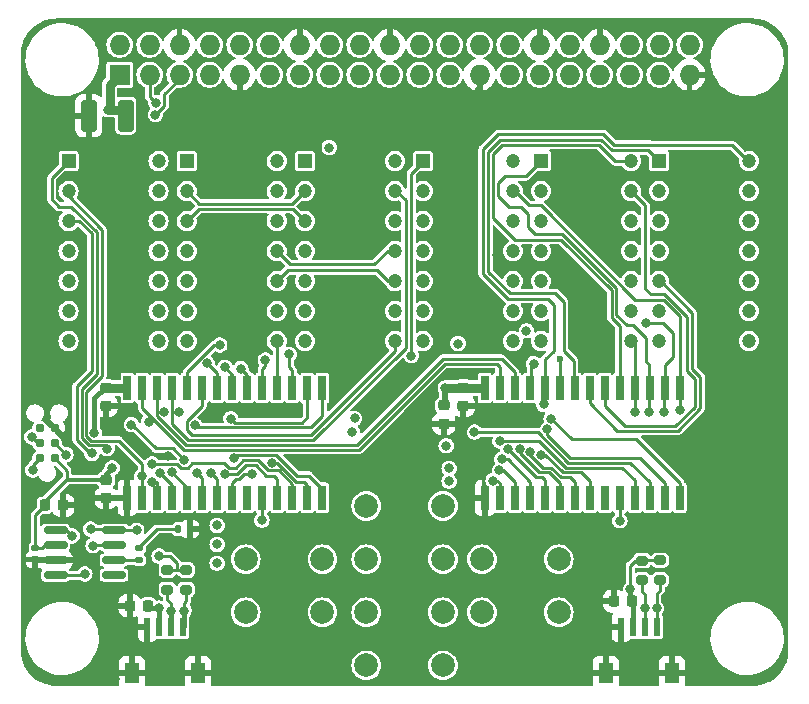
<source format=gtl>
%TF.GenerationSoftware,KiCad,Pcbnew,7.0.8*%
%TF.CreationDate,2023-10-02T15:46:09+03:00*%
%TF.ProjectId,ltp_kikad,6c74705f-6b69-46b6-9164-2e6b69636164,rev?*%
%TF.SameCoordinates,Original*%
%TF.FileFunction,Copper,L1,Top*%
%TF.FilePolarity,Positive*%
%FSLAX46Y46*%
G04 Gerber Fmt 4.6, Leading zero omitted, Abs format (unit mm)*
G04 Created by KiCad (PCBNEW 7.0.8) date 2023-10-02 15:46:09*
%MOMM*%
%LPD*%
G01*
G04 APERTURE LIST*
G04 Aperture macros list*
%AMRoundRect*
0 Rectangle with rounded corners*
0 $1 Rounding radius*
0 $2 $3 $4 $5 $6 $7 $8 $9 X,Y pos of 4 corners*
0 Add a 4 corners polygon primitive as box body*
4,1,4,$2,$3,$4,$5,$6,$7,$8,$9,$2,$3,0*
0 Add four circle primitives for the rounded corners*
1,1,$1+$1,$2,$3*
1,1,$1+$1,$4,$5*
1,1,$1+$1,$6,$7*
1,1,$1+$1,$8,$9*
0 Add four rect primitives between the rounded corners*
20,1,$1+$1,$2,$3,$4,$5,0*
20,1,$1+$1,$4,$5,$6,$7,0*
20,1,$1+$1,$6,$7,$8,$9,0*
20,1,$1+$1,$8,$9,$2,$3,0*%
G04 Aperture macros list end*
%ADD10C,0.187500*%
%TA.AperFunction,NonConductor*%
%ADD11C,0.187500*%
%TD*%
%TA.AperFunction,ComponentPad*%
%ADD12R,1.200000X1.200000*%
%TD*%
%TA.AperFunction,ComponentPad*%
%ADD13C,1.200000*%
%TD*%
%TA.AperFunction,SMDPad,CuDef*%
%ADD14RoundRect,0.225000X0.225000X0.250000X-0.225000X0.250000X-0.225000X-0.250000X0.225000X-0.250000X0*%
%TD*%
%TA.AperFunction,SMDPad,CuDef*%
%ADD15R,0.600000X1.550000*%
%TD*%
%TA.AperFunction,SMDPad,CuDef*%
%ADD16R,1.200000X1.800000*%
%TD*%
%TA.AperFunction,SMDPad,CuDef*%
%ADD17RoundRect,0.200000X0.275000X-0.200000X0.275000X0.200000X-0.275000X0.200000X-0.275000X-0.200000X0*%
%TD*%
%TA.AperFunction,SMDPad,CuDef*%
%ADD18RoundRect,0.225000X0.250000X-0.225000X0.250000X0.225000X-0.250000X0.225000X-0.250000X-0.225000X0*%
%TD*%
%TA.AperFunction,SMDPad,CuDef*%
%ADD19RoundRect,0.135000X0.185000X-0.135000X0.185000X0.135000X-0.185000X0.135000X-0.185000X-0.135000X0*%
%TD*%
%TA.AperFunction,SMDPad,CuDef*%
%ADD20R,0.650000X2.100000*%
%TD*%
%TA.AperFunction,SMDPad,CuDef*%
%ADD21RoundRect,0.225000X-0.250000X0.225000X-0.250000X-0.225000X0.250000X-0.225000X0.250000X0.225000X0*%
%TD*%
%TA.AperFunction,ComponentPad*%
%ADD22C,2.000000*%
%TD*%
%TA.AperFunction,SMDPad,CuDef*%
%ADD23RoundRect,0.150000X-0.825000X-0.150000X0.825000X-0.150000X0.825000X0.150000X-0.825000X0.150000X0*%
%TD*%
%TA.AperFunction,SMDPad,CuDef*%
%ADD24RoundRect,0.140000X-0.170000X0.140000X-0.170000X-0.140000X0.170000X-0.140000X0.170000X0.140000X0*%
%TD*%
%TA.AperFunction,SMDPad,CuDef*%
%ADD25RoundRect,0.147500X0.147500X0.172500X-0.147500X0.172500X-0.147500X-0.172500X0.147500X-0.172500X0*%
%TD*%
%TA.AperFunction,ComponentPad*%
%ADD26R,1.727200X1.727200*%
%TD*%
%TA.AperFunction,ComponentPad*%
%ADD27O,1.727200X1.727200*%
%TD*%
%TA.AperFunction,ConnectorPad*%
%ADD28C,0.787400*%
%TD*%
%TA.AperFunction,SMDPad,CuDef*%
%ADD29RoundRect,0.250000X-0.412500X-1.100000X0.412500X-1.100000X0.412500X1.100000X-0.412500X1.100000X0*%
%TD*%
%TA.AperFunction,SMDPad,CuDef*%
%ADD30RoundRect,0.225000X-0.225000X-0.250000X0.225000X-0.250000X0.225000X0.250000X-0.225000X0.250000X0*%
%TD*%
%TA.AperFunction,ViaPad*%
%ADD31C,0.800000*%
%TD*%
%TA.AperFunction,ViaPad*%
%ADD32C,0.600000*%
%TD*%
%TA.AperFunction,Conductor*%
%ADD33C,0.250000*%
%TD*%
%TA.AperFunction,Conductor*%
%ADD34C,0.400000*%
%TD*%
%TA.AperFunction,Conductor*%
%ADD35C,0.300000*%
%TD*%
%TA.AperFunction,Conductor*%
%ADD36C,0.800000*%
%TD*%
%TA.AperFunction,Conductor*%
%ADD37C,0.500000*%
%TD*%
G04 APERTURE END LIST*
D10*
D11*
D12*
%TO.P,DS6,1,ANODE_COLUMN_2*%
%TO.N,2_an3*%
X173017000Y-65150000D03*
D13*
%TO.P,DS6,2,CATHODE_ROW_1*%
%TO.N,2_ca0*%
X173017000Y-67690000D03*
%TO.P,DS6,3,CATHODE_ROW_3*%
%TO.N,2_ca2*%
X173017000Y-70230000D03*
%TO.P,DS6,4,CATHODE_ROW_4*%
%TO.N,2_ca3*%
X173017000Y-72770000D03*
%TO.P,DS6,5,ANODE_COLUMN_1*%
%TO.N,2_an4*%
X173017000Y-75310000D03*
%TO.P,DS6,6,NO_PIN*%
%TO.N,unconnected-(DS6-NO_PIN-Pad6)*%
X173017000Y-77850000D03*
%TO.P,DS6,7,ANODE_DECIMAL_POINT*%
%TO.N,unconnected-(DS6-ANODE_DECIMAL_POINT-Pad7)*%
X173017000Y-80390000D03*
%TO.P,DS6,8,ANODE_COLUMN_3*%
%TO.N,2_an2*%
X180637000Y-80390000D03*
%TO.P,DS6,9,CATHODE_ROW_7*%
%TO.N,2_ca6*%
X180637000Y-77850000D03*
%TO.P,DS6,10,CATHODE_ROW_6*%
%TO.N,2_ca5*%
X180637000Y-75310000D03*
%TO.P,DS6,11,CATHODE__ROW_5*%
%TO.N,2_ca4*%
X180637000Y-72770000D03*
%TO.P,DS6,12,CAATHODE_ROW_2*%
%TO.N,2_ca1*%
X180637000Y-70230000D03*
%TO.P,DS6,13,ANODE_COLUMN_5*%
%TO.N,2_an0*%
X180637000Y-67690000D03*
%TO.P,DS6,14,ANODE_COLUMN_4*%
%TO.N,2_an1*%
X180637000Y-65150000D03*
%TD*%
D12*
%TO.P,DS3,1,ANODE_COLUMN_2*%
%TO.N,an3*%
X143017000Y-65149600D03*
D13*
%TO.P,DS3,2,CATHODE_ROW_1*%
%TO.N,ca0*%
X143017000Y-67689600D03*
%TO.P,DS3,3,CATHODE_ROW_3*%
%TO.N,ca2*%
X143017000Y-70229600D03*
%TO.P,DS3,4,CATHODE_ROW_4*%
%TO.N,ca3*%
X143017000Y-72769600D03*
%TO.P,DS3,5,ANODE_COLUMN_1*%
%TO.N,an4*%
X143017000Y-75309600D03*
%TO.P,DS3,6,NO_PIN*%
%TO.N,unconnected-(DS3-NO_PIN-Pad6)*%
X143017000Y-77849600D03*
%TO.P,DS3,7,ANODE_DECIMAL_POINT*%
%TO.N,an15*%
X143017000Y-80389600D03*
%TO.P,DS3,8,ANODE_COLUMN_3*%
%TO.N,an2*%
X150637000Y-80389600D03*
%TO.P,DS3,9,CATHODE_ROW_7*%
%TO.N,ca6*%
X150637000Y-77849600D03*
%TO.P,DS3,10,CATHODE_ROW_6*%
%TO.N,ca5*%
X150637000Y-75309600D03*
%TO.P,DS3,11,CATHODE__ROW_5*%
%TO.N,ca4*%
X150637000Y-72769600D03*
%TO.P,DS3,12,CAATHODE_ROW_2*%
%TO.N,ca1*%
X150637000Y-70229600D03*
%TO.P,DS3,13,ANODE_COLUMN_5*%
%TO.N,an0*%
X150637000Y-67689600D03*
%TO.P,DS3,14,ANODE_COLUMN_4*%
%TO.N,an1*%
X150637000Y-65149600D03*
%TD*%
D14*
%TO.P,C3,1*%
%TO.N,+3V3*%
X170762000Y-102400000D03*
%TO.P,C3,2*%
%TO.N,GND*%
X169212000Y-102400000D03*
%TD*%
D15*
%TO.P,J1,1,1*%
%TO.N,GND*%
X129687000Y-104600000D03*
%TO.P,J1,2,2*%
%TO.N,+3V3*%
X130687000Y-104600000D03*
%TO.P,J1,3,3*%
%TO.N,SDA*%
X131687000Y-104600000D03*
%TO.P,J1,4,4*%
%TO.N,JTCK*%
X132687000Y-104600000D03*
D16*
%TO.P,J1,S1,SHIELD*%
%TO.N,GND*%
X128387000Y-108475000D03*
%TO.P,J1,S2,SHIELD*%
X133987000Y-108475000D03*
%TD*%
D17*
%TO.P,R1,1*%
%TO.N,SDA*%
X131387000Y-101425000D03*
%TO.P,R1,2*%
%TO.N,+3V3*%
X131387000Y-99775000D03*
%TD*%
%TO.P,R4,1*%
%TO.N,SDA*%
X171587000Y-100625000D03*
%TO.P,R4,2*%
%TO.N,+3V3*%
X171587000Y-98975000D03*
%TD*%
D18*
%TO.P,C5,1*%
%TO.N,GND*%
X126187000Y-93675000D03*
%TO.P,C5,2*%
%TO.N,+3V3*%
X126187000Y-92125000D03*
%TD*%
D19*
%TO.P,R10,1*%
%TO.N,Net-(U1-PA12{slash}PA10)*%
X128987000Y-98910000D03*
%TO.P,R10,2*%
%TO.N,Net-(D3-A)*%
X128987000Y-97890000D03*
%TD*%
D20*
%TO.P,IC1,1,VSS*%
%TO.N,GND*%
X127988900Y-93661600D03*
%TO.P,IC1,2,COM0/AD*%
%TO.N,ca0*%
X129258900Y-93661600D03*
%TO.P,IC1,3,COM1/KS0*%
%TO.N,ca1*%
X130528900Y-93661600D03*
%TO.P,IC1,4,COM2/KS1*%
%TO.N,ca2*%
X131798900Y-93661600D03*
%TO.P,IC1,5,COM3/KS2*%
%TO.N,ca3*%
X133068900Y-93661600D03*
%TO.P,IC1,6,COM4*%
%TO.N,ca4*%
X134338900Y-93661600D03*
%TO.P,IC1,7,COM5*%
%TO.N,ca5*%
X135608900Y-93661600D03*
%TO.P,IC1,8,COM6*%
%TO.N,ca6*%
X136878900Y-93661600D03*
%TO.P,IC1,9,COM7*%
%TO.N,unconnected-(IC1-COM7-Pad9)*%
X138148900Y-93661600D03*
%TO.P,IC1,10,ROW15/K13/INT*%
%TO.N,an15*%
X139418900Y-93661600D03*
%TO.P,IC1,11,ROW14/K12*%
%TO.N,an14*%
X140688900Y-93661600D03*
%TO.P,IC1,12,ROW13/K11*%
%TO.N,an13*%
X141958900Y-93661600D03*
%TO.P,IC1,13,ROW12/K10*%
%TO.N,an12*%
X143228900Y-93661600D03*
%TO.P,IC1,14,ROW11/K9*%
%TO.N,an11*%
X144498900Y-93661600D03*
%TO.P,IC1,15,ROW10/K8*%
%TO.N,an10*%
X144498900Y-84361600D03*
%TO.P,IC1,16,ROW9/K7*%
%TO.N,an9*%
X143228900Y-84361600D03*
%TO.P,IC1,17,ROW8/K6*%
%TO.N,an8*%
X141958900Y-84361600D03*
%TO.P,IC1,18,ROW7/K5*%
%TO.N,an7*%
X140688900Y-84361600D03*
%TO.P,IC1,19,ROW6/K4*%
%TO.N,an6*%
X139418900Y-84361600D03*
%TO.P,IC1,20,ROW5/K3*%
%TO.N,an5*%
X138148900Y-84361600D03*
%TO.P,IC1,21,ROW4/K2*%
%TO.N,an4*%
X136878900Y-84361600D03*
%TO.P,IC1,22,ROW3/K1*%
%TO.N,an3*%
X135608900Y-84361600D03*
%TO.P,IC1,23,ROW2/A0*%
%TO.N,an2*%
X134338900Y-84361600D03*
%TO.P,IC1,24,ROW1/A1*%
%TO.N,an1*%
X133068900Y-84361600D03*
%TO.P,IC1,25,ROW0/A2*%
%TO.N,an0*%
X131798900Y-84361600D03*
%TO.P,IC1,26,SCL*%
%TO.N,JTCK*%
X130528900Y-84361600D03*
%TO.P,IC1,27,SDA*%
%TO.N,SDA*%
X129258900Y-84361600D03*
%TO.P,IC1,28,VDD*%
%TO.N,+3V3*%
X127988900Y-84361600D03*
%TD*%
D21*
%TO.P,C2,1*%
%TO.N,+3V3*%
X156437000Y-84325000D03*
%TO.P,C2,2*%
%TO.N,GND*%
X156437000Y-85875000D03*
%TD*%
D22*
%TO.P,SW4,1,1*%
%TO.N,sw_ks2*%
X158012000Y-98850000D03*
X164512000Y-98850000D03*
%TO.P,SW4,2,2*%
%TO.N,Net-(R6-Pad1)*%
X158012000Y-103350000D03*
X164512000Y-103350000D03*
%TD*%
D17*
%TO.P,R3,1*%
%TO.N,JTCK*%
X132987000Y-101425000D03*
%TO.P,R3,2*%
%TO.N,+3V3*%
X132987000Y-99775000D03*
%TD*%
D23*
%TO.P,U1,1,PC14/PB7/PB8/PB9*%
%TO.N,SDA*%
X121912000Y-96395000D03*
%TO.P,U1,2,VDD*%
%TO.N,+3V3*%
X121912000Y-97665000D03*
%TO.P,U1,3,VSS*%
%TO.N,GND*%
X121912000Y-98935000D03*
%TO.P,U1,4,PF2/PA0/PA1/PA2*%
%TO.N,JNRST*%
X121912000Y-100205000D03*
%TO.P,U1,5,PB0/PB1/PA8/PA11/PA9*%
%TO.N,unconnected-(U1-PB0{slash}PB1{slash}PA8{slash}PA11{slash}PA9-Pad5)*%
X126862000Y-100205000D03*
%TO.P,U1,6,PA12/PA10*%
%TO.N,Net-(U1-PA12{slash}PA10)*%
X126862000Y-98935000D03*
%TO.P,U1,7,PA13*%
%TO.N,JTMS*%
X126862000Y-97665000D03*
%TO.P,U1,8,PA14/PA15/PB5/PB6*%
%TO.N,JTCK*%
X126862000Y-96395000D03*
%TD*%
D24*
%TO.P,C7,1*%
%TO.N,+3V3*%
X120187000Y-97920000D03*
%TO.P,C7,2*%
%TO.N,GND*%
X120187000Y-98880000D03*
%TD*%
D12*
%TO.P,DS5,1,ANODE_COLUMN_2*%
%TO.N,2_an8*%
X163017000Y-65150000D03*
D13*
%TO.P,DS5,2,CATHODE_ROW_1*%
%TO.N,2_ca0*%
X163017000Y-67690000D03*
%TO.P,DS5,3,CATHODE_ROW_3*%
%TO.N,2_ca2*%
X163017000Y-70230000D03*
%TO.P,DS5,4,CATHODE_ROW_4*%
%TO.N,2_ca3*%
X163017000Y-72770000D03*
%TO.P,DS5,5,ANODE_COLUMN_1*%
%TO.N,2_an9*%
X163017000Y-75310000D03*
%TO.P,DS5,6,NO_PIN*%
%TO.N,unconnected-(DS5-NO_PIN-Pad6)*%
X163017000Y-77850000D03*
%TO.P,DS5,7,ANODE_DECIMAL_POINT*%
%TO.N,unconnected-(DS5-ANODE_DECIMAL_POINT-Pad7)*%
X163017000Y-80390000D03*
%TO.P,DS5,8,ANODE_COLUMN_3*%
%TO.N,2_an7*%
X170637000Y-80390000D03*
%TO.P,DS5,9,CATHODE_ROW_7*%
%TO.N,2_ca6*%
X170637000Y-77850000D03*
%TO.P,DS5,10,CATHODE_ROW_6*%
%TO.N,2_ca5*%
X170637000Y-75310000D03*
%TO.P,DS5,11,CATHODE__ROW_5*%
%TO.N,2_ca4*%
X170637000Y-72770000D03*
%TO.P,DS5,12,CAATHODE_ROW_2*%
%TO.N,2_ca1*%
X170637000Y-70230000D03*
%TO.P,DS5,13,ANODE_COLUMN_5*%
%TO.N,2_an5*%
X170637000Y-67690000D03*
%TO.P,DS5,14,ANODE_COLUMN_4*%
%TO.N,2_an6*%
X170637000Y-65150000D03*
%TD*%
D25*
%TO.P,D3,1,K*%
%TO.N,GND*%
X133272000Y-96300000D03*
%TO.P,D3,2,A*%
%TO.N,Net-(D3-A)*%
X132302000Y-96300000D03*
%TD*%
D12*
%TO.P,DS2,1,ANODE_COLUMN_2*%
%TO.N,an8*%
X133017000Y-65150000D03*
D13*
%TO.P,DS2,2,CATHODE_ROW_1*%
%TO.N,ca0*%
X133017000Y-67690000D03*
%TO.P,DS2,3,CATHODE_ROW_3*%
%TO.N,ca2*%
X133017000Y-70230000D03*
%TO.P,DS2,4,CATHODE_ROW_4*%
%TO.N,ca3*%
X133017000Y-72770000D03*
%TO.P,DS2,5,ANODE_COLUMN_1*%
%TO.N,an9*%
X133017000Y-75310000D03*
%TO.P,DS2,6,NO_PIN*%
%TO.N,unconnected-(DS2-NO_PIN-Pad6)*%
X133017000Y-77850000D03*
%TO.P,DS2,7,ANODE_DECIMAL_POINT*%
%TO.N,unconnected-(DS2-ANODE_DECIMAL_POINT-Pad7)*%
X133017000Y-80390000D03*
%TO.P,DS2,8,ANODE_COLUMN_3*%
%TO.N,an7*%
X140637000Y-80390000D03*
%TO.P,DS2,9,CATHODE_ROW_7*%
%TO.N,ca6*%
X140637000Y-77850000D03*
%TO.P,DS2,10,CATHODE_ROW_6*%
%TO.N,ca5*%
X140637000Y-75310000D03*
%TO.P,DS2,11,CATHODE__ROW_5*%
%TO.N,ca4*%
X140637000Y-72770000D03*
%TO.P,DS2,12,CAATHODE_ROW_2*%
%TO.N,ca1*%
X140637000Y-70230000D03*
%TO.P,DS2,13,ANODE_COLUMN_5*%
%TO.N,an5*%
X140637000Y-67690000D03*
%TO.P,DS2,14,ANODE_COLUMN_4*%
%TO.N,an6*%
X140637000Y-65150000D03*
%TD*%
D12*
%TO.P,DS1,1,ANODE_COLUMN_2*%
%TO.N,an13*%
X123017000Y-65150000D03*
D13*
%TO.P,DS1,2,CATHODE_ROW_1*%
%TO.N,ca0*%
X123017000Y-67690000D03*
%TO.P,DS1,3,CATHODE_ROW_3*%
%TO.N,ca2*%
X123017000Y-70230000D03*
%TO.P,DS1,4,CATHODE_ROW_4*%
%TO.N,ca3*%
X123017000Y-72770000D03*
%TO.P,DS1,5,ANODE_COLUMN_1*%
%TO.N,an14*%
X123017000Y-75310000D03*
%TO.P,DS1,6,NO_PIN*%
%TO.N,unconnected-(DS1-NO_PIN-Pad6)*%
X123017000Y-77850000D03*
%TO.P,DS1,7,ANODE_DECIMAL_POINT*%
%TO.N,unconnected-(DS1-ANODE_DECIMAL_POINT-Pad7)*%
X123017000Y-80390000D03*
%TO.P,DS1,8,ANODE_COLUMN_3*%
%TO.N,an12*%
X130637000Y-80390000D03*
%TO.P,DS1,9,CATHODE_ROW_7*%
%TO.N,ca6*%
X130637000Y-77850000D03*
%TO.P,DS1,10,CATHODE_ROW_6*%
%TO.N,ca5*%
X130637000Y-75310000D03*
%TO.P,DS1,11,CATHODE__ROW_5*%
%TO.N,ca4*%
X130637000Y-72770000D03*
%TO.P,DS1,12,CAATHODE_ROW_2*%
%TO.N,ca1*%
X130637000Y-70230000D03*
%TO.P,DS1,13,ANODE_COLUMN_5*%
%TO.N,an10*%
X130637000Y-67690000D03*
%TO.P,DS1,14,ANODE_COLUMN_4*%
%TO.N,an11*%
X130637000Y-65150000D03*
%TD*%
D22*
%TO.P,SW1,1,1*%
%TO.N,sw_ks2*%
X148212000Y-94350000D03*
X154712000Y-94350000D03*
%TO.P,SW1,2,2*%
%TO.N,Net-(R8-Pad1)*%
X148212000Y-98850000D03*
X154712000Y-98850000D03*
%TD*%
D17*
%TO.P,R5,1*%
%TO.N,JTCK*%
X173097000Y-100600000D03*
%TO.P,R5,2*%
%TO.N,+3V3*%
X173097000Y-98950000D03*
%TD*%
D21*
%TO.P,C1,1*%
%TO.N,+3V3*%
X126187000Y-84325000D03*
%TO.P,C1,2*%
%TO.N,GND*%
X126187000Y-85875000D03*
%TD*%
D22*
%TO.P,SW2,1,1*%
%TO.N,sw_ks2*%
X138012000Y-98850000D03*
X144512000Y-98850000D03*
%TO.P,SW2,2,2*%
%TO.N,Net-(R9-Pad1)*%
X138012000Y-103350000D03*
X144512000Y-103350000D03*
%TD*%
D26*
%TO.P,J2,1,3.3V*%
%TO.N,+3V3*%
X127330000Y-57840000D03*
D27*
%TO.P,J2,2,5V*%
%TO.N,unconnected-(J2-5V-Pad2)*%
X127330000Y-55300000D03*
%TO.P,J2,3,BCM2_SDA*%
%TO.N,SDA*%
X129870000Y-57840000D03*
%TO.P,J2,4,5V*%
%TO.N,unconnected-(J2-5V-Pad4)*%
X129870000Y-55300000D03*
%TO.P,J2,5,BCM3_SCL*%
%TO.N,JTCK*%
X132410000Y-57840000D03*
%TO.P,J2,6,GND*%
%TO.N,GND*%
X132410000Y-55300000D03*
%TO.P,J2,7,BCM4_GPCLK0*%
%TO.N,unconnected-(J2-BCM4_GPCLK0-Pad7)*%
X134950000Y-57840000D03*
%TO.P,J2,8,BCM14_TXD*%
%TO.N,unconnected-(J2-BCM14_TXD-Pad8)*%
X134950000Y-55300000D03*
%TO.P,J2,9,GND*%
%TO.N,GND*%
X137490000Y-57840000D03*
%TO.P,J2,10,BCM15_RXD*%
%TO.N,unconnected-(J2-BCM15_RXD-Pad10)*%
X137490000Y-55300000D03*
%TO.P,J2,11,BCM17*%
%TO.N,unconnected-(J2-BCM17-Pad11)*%
X140030000Y-57840000D03*
%TO.P,J2,12,BCM18_PCM_C*%
%TO.N,unconnected-(J2-BCM18_PCM_C-Pad12)*%
X140030000Y-55300000D03*
%TO.P,J2,13,BCM27*%
%TO.N,unconnected-(J2-BCM27-Pad13)*%
X142570000Y-57840000D03*
%TO.P,J2,14,GND*%
%TO.N,GND*%
X142570000Y-55300000D03*
%TO.P,J2,15,BCM22*%
%TO.N,unconnected-(J2-BCM22-Pad15)*%
X145110000Y-57840000D03*
%TO.P,J2,16,BCM23*%
%TO.N,unconnected-(J2-BCM23-Pad16)*%
X145110000Y-55300000D03*
%TO.P,J2,17,3.3V*%
%TO.N,+3V3*%
X147650000Y-57840000D03*
%TO.P,J2,18,BCM24*%
%TO.N,unconnected-(J2-BCM24-Pad18)*%
X147650000Y-55300000D03*
%TO.P,J2,19,BCM10_MOSI*%
%TO.N,unconnected-(J2-BCM10_MOSI-Pad19)*%
X150190000Y-57840000D03*
%TO.P,J2,20,GND*%
%TO.N,GND*%
X150190000Y-55300000D03*
%TO.P,J2,21,BCM9_MISO*%
%TO.N,unconnected-(J2-BCM9_MISO-Pad21)*%
X152730000Y-57840000D03*
%TO.P,J2,22,BCM25*%
%TO.N,unconnected-(J2-BCM25-Pad22)*%
X152730000Y-55300000D03*
%TO.P,J2,23,BCM11_SCLK*%
%TO.N,unconnected-(J2-BCM11_SCLK-Pad23)*%
X155270000Y-57840000D03*
%TO.P,J2,24,BCM8_CE0*%
%TO.N,unconnected-(J2-BCM8_CE0-Pad24)*%
X155270000Y-55300000D03*
%TO.P,J2,25,GND*%
%TO.N,GND*%
X157810000Y-57840000D03*
%TO.P,J2,26,BCM7_CE1*%
%TO.N,unconnected-(J2-BCM7_CE1-Pad26)*%
X157810000Y-55300000D03*
%TO.P,J2,27,BCM0_ID_SD*%
%TO.N,unconnected-(J2-BCM0_ID_SD-Pad27)*%
X160350000Y-57840000D03*
%TO.P,J2,28,BCM1_ID_SC*%
%TO.N,unconnected-(J2-BCM1_ID_SC-Pad28)*%
X160350000Y-55300000D03*
%TO.P,J2,29,BCM5*%
%TO.N,unconnected-(J2-BCM5-Pad29)*%
X162890000Y-57840000D03*
%TO.P,J2,30,GND*%
%TO.N,GND*%
X162890000Y-55300000D03*
%TO.P,J2,31,BCM6*%
%TO.N,unconnected-(J2-BCM6-Pad31)*%
X165430000Y-57840000D03*
%TO.P,J2,32,BCM12_PWM0*%
%TO.N,unconnected-(J2-BCM12_PWM0-Pad32)*%
X165430000Y-55300000D03*
%TO.P,J2,33,BCM13_PWM1*%
%TO.N,unconnected-(J2-BCM13_PWM1-Pad33)*%
X167970000Y-57840000D03*
%TO.P,J2,34,GND*%
%TO.N,GND*%
X167970000Y-55300000D03*
%TO.P,J2,35,BCM19_MISO_PCM_FS*%
%TO.N,unconnected-(J2-BCM19_MISO_PCM_FS-Pad35)*%
X170510000Y-57840000D03*
%TO.P,J2,36,BCM16*%
%TO.N,unconnected-(J2-BCM16-Pad36)*%
X170510000Y-55300000D03*
%TO.P,J2,37,BCM26*%
%TO.N,unconnected-(J2-BCM26-Pad37)*%
X173050000Y-57840000D03*
%TO.P,J2,38,BCM20_MOSI_PCM_DI*%
%TO.N,unconnected-(J2-BCM20_MOSI_PCM_DI-Pad38)*%
X173050000Y-55300000D03*
%TO.P,J2,39,GND*%
%TO.N,GND*%
X175590000Y-57840000D03*
%TO.P,J2,40,BCM21_SCLK_PCM_DO*%
%TO.N,unconnected-(J2-BCM21_SCLK_PCM_DO-Pad40)*%
X175590000Y-55300000D03*
%TD*%
D28*
%TO.P,J4,1,VCC*%
%TO.N,+3V3*%
X121838000Y-90300000D03*
%TO.P,J4,2,SWDIO*%
%TO.N,JTMS*%
X120568000Y-90300000D03*
%TO.P,J4,3,~{RESET}*%
%TO.N,JNRST*%
X121838000Y-89030000D03*
%TO.P,J4,4,SWCLK*%
%TO.N,JTCK*%
X120568000Y-89030000D03*
%TO.P,J4,5,GND*%
%TO.N,GND*%
X121838000Y-87760000D03*
%TO.P,J4,6,SWO*%
%TO.N,unconnected-(J4-SWO-Pad6)*%
X120568000Y-87760000D03*
%TD*%
D21*
%TO.P,C4,1*%
%TO.N,+3V3*%
X154787000Y-85825000D03*
%TO.P,C4,2*%
%TO.N,GND*%
X154787000Y-87375000D03*
%TD*%
D29*
%TO.P,C6,1*%
%TO.N,GND*%
X124724500Y-61300000D03*
%TO.P,C6,2*%
%TO.N,+3V3*%
X127849500Y-61300000D03*
%TD*%
D12*
%TO.P,DS4,1,ANODE_COLUMN_2*%
%TO.N,2_an13*%
X153017000Y-65149600D03*
D13*
%TO.P,DS4,2,CATHODE_ROW_1*%
%TO.N,2_ca0*%
X153017000Y-67689600D03*
%TO.P,DS4,3,CATHODE_ROW_3*%
%TO.N,2_ca2*%
X153017000Y-70229600D03*
%TO.P,DS4,4,CATHODE_ROW_4*%
%TO.N,2_ca3*%
X153017000Y-72769600D03*
%TO.P,DS4,5,ANODE_COLUMN_1*%
%TO.N,2_an14*%
X153017000Y-75309600D03*
%TO.P,DS4,6,NO_PIN*%
%TO.N,unconnected-(DS4-NO_PIN-Pad6)*%
X153017000Y-77849600D03*
%TO.P,DS4,7,ANODE_DECIMAL_POINT*%
%TO.N,2_an15*%
X153017000Y-80389600D03*
%TO.P,DS4,8,ANODE_COLUMN_3*%
%TO.N,2_an12*%
X160637000Y-80389600D03*
%TO.P,DS4,9,CATHODE_ROW_7*%
%TO.N,2_ca6*%
X160637000Y-77849600D03*
%TO.P,DS4,10,CATHODE_ROW_6*%
%TO.N,2_ca5*%
X160637000Y-75309600D03*
%TO.P,DS4,11,CATHODE__ROW_5*%
%TO.N,2_ca4*%
X160637000Y-72769600D03*
%TO.P,DS4,12,CAATHODE_ROW_2*%
%TO.N,2_ca1*%
X160637000Y-70229600D03*
%TO.P,DS4,13,ANODE_COLUMN_5*%
%TO.N,2_an10*%
X160637000Y-67689600D03*
%TO.P,DS4,14,ANODE_COLUMN_4*%
%TO.N,2_an11*%
X160637000Y-65149600D03*
%TD*%
D22*
%TO.P,SW3,1,1*%
%TO.N,sw_ks2*%
X148212000Y-103350000D03*
X154712000Y-103350000D03*
%TO.P,SW3,2,2*%
%TO.N,Net-(R7-Pad1)*%
X148212000Y-107850000D03*
X154712000Y-107850000D03*
%TD*%
D14*
%TO.P,C8,1*%
%TO.N,+3V3*%
X129737000Y-102800000D03*
%TO.P,C8,2*%
%TO.N,GND*%
X128187000Y-102800000D03*
%TD*%
D15*
%TO.P,J3,1,1*%
%TO.N,GND*%
X169800000Y-104600000D03*
%TO.P,J3,2,2*%
%TO.N,+3V3*%
X170800000Y-104600000D03*
%TO.P,J3,3,3*%
%TO.N,SDA*%
X171800000Y-104600000D03*
%TO.P,J3,4,4*%
%TO.N,JTCK*%
X172800000Y-104600000D03*
D16*
%TO.P,J3,S1,SHIELD*%
%TO.N,GND*%
X168500000Y-108475000D03*
%TO.P,J3,S2,SHIELD*%
X174100000Y-108475000D03*
%TD*%
D20*
%TO.P,IC2,1,VSS*%
%TO.N,GND*%
X158258900Y-93661600D03*
%TO.P,IC2,2,COM0/AD*%
%TO.N,2_ca0*%
X159528900Y-93661600D03*
%TO.P,IC2,3,COM1/KS0*%
%TO.N,2_ca1*%
X160798900Y-93661600D03*
%TO.P,IC2,4,COM2/KS1*%
%TO.N,2_ca2*%
X162068900Y-93661600D03*
%TO.P,IC2,5,COM3/KS2*%
%TO.N,2_ca3*%
X163338900Y-93661600D03*
%TO.P,IC2,6,COM4*%
%TO.N,2_ca4*%
X164608900Y-93661600D03*
%TO.P,IC2,7,COM5*%
%TO.N,2_ca5*%
X165878900Y-93661600D03*
%TO.P,IC2,8,COM6*%
%TO.N,2_ca6*%
X167148900Y-93661600D03*
%TO.P,IC2,9,COM7*%
%TO.N,unconnected-(IC2-COM7-Pad9)*%
X168418900Y-93661600D03*
%TO.P,IC2,10,ROW15/K13/INT*%
%TO.N,2_an15*%
X169688900Y-93661600D03*
%TO.P,IC2,11,ROW14/K12*%
%TO.N,2_an14*%
X170958900Y-93661600D03*
%TO.P,IC2,12,ROW13/K11*%
%TO.N,2_an13*%
X172228900Y-93661600D03*
%TO.P,IC2,13,ROW12/K10*%
%TO.N,2_an12*%
X173498900Y-93661600D03*
%TO.P,IC2,14,ROW11/K9*%
%TO.N,2_an11*%
X174768900Y-93661600D03*
%TO.P,IC2,15,ROW10/K8*%
%TO.N,2_an10*%
X174768900Y-84361600D03*
%TO.P,IC2,16,ROW9/K7*%
%TO.N,2_an9*%
X173498900Y-84361600D03*
%TO.P,IC2,17,ROW8/K6*%
%TO.N,2_an8*%
X172228900Y-84361600D03*
%TO.P,IC2,18,ROW7/K5*%
%TO.N,2_an7*%
X170958900Y-84361600D03*
%TO.P,IC2,19,ROW6/K4*%
%TO.N,2_an6*%
X169688900Y-84361600D03*
%TO.P,IC2,20,ROW5/K3*%
%TO.N,2_an5*%
X168418900Y-84361600D03*
%TO.P,IC2,21,ROW4/K2*%
%TO.N,2_an4*%
X167148900Y-84361600D03*
%TO.P,IC2,22,ROW3/K1*%
%TO.N,2_an3*%
X165878900Y-84361600D03*
%TO.P,IC2,23,ROW2/A0*%
%TO.N,2_an2*%
X164608900Y-84361600D03*
%TO.P,IC2,24,ROW1/A1*%
%TO.N,2_an1*%
X163338900Y-84361600D03*
%TO.P,IC2,25,ROW0/A2*%
%TO.N,2_an0*%
X162068900Y-84361600D03*
%TO.P,IC2,26,SCL*%
%TO.N,JTCK*%
X160798900Y-84361600D03*
%TO.P,IC2,27,SDA*%
%TO.N,SDA*%
X159528900Y-84361600D03*
%TO.P,IC2,28,VDD*%
%TO.N,+3V3*%
X158258900Y-84361600D03*
%TD*%
D30*
%TO.P,C9,1*%
%TO.N,+3V3*%
X121012000Y-94300000D03*
%TO.P,C9,2*%
%TO.N,GND*%
X122562000Y-94300000D03*
%TD*%
D31*
%TO.N,an15*%
X139387000Y-95550500D03*
%TO.N,2_an13*%
X152029944Y-81610944D03*
X157383730Y-88100000D03*
%TO.N,2_ca0*%
X158965751Y-92194232D03*
%TO.N,2_ca2*%
X159693547Y-90411248D03*
%TO.N,2_ca3*%
X160212000Y-89544016D03*
%TO.N,2_an14*%
X159533230Y-88840020D03*
%TO.N,2_an15*%
X169687000Y-95600000D03*
%TO.N,2_an12*%
X163561729Y-87846633D03*
%TO.N,2_ca6*%
X163032475Y-90008233D03*
%TO.N,2_ca5*%
X162103770Y-89808207D03*
%TO.N,2_ca4*%
X161210704Y-89484266D03*
%TO.N,2_ca1*%
X155987000Y-80600000D03*
X159492559Y-91339745D03*
%TO.N,2_an10*%
X174787000Y-86200000D03*
%TO.N,2_an11*%
X163875662Y-86950000D03*
X161787000Y-79515000D03*
%TO.N,2_an8*%
X172187000Y-86400000D03*
%TO.N,2_an9*%
X173387000Y-86400000D03*
X171887000Y-78840500D03*
%TO.N,2_an7*%
X170958900Y-86428100D03*
D32*
%TO.N,2_an2*%
X164587000Y-81900000D03*
D31*
X154987000Y-89250000D03*
%TO.N,2_an0*%
X155237000Y-92250000D03*
X162387000Y-82300000D03*
%TO.N,2_an1*%
X155237000Y-91174500D03*
X163237000Y-85750000D03*
%TO.N,GND*%
X131451034Y-90135966D03*
X175587000Y-53600000D03*
X178187000Y-62400000D03*
X132387000Y-53500000D03*
X168487000Y-72800000D03*
X183387000Y-79900000D03*
X139387000Y-86500000D03*
X175587000Y-60400000D03*
X158287000Y-95800000D03*
X119587000Y-100200000D03*
X127987000Y-67650000D03*
X154487000Y-79400000D03*
X147587000Y-79900000D03*
X136587000Y-77800000D03*
X148287000Y-71600000D03*
X178187000Y-60700000D03*
X164387000Y-73000000D03*
X134587000Y-77800000D03*
X141987000Y-86500000D03*
X135487000Y-62400000D03*
X134487000Y-70500000D03*
X151787000Y-62400000D03*
X155387000Y-75200000D03*
X156887000Y-62400000D03*
X134487000Y-72500000D03*
X126987000Y-109000000D03*
X127787000Y-86200000D03*
X155387000Y-64800000D03*
X123887000Y-99000000D03*
X119387000Y-71200000D03*
X147487000Y-68700000D03*
X183387000Y-63300000D03*
X167987000Y-53600000D03*
X177787000Y-78425000D03*
X171987000Y-62400000D03*
X151587000Y-96200000D03*
X162987000Y-53600000D03*
X141987000Y-62400000D03*
X133587000Y-56600000D03*
X119587000Y-94400000D03*
X174537000Y-75350000D03*
X138987000Y-62400000D03*
X128187000Y-73200000D03*
X178987000Y-75400000D03*
X159261500Y-73121047D03*
X168087000Y-70300000D03*
X147487000Y-76200000D03*
X183287000Y-71500000D03*
X119887000Y-60900000D03*
X157787000Y-59200000D03*
X155437000Y-67200000D03*
X124987000Y-64100000D03*
X144787000Y-91900000D03*
X119587000Y-83000000D03*
X176587000Y-109000000D03*
X128187000Y-76500000D03*
X134487000Y-75750000D03*
X138187000Y-108700000D03*
X137587000Y-60600000D03*
X174487000Y-72600000D03*
X142587000Y-53600000D03*
X144737000Y-75500000D03*
X150187000Y-53600000D03*
X157787000Y-76000000D03*
X155387000Y-70600000D03*
X168787000Y-67700000D03*
%TO.N,SDA*%
X130387000Y-60200000D03*
X123310056Y-96876944D03*
X131687000Y-103200000D03*
X129787000Y-87200000D03*
X171800000Y-103000000D03*
%TO.N,ca0*%
X129225471Y-91841988D03*
%TO.N,ca1*%
X130105037Y-92295356D03*
X147053794Y-88066794D03*
%TO.N,ca2*%
X124987000Y-89887153D03*
X130756553Y-91537378D03*
%TO.N,ca3*%
X131742790Y-91485857D03*
%TO.N,ca4*%
X133876150Y-91548850D03*
X147226850Y-86939850D03*
%TO.N,ca5*%
X132827456Y-90424751D03*
X135040699Y-91526899D03*
X128333094Y-87453906D03*
%TO.N,ca6*%
X138557000Y-91620500D03*
%TO.N,an13*%
X126274611Y-89487153D03*
X130095031Y-90792693D03*
%TO.N,an14*%
X136219177Y-91661051D03*
%TO.N,an12*%
X140221566Y-90670500D03*
%TO.N,an10*%
X133687000Y-87500000D03*
%TO.N,an11*%
X136992253Y-90311953D03*
%TO.N,an9*%
X136749482Y-86974280D03*
%TO.N,an8*%
X141687000Y-81500000D03*
%TO.N,an6*%
X139675103Y-81988103D03*
%TO.N,an5*%
X137603400Y-82724500D03*
%TO.N,an4*%
X136239215Y-82610621D03*
%TO.N,an3*%
X134763944Y-82276944D03*
%TO.N,an2*%
X135587000Y-96000000D03*
%TO.N,an1*%
X135587000Y-97600000D03*
X145087000Y-64000000D03*
X135812500Y-80726799D03*
%TO.N,an0*%
X132387000Y-86400000D03*
X135587000Y-99200000D03*
%TO.N,+3V3*%
X130687000Y-98600000D03*
X154912500Y-84362970D03*
X130687000Y-103000000D03*
X125187000Y-88138153D03*
X126387000Y-60800000D03*
X126709536Y-91124500D03*
X170587000Y-101400000D03*
%TO.N,JTCK*%
X131124400Y-86400000D03*
X132787000Y-103200000D03*
X130374701Y-61212299D03*
X124887000Y-96295500D03*
X119887000Y-88500000D03*
X172800000Y-103000000D03*
X128787000Y-96400000D03*
%TO.N,JTMS*%
X125087000Y-97700000D03*
X119987000Y-91300000D03*
%TO.N,JNRST*%
X124387000Y-100100000D03*
X122787000Y-90000000D03*
%TD*%
D33*
%TO.N,an15*%
X139387000Y-95550500D02*
X139387000Y-93693500D01*
X139387000Y-93693500D02*
X139418900Y-93661600D01*
%TO.N,2_an13*%
X172228900Y-92339250D02*
X172228900Y-93661600D01*
X165318316Y-90697002D02*
X170586652Y-90697002D01*
X157383730Y-88100000D02*
X162721314Y-88100000D01*
X152019000Y-81600000D02*
X152019000Y-66201500D01*
X152019000Y-66201500D02*
X153071900Y-65148600D01*
X162721314Y-88100000D02*
X165318316Y-90697002D01*
X152029944Y-81610944D02*
X152019000Y-81600000D01*
X170586652Y-90697002D02*
X172228900Y-92339250D01*
%TO.N,2_ca0*%
X159528900Y-92441900D02*
X159281232Y-92194232D01*
X159281232Y-92194232D02*
X158965751Y-92194232D01*
X159528900Y-93661600D02*
X159528900Y-92441900D01*
%TO.N,2_ca2*%
X160198248Y-90411248D02*
X159693547Y-90411248D01*
X162068900Y-92281900D02*
X160198248Y-90411248D01*
X162068900Y-93661600D02*
X162068900Y-92281900D01*
%TO.N,2_ca3*%
X163338900Y-93661600D02*
X163338900Y-92151900D01*
X162567984Y-91900000D02*
X160212000Y-89544016D01*
X163338900Y-92151900D02*
X163087000Y-91900000D01*
X163087000Y-91900000D02*
X162567984Y-91900000D01*
%TO.N,2_an14*%
X162864894Y-88809266D02*
X159563984Y-88809266D01*
X159563984Y-88809266D02*
X159533230Y-88840020D01*
X169884002Y-91097002D02*
X165152630Y-91097002D01*
X170958900Y-93661600D02*
X170958900Y-92171900D01*
X170958900Y-92171900D02*
X169884002Y-91097002D01*
X165152630Y-91097002D02*
X162864894Y-88809266D01*
%TO.N,2_an15*%
X169687000Y-93663500D02*
X169688900Y-93661600D01*
X169687000Y-95600000D02*
X169687000Y-93663500D01*
%TO.N,2_an12*%
X173498900Y-92411900D02*
X171384002Y-90297002D01*
X163561729Y-88374729D02*
X163561729Y-87846633D01*
X165484002Y-90297002D02*
X163561729Y-88374729D01*
X171384002Y-90297002D02*
X165484002Y-90297002D01*
X173498900Y-93661600D02*
X173498900Y-92411900D01*
%TO.N,2_ca6*%
X167148900Y-93661600D02*
X167148900Y-92261900D01*
X164884002Y-91497002D02*
X163395233Y-90008233D01*
X167148900Y-92261900D02*
X166384002Y-91497002D01*
X166384002Y-91497002D02*
X164884002Y-91497002D01*
X163395233Y-90008233D02*
X163032475Y-90008233D01*
%TO.N,2_ca5*%
X165487000Y-91900000D02*
X164687000Y-91900000D01*
X162103770Y-90034123D02*
X162103770Y-89808207D01*
X163169647Y-91100000D02*
X162103770Y-90034123D01*
X165878900Y-92291900D02*
X165487000Y-91900000D01*
X165878900Y-93661600D02*
X165878900Y-92291900D01*
X164687000Y-91900000D02*
X163887000Y-91100000D01*
X163887000Y-91100000D02*
X163169647Y-91100000D01*
%TO.N,2_ca4*%
X164608900Y-92421900D02*
X163687000Y-91500000D01*
X162840968Y-91500000D02*
X161210704Y-89869736D01*
X164608900Y-93661600D02*
X164608900Y-92421900D01*
X163687000Y-91500000D02*
X162840968Y-91500000D01*
X161210704Y-89869736D02*
X161210704Y-89484266D01*
%TO.N,2_ca1*%
X160798900Y-93661600D02*
X160798900Y-92311900D01*
X160798900Y-92311900D02*
X159826745Y-91339745D01*
X159826745Y-91339745D02*
X159492559Y-91339745D01*
%TO.N,2_an10*%
X173400148Y-76925000D02*
X171012000Y-76925000D01*
X174768900Y-84361600D02*
X174768900Y-78293752D01*
X160775600Y-67688600D02*
X160691900Y-67688600D01*
X174787000Y-84379700D02*
X174768900Y-84361600D01*
X174768900Y-78293752D02*
X173400148Y-76925000D01*
X162987000Y-68900000D02*
X161987000Y-68900000D01*
X174787000Y-86200000D02*
X174787000Y-84379700D01*
X171012000Y-76925000D02*
X162987000Y-68900000D01*
X174768900Y-85432712D02*
X174768900Y-84361600D01*
X161987000Y-68900000D02*
X160775600Y-67688600D01*
%TO.N,2_an11*%
X163879463Y-86950000D02*
X163875662Y-86950000D01*
X171087000Y-88700000D02*
X165629463Y-88700000D01*
X165629463Y-88700000D02*
X163879463Y-86950000D01*
X174768900Y-93661600D02*
X174768900Y-92381900D01*
X174768900Y-92381900D02*
X171087000Y-88700000D01*
%TO.N,2_an8*%
X170287000Y-79050000D02*
X169387000Y-78150000D01*
X159387000Y-67000000D02*
X159966000Y-66421000D01*
X172187000Y-84403500D02*
X172228900Y-84361600D01*
X161746000Y-66421000D02*
X163017000Y-65150000D01*
X171887000Y-80150000D02*
X170787000Y-79050000D01*
X169387000Y-78150000D02*
X169387000Y-75928249D01*
X171887000Y-82100000D02*
X171887000Y-80150000D01*
X159966000Y-66421000D02*
X161746000Y-66421000D01*
X160287000Y-69000000D02*
X159387000Y-68100000D01*
X170787000Y-79050000D02*
X170287000Y-79050000D01*
X162487000Y-71300000D02*
X161887000Y-70700000D01*
X172187000Y-84319700D02*
X172187000Y-82400000D01*
X172228900Y-84361600D02*
X172187000Y-84319700D01*
X164758751Y-71300000D02*
X162487000Y-71300000D01*
X161887000Y-69600000D02*
X161287000Y-69000000D01*
X169387000Y-75928249D02*
X164758751Y-71300000D01*
X159387000Y-68100000D02*
X159387000Y-67000000D01*
X172187000Y-86400000D02*
X172187000Y-84403500D01*
X161287000Y-69000000D02*
X160287000Y-69000000D01*
X161887000Y-70700000D02*
X161887000Y-69600000D01*
X172187000Y-82400000D02*
X171887000Y-82100000D01*
%TO.N,2_an9*%
X173498900Y-82388100D02*
X173498900Y-84361600D01*
X171887000Y-78840500D02*
X173327500Y-78840500D01*
X173327500Y-78840500D02*
X174187000Y-79700000D01*
X174187000Y-79700000D02*
X174187000Y-81700000D01*
X173387000Y-86400000D02*
X173387000Y-84473500D01*
X173387000Y-84473500D02*
X173498900Y-84361600D01*
X174187000Y-81700000D02*
X173498900Y-82388100D01*
%TO.N,2_an7*%
X170637000Y-80390000D02*
X170958900Y-80711900D01*
X170958900Y-86428100D02*
X170958900Y-84361600D01*
X170958900Y-80711900D02*
X170958900Y-84361600D01*
%TO.N,2_an5*%
X168418900Y-85868900D02*
X170150000Y-87600000D01*
X171837000Y-68890000D02*
X170637000Y-67690000D01*
X176043750Y-83589146D02*
X175386500Y-82931896D01*
X173440834Y-76400000D02*
X172287000Y-76400000D01*
X171837000Y-75950000D02*
X171837000Y-68890000D01*
X174387000Y-87600000D02*
X176043750Y-85943250D01*
X176043750Y-85943250D02*
X176043750Y-83589146D01*
X172287000Y-76400000D02*
X171837000Y-75950000D01*
X175386500Y-82931896D02*
X175386500Y-78345666D01*
X175386500Y-78345666D02*
X173440834Y-76400000D01*
X168418900Y-84361600D02*
X168418900Y-85868900D01*
X170150000Y-87600000D02*
X174387000Y-87600000D01*
%TO.N,2_an6*%
X169687000Y-84359700D02*
X169688900Y-84361600D01*
X159749192Y-63773600D02*
X158987000Y-64535792D01*
X158987000Y-70000000D02*
X160787000Y-71800000D01*
X168987000Y-76093935D02*
X168987000Y-78400000D01*
X169291396Y-65150000D02*
X167914996Y-63773600D01*
X170637000Y-65150000D02*
X169291396Y-65150000D01*
X168987000Y-78400000D02*
X169687000Y-79100000D01*
X167914996Y-63773600D02*
X159749192Y-63773600D01*
X160787000Y-71800000D02*
X164693065Y-71800000D01*
X169687000Y-79100000D02*
X169687000Y-84359700D01*
X158987000Y-64535792D02*
X158987000Y-70000000D01*
X164693065Y-71800000D02*
X168987000Y-76093935D01*
%TO.N,2_an3*%
X172092000Y-64225000D02*
X173017000Y-65150000D01*
X160369000Y-76350000D02*
X158537000Y-74518000D01*
X164937000Y-77050000D02*
X164237000Y-76350000D01*
X165878900Y-84361600D02*
X165787000Y-84269700D01*
X158537000Y-74518000D02*
X158537000Y-64349396D01*
X165787000Y-82050000D02*
X164937000Y-81200000D01*
X164937000Y-81200000D02*
X164937000Y-77050000D01*
X158537000Y-64349396D02*
X159562796Y-63323600D01*
X159562796Y-63323600D02*
X168110600Y-63323600D01*
X165787000Y-84269700D02*
X165787000Y-82050000D01*
X169012000Y-64225000D02*
X172092000Y-64225000D01*
X164237000Y-76350000D02*
X160369000Y-76350000D01*
X168110600Y-63323600D02*
X169012000Y-64225000D01*
%TO.N,2_an4*%
X175836500Y-82745500D02*
X175836500Y-78013104D01*
X176493750Y-86093250D02*
X176493750Y-83402750D01*
X169487300Y-88000000D02*
X174587000Y-88000000D01*
X175836500Y-78013104D02*
X173133396Y-75310000D01*
X174587000Y-88000000D02*
X176493750Y-86093250D01*
X167148900Y-85661900D02*
X167148900Y-84361600D01*
X176493750Y-83402750D02*
X175836500Y-82745500D01*
X173133396Y-75310000D02*
X173017000Y-75310000D01*
X167148900Y-85661600D02*
X169487300Y-88000000D01*
X167148900Y-84361600D02*
X167148900Y-85661600D01*
%TO.N,2_an2*%
X164608900Y-81921900D02*
X164587000Y-81900000D01*
X164608900Y-84361600D02*
X164608900Y-81921900D01*
%TO.N,2_an0*%
X162387000Y-82300000D02*
X162187000Y-82500000D01*
X162187000Y-82500000D02*
X162187000Y-84243500D01*
X162187000Y-84243500D02*
X162068900Y-84361600D01*
%TO.N,2_an1*%
X160182604Y-76800000D02*
X158087000Y-74704396D01*
X158087000Y-64163000D02*
X159376400Y-62873600D01*
X163237000Y-85750000D02*
X163237000Y-84463500D01*
X179187000Y-63800000D02*
X180535600Y-65148600D01*
X164087000Y-77300000D02*
X163587000Y-76800000D01*
X164087000Y-81200000D02*
X164087000Y-77300000D01*
X168296996Y-62873600D02*
X169198396Y-63775000D01*
X158087000Y-74704396D02*
X158087000Y-64163000D01*
X163587000Y-76800000D02*
X160182604Y-76800000D01*
X159376400Y-62873600D02*
X168296996Y-62873600D01*
X163237000Y-84463500D02*
X163338900Y-84361600D01*
X169198396Y-63775000D02*
X172278396Y-63775000D01*
X163338900Y-81948100D02*
X164087000Y-81200000D01*
X172278396Y-63775000D02*
X172303396Y-63800000D01*
X163338900Y-84361600D02*
X163338900Y-81948100D01*
X172303396Y-63800000D02*
X179187000Y-63800000D01*
D34*
%TO.N,GND*%
X167970000Y-55300000D02*
X167970000Y-53617000D01*
X137490000Y-60503000D02*
X137587000Y-60600000D01*
X162890000Y-53697000D02*
X162987000Y-53600000D01*
X157810000Y-59177000D02*
X157787000Y-59200000D01*
D33*
X123822000Y-98935000D02*
X123887000Y-99000000D01*
D34*
X157810000Y-57840000D02*
X157810000Y-59177000D01*
X150190000Y-55300000D02*
X150190000Y-53603000D01*
X142570000Y-55300000D02*
X142570000Y-53617000D01*
X121912000Y-98935000D02*
X123822000Y-98935000D01*
X142570000Y-53617000D02*
X142587000Y-53600000D01*
X137490000Y-57840000D02*
X137490000Y-60503000D01*
X150190000Y-53603000D02*
X150187000Y-53600000D01*
X167970000Y-53617000D02*
X167987000Y-53600000D01*
X162890000Y-55300000D02*
X162890000Y-53697000D01*
D33*
%TO.N,SDA*%
X159528900Y-82541900D02*
X159528900Y-84361600D01*
X171800000Y-101813000D02*
X171800000Y-103000000D01*
X129258900Y-84361600D02*
X129258900Y-86023551D01*
X171800000Y-104600000D02*
X171800000Y-103000000D01*
X122828112Y-96395000D02*
X123310056Y-96876944D01*
X154852686Y-82300000D02*
X159287000Y-82300000D01*
X131687000Y-102600000D02*
X131387000Y-102300000D01*
X129258900Y-86023551D02*
X130111174Y-86875826D01*
X121912000Y-96395000D02*
X122828112Y-96395000D01*
X130111174Y-86875826D02*
X129787000Y-87200000D01*
X171587000Y-100625000D02*
X171587000Y-101600000D01*
X131387000Y-102300000D02*
X131387000Y-101425000D01*
D34*
X131687000Y-103200000D02*
X131687000Y-104600000D01*
D33*
X129870000Y-59683000D02*
X129870000Y-57840000D01*
X171587000Y-101600000D02*
X171800000Y-101813000D01*
X130387000Y-60200000D02*
X129870000Y-59683000D01*
X159287000Y-82300000D02*
X159528900Y-82541900D01*
X131687000Y-103200000D02*
X131687000Y-102600000D01*
X132810349Y-89575000D02*
X147577686Y-89575000D01*
X130111174Y-86875826D02*
X132810349Y-89575000D01*
X147577686Y-89575000D02*
X154852686Y-82300000D01*
%TO.N,ca0*%
X124512000Y-84672183D02*
X124512000Y-88417748D01*
X129258900Y-90823196D02*
X129258900Y-93661600D01*
X133017000Y-67690000D02*
X134086000Y-68759000D01*
X123017000Y-67690000D02*
X123017000Y-68130000D01*
X141928000Y-68759000D02*
X142997400Y-67689600D01*
X127248357Y-88812653D02*
X129258900Y-90823196D01*
X124906905Y-88812653D02*
X127248357Y-88812653D01*
X142997400Y-67689600D02*
X143017000Y-67689600D01*
X123017000Y-68130000D02*
X125860000Y-70973000D01*
X124512000Y-88417748D02*
X124906905Y-88812653D01*
X125860000Y-83324183D02*
X124512000Y-84672183D01*
X125860000Y-70973000D02*
X125860000Y-83324183D01*
X134086000Y-68759000D02*
X141928000Y-68759000D01*
%TO.N,ca1*%
X130105037Y-92295356D02*
X130528900Y-92295356D01*
X130528900Y-92295356D02*
X130528900Y-93661600D01*
%TO.N,ca2*%
X124960000Y-82951391D02*
X124960000Y-71275082D01*
X123914918Y-70230000D02*
X123017000Y-70230000D01*
X131798900Y-92579725D02*
X131798900Y-93661600D01*
X123712000Y-88749118D02*
X123712000Y-84199391D01*
X134038000Y-69209000D02*
X133017000Y-70230000D01*
X124960000Y-71275082D02*
X123914918Y-70230000D01*
X124987000Y-89887153D02*
X124850035Y-89887153D01*
X141996400Y-69209000D02*
X134038000Y-69209000D01*
X130756553Y-91537378D02*
X131798900Y-92579725D01*
X123712000Y-84199391D02*
X124960000Y-82951391D01*
X124850035Y-89887153D02*
X123712000Y-88749118D01*
X143017000Y-70229600D02*
X141996400Y-69209000D01*
%TO.N,ca3*%
X133068900Y-92811967D02*
X131742790Y-91485857D01*
X133068900Y-93661600D02*
X133068900Y-92811967D01*
%TO.N,ca4*%
X148892500Y-73900000D02*
X141767000Y-73900000D01*
X134338900Y-92011600D02*
X134338900Y-93661600D01*
X133876150Y-91548850D02*
X134338900Y-92011600D01*
X141767000Y-73900000D02*
X140637000Y-72770000D01*
X150023900Y-72768600D02*
X148892500Y-73900000D01*
%TO.N,ca5*%
X131863671Y-89460966D02*
X132827456Y-90424751D01*
X149099900Y-74384600D02*
X141562400Y-74384600D01*
X128390906Y-87453906D02*
X130397966Y-89460966D01*
X130397966Y-89460966D02*
X131863671Y-89460966D01*
X141562400Y-74384600D02*
X140637000Y-75310000D01*
X128333094Y-87453906D02*
X128390906Y-87453906D01*
X135608900Y-92095100D02*
X135040699Y-91526899D01*
X135608900Y-93661600D02*
X135608900Y-92095100D01*
X150023900Y-75308600D02*
X149099900Y-74384600D01*
%TO.N,ca6*%
X138557000Y-91620500D02*
X137910386Y-91620500D01*
X136878900Y-92408100D02*
X136878900Y-93661600D01*
X137910386Y-91620500D02*
X137469835Y-92061051D01*
X137469835Y-92061051D02*
X137225949Y-92061051D01*
X137225949Y-92061051D02*
X136878900Y-92408100D01*
%TO.N,an13*%
X139044201Y-90446000D02*
X137812095Y-90446000D01*
X123250604Y-69000000D02*
X122187000Y-69000000D01*
X121587000Y-68400000D02*
X121587000Y-66580000D01*
X126215339Y-89212653D02*
X124741219Y-89212653D01*
X139546566Y-90948365D02*
X139044201Y-90446000D01*
X141958900Y-92503979D02*
X140800421Y-91345500D01*
X137156314Y-91101781D02*
X136597124Y-91101781D01*
X125410000Y-83137787D02*
X125410000Y-71159396D01*
X137812095Y-90446000D02*
X137156314Y-91101781D01*
X130113304Y-90810966D02*
X130095031Y-90792693D01*
X121587000Y-66580000D02*
X123017000Y-65150000D01*
X126274611Y-89271925D02*
X126215339Y-89212653D01*
X124112000Y-84435787D02*
X125410000Y-83137787D01*
X136597124Y-91101781D02*
X136199689Y-90704346D01*
X126274611Y-89487153D02*
X126274611Y-89271925D01*
X132212768Y-90810966D02*
X130113304Y-90810966D01*
X139546566Y-90950095D02*
X139546566Y-90948365D01*
X133502456Y-90704346D02*
X133107051Y-91099751D01*
X122187000Y-69000000D02*
X121587000Y-68400000D01*
X124112000Y-88583433D02*
X124112000Y-84435787D01*
X133107051Y-91099751D02*
X132501553Y-91099751D01*
X140800421Y-91345500D02*
X139941971Y-91345500D01*
X139941971Y-91345500D02*
X139546566Y-90950095D01*
X125410000Y-71159396D02*
X123250604Y-69000000D01*
X124741219Y-89212653D02*
X124112000Y-88583433D01*
X136199689Y-90704346D02*
X133502456Y-90704346D01*
X141958900Y-93661600D02*
X141958900Y-92503979D01*
X132501553Y-91099751D02*
X132212768Y-90810966D01*
%TO.N,an14*%
X140387000Y-91800000D02*
X139761805Y-91800000D01*
X140688900Y-93661600D02*
X140688900Y-92101900D01*
X138069201Y-90896000D02*
X137304150Y-91661051D01*
X137304150Y-91661051D02*
X136219177Y-91661051D01*
X140688900Y-92101900D02*
X140387000Y-91800000D01*
X139761805Y-91800000D02*
X138857805Y-90896000D01*
X138857805Y-90896000D02*
X138069201Y-90896000D01*
%TO.N,an12*%
X142307207Y-92286600D02*
X142973600Y-92286600D01*
X143228900Y-92541900D02*
X143228900Y-93661600D01*
X140691107Y-90670500D02*
X142307207Y-92286600D01*
X142973600Y-92286600D02*
X143228900Y-92541900D01*
X140221566Y-90670500D02*
X140691107Y-90670500D01*
%TO.N,an10*%
X133887004Y-87700004D02*
X133687000Y-87500000D01*
X144498900Y-84361600D02*
X144498900Y-86733308D01*
X143532204Y-87700004D02*
X133887004Y-87700004D01*
X144498900Y-86733308D02*
X143532204Y-87700004D01*
%TO.N,an11*%
X137308206Y-89996000D02*
X140582293Y-89996000D01*
X136992253Y-90311953D02*
X137308206Y-89996000D01*
X144498900Y-92936600D02*
X144498900Y-93661600D01*
X142360988Y-91774695D02*
X143336995Y-91774695D01*
X143336995Y-91774695D02*
X144498900Y-92936600D01*
X140582293Y-89996000D02*
X142360988Y-91774695D01*
%TO.N,an9*%
X142791000Y-87296000D02*
X143228900Y-86858100D01*
X143228900Y-86858100D02*
X143228900Y-84361600D01*
X137071202Y-87296000D02*
X142791000Y-87296000D01*
X136749482Y-86974280D02*
X137071202Y-87296000D01*
%TO.N,an8*%
X141687000Y-81500000D02*
X141687000Y-82600000D01*
X141687000Y-82600000D02*
X141958900Y-82871900D01*
X141958900Y-82871900D02*
X141958900Y-84361600D01*
%TO.N,an7*%
X140688900Y-80441900D02*
X140688900Y-84361600D01*
X140637000Y-80390000D02*
X140688900Y-80441900D01*
%TO.N,an6*%
X139418900Y-82731900D02*
X139418900Y-84361600D01*
X139675103Y-82475697D02*
X139418900Y-82731900D01*
X139675103Y-81988103D02*
X139675103Y-82475697D01*
%TO.N,an5*%
X138148900Y-83270000D02*
X138148900Y-84361600D01*
X137603400Y-82724500D02*
X138148900Y-83270000D01*
%TO.N,an4*%
X136239215Y-82610621D02*
X136878900Y-83250306D01*
X136878900Y-83250306D02*
X136878900Y-84361600D01*
%TO.N,an3*%
X135608900Y-83121900D02*
X135608900Y-84361600D01*
X134763944Y-82276944D02*
X135608900Y-83121900D01*
%TO.N,an2*%
X134338900Y-84361600D02*
X134338900Y-85848100D01*
X134338900Y-85848100D02*
X133012000Y-87175000D01*
X133012000Y-87879595D02*
X133507405Y-88375000D01*
X133012000Y-87175000D02*
X133012000Y-87879595D01*
X150637000Y-81238128D02*
X150637000Y-80389600D01*
X133507405Y-88375000D02*
X143500128Y-88375000D01*
X143500128Y-88375000D02*
X150637000Y-81238128D01*
%TO.N,an1*%
X135360201Y-80726799D02*
X133068900Y-83018100D01*
X135812500Y-80726799D02*
X135360201Y-80726799D01*
X133068900Y-83018100D02*
X133068900Y-84361600D01*
%TO.N,an0*%
X151569000Y-68482000D02*
X150775600Y-67688600D01*
X143730000Y-88775000D02*
X151569000Y-80936000D01*
X151569000Y-80936000D02*
X151569000Y-68482000D01*
X131798900Y-86400000D02*
X131798900Y-87432180D01*
X132387000Y-86400000D02*
X131798900Y-86400000D01*
X133141720Y-88775000D02*
X143730000Y-88775000D01*
X131798900Y-84361600D02*
X131798900Y-86400000D01*
X131798900Y-87432180D02*
X133141720Y-88775000D01*
D35*
%TO.N,+3V3*%
X121012000Y-94300000D02*
X121012000Y-93975000D01*
D34*
X156437000Y-84325000D02*
X156399030Y-84362970D01*
X125187000Y-85250000D02*
X126187000Y-84250000D01*
X129937000Y-103000000D02*
X129737000Y-102800000D01*
D33*
X125962000Y-84400000D02*
X125987000Y-84425000D01*
D36*
X126487000Y-60700000D02*
X126387000Y-60800000D01*
D34*
X130687000Y-103000000D02*
X129937000Y-103000000D01*
D33*
X132187000Y-99200000D02*
X131587000Y-98600000D01*
X173097000Y-98950000D02*
X171612000Y-98950000D01*
X132187000Y-99775000D02*
X131387000Y-99775000D01*
D35*
X122887000Y-92125000D02*
X126187000Y-92125000D01*
D33*
X170587000Y-99400000D02*
X170587000Y-101400000D01*
D36*
X127587000Y-84361600D02*
X126400400Y-84361600D01*
D33*
X171587000Y-98975000D02*
X171012000Y-98975000D01*
X121838000Y-90300000D02*
X122887000Y-91349000D01*
X121912000Y-97665000D02*
X121777000Y-97800000D01*
X170587000Y-102225000D02*
X170762000Y-102400000D01*
D36*
X157987000Y-84361600D02*
X156523600Y-84361600D01*
D34*
X170587000Y-101400000D02*
X170587000Y-102225000D01*
D33*
X121022000Y-97665000D02*
X121912000Y-97665000D01*
D34*
X154912500Y-85699500D02*
X154787000Y-85825000D01*
D33*
X171012000Y-98975000D02*
X170587000Y-99400000D01*
D36*
X127349500Y-60800000D02*
X127849500Y-61300000D01*
D33*
X122887000Y-91349000D02*
X122887000Y-92125000D01*
X132187000Y-99775000D02*
X132187000Y-99200000D01*
X120187000Y-97920000D02*
X120767000Y-97920000D01*
X121012000Y-94300000D02*
X120187000Y-95125000D01*
X126187000Y-92125000D02*
X126187000Y-91647036D01*
X120767000Y-97920000D02*
X121022000Y-97665000D01*
D36*
X127330000Y-57840000D02*
X126487000Y-58683000D01*
D34*
X130687000Y-104600000D02*
X130687000Y-103000000D01*
D33*
X131587000Y-98600000D02*
X130687000Y-98600000D01*
D35*
X121012000Y-93975000D02*
X122862000Y-92125000D01*
D33*
X120187000Y-95125000D02*
X120187000Y-97720000D01*
X170800000Y-102438000D02*
X170762000Y-102400000D01*
D37*
X154912500Y-84362970D02*
X154912500Y-85699500D01*
D36*
X126487000Y-58683000D02*
X126487000Y-60700000D01*
D33*
X132987000Y-99775000D02*
X132187000Y-99775000D01*
D36*
X126387000Y-60800000D02*
X127349500Y-60800000D01*
D35*
X122862000Y-92125000D02*
X122887000Y-92125000D01*
D34*
X125187000Y-88138153D02*
X125187000Y-85250000D01*
X170800000Y-104600000D02*
X170800000Y-102438000D01*
D36*
X156399030Y-84362970D02*
X154912500Y-84362970D01*
D33*
X171612000Y-98950000D02*
X171587000Y-98975000D01*
D34*
X126187000Y-91647036D02*
X126709536Y-91124500D01*
D33*
%TO.N,Net-(D3-A)*%
X132302000Y-96300000D02*
X130487000Y-96300000D01*
X128987000Y-97800000D02*
X128987000Y-97890000D01*
X130487000Y-96300000D02*
X128987000Y-97800000D01*
%TO.N,JTCK*%
X131112000Y-59475000D02*
X132410000Y-58177000D01*
X130687305Y-60925000D02*
X131112000Y-60500305D01*
X172800000Y-104600000D02*
X172800000Y-103000000D01*
X132787000Y-103200000D02*
X132787000Y-102600000D01*
X132787000Y-104500000D02*
X132687000Y-104600000D01*
X159687000Y-81900000D02*
X154687000Y-81900000D01*
X132787000Y-102600000D02*
X132987000Y-102400000D01*
X172800000Y-101800000D02*
X173097000Y-101503000D01*
X160798900Y-84361600D02*
X160798900Y-83011900D01*
X132987000Y-102400000D02*
X132987000Y-101425000D01*
X173097000Y-101503000D02*
X173097000Y-100600000D01*
X132410000Y-58177000D02*
X132410000Y-57840000D01*
X130662000Y-60925000D02*
X130687305Y-60925000D01*
X160798900Y-83011900D02*
X159687000Y-81900000D01*
X130528900Y-86727865D02*
X130528900Y-84361600D01*
X130374701Y-61212299D02*
X130662000Y-60925000D01*
X119887000Y-88500000D02*
X120417000Y-89030000D01*
X131112000Y-60500305D02*
X131112000Y-59475000D01*
X154687000Y-81900000D02*
X147412000Y-89175000D01*
D34*
X132787000Y-103200000D02*
X132787000Y-104500000D01*
D33*
X172800000Y-103000000D02*
X172800000Y-101800000D01*
X128787000Y-96400000D02*
X128187000Y-96400000D01*
X128182000Y-96395000D02*
X126862000Y-96395000D01*
X126762500Y-96295500D02*
X126862000Y-96395000D01*
X128187000Y-96400000D02*
X128182000Y-96395000D01*
X147412000Y-89175000D02*
X132976035Y-89175000D01*
X124887000Y-96295500D02*
X126762500Y-96295500D01*
X120417000Y-89030000D02*
X120568000Y-89030000D01*
X130528900Y-86400000D02*
X131124400Y-86400000D01*
X132976035Y-89175000D02*
X130528900Y-86727865D01*
%TO.N,JTMS*%
X119987000Y-90881000D02*
X120568000Y-90300000D01*
X126862000Y-97665000D02*
X125122000Y-97665000D01*
X119987000Y-91300000D02*
X119987000Y-90881000D01*
X125122000Y-97665000D02*
X125087000Y-97700000D01*
%TO.N,JNRST*%
X121838000Y-89030000D02*
X121838000Y-89051000D01*
X121838000Y-89051000D02*
X122787000Y-90000000D01*
X124387000Y-100100000D02*
X124282000Y-100205000D01*
X124282000Y-100205000D02*
X121912000Y-100205000D01*
%TO.N,Net-(U1-PA12{slash}PA10)*%
X126862000Y-98935000D02*
X128962000Y-98935000D01*
X128962000Y-98935000D02*
X128987000Y-98910000D01*
%TD*%
%TA.AperFunction,Conductor*%
%TO.N,GND*%
G36*
X127372591Y-85031007D02*
G01*
X127408555Y-85080507D01*
X127413400Y-85111100D01*
X127413400Y-85436272D01*
X127413401Y-85436284D01*
X127427933Y-85509336D01*
X127427935Y-85509342D01*
X127483297Y-85592199D01*
X127483300Y-85592202D01*
X127532387Y-85625000D01*
X127566160Y-85647566D01*
X127609827Y-85656252D01*
X127639215Y-85662098D01*
X127639220Y-85662098D01*
X127639226Y-85662100D01*
X127639227Y-85662100D01*
X128338573Y-85662100D01*
X128338574Y-85662100D01*
X128411640Y-85647566D01*
X128494501Y-85592201D01*
X128512595Y-85565121D01*
X128541584Y-85521736D01*
X128589633Y-85483856D01*
X128650771Y-85481453D01*
X128701646Y-85515445D01*
X128706216Y-85521736D01*
X128753295Y-85592197D01*
X128753302Y-85592204D01*
X128839400Y-85649731D01*
X128877280Y-85697780D01*
X128883400Y-85732047D01*
X128883400Y-85974340D01*
X128881293Y-85994654D01*
X128878895Y-86006094D01*
X128878533Y-86007819D01*
X128882745Y-86041607D01*
X128883020Y-86043814D01*
X128883400Y-86049942D01*
X128883400Y-86054665D01*
X128887242Y-86077691D01*
X128894034Y-86132177D01*
X128894034Y-86132178D01*
X128894035Y-86132181D01*
X128896271Y-86139695D01*
X128898835Y-86147163D01*
X128911144Y-86169907D01*
X128924955Y-86195428D01*
X128947802Y-86242161D01*
X128949076Y-86244766D01*
X128953636Y-86251152D01*
X128958479Y-86257374D01*
X128958481Y-86257377D01*
X128998870Y-86294558D01*
X129084995Y-86380683D01*
X129314023Y-86609712D01*
X129341800Y-86664228D01*
X129332229Y-86724660D01*
X129309672Y-86753814D01*
X129296517Y-86765468D01*
X129296517Y-86765469D01*
X129206780Y-86895476D01*
X129150763Y-87043182D01*
X129150762Y-87043183D01*
X129131824Y-87199158D01*
X129106041Y-87254646D01*
X129052566Y-87284381D01*
X128991827Y-87277006D01*
X128947023Y-87235337D01*
X128940979Y-87222331D01*
X128937071Y-87212026D01*
X128913314Y-87149383D01*
X128853414Y-87062602D01*
X128823578Y-87019377D01*
X128804404Y-87002390D01*
X128705334Y-86914623D01*
X128611621Y-86865438D01*
X128565458Y-86841209D01*
X128412081Y-86803406D01*
X128412079Y-86803406D01*
X128254109Y-86803406D01*
X128254106Y-86803406D01*
X128100729Y-86841209D01*
X127960852Y-86914624D01*
X127842609Y-87019377D01*
X127752874Y-87149382D01*
X127696857Y-87297088D01*
X127696856Y-87297089D01*
X127677816Y-87453904D01*
X127677816Y-87453907D01*
X127696856Y-87610722D01*
X127696857Y-87610724D01*
X127742473Y-87731004D01*
X127752874Y-87758429D01*
X127842609Y-87888434D01*
X127842610Y-87888435D01*
X127842611Y-87888436D01*
X127960854Y-87993189D01*
X128100729Y-88066602D01*
X128254109Y-88104406D01*
X128254112Y-88104406D01*
X128412076Y-88104406D01*
X128412079Y-88104406D01*
X128436717Y-88098333D01*
X128497740Y-88102763D01*
X128530414Y-88124451D01*
X130097653Y-89691690D01*
X130110528Y-89707546D01*
X130117882Y-89718802D01*
X130146508Y-89741082D01*
X130151105Y-89745142D01*
X130154448Y-89748485D01*
X130173449Y-89762051D01*
X130216777Y-89795775D01*
X130216780Y-89795776D01*
X130223678Y-89799510D01*
X130230764Y-89802974D01*
X130230767Y-89802976D01*
X130283371Y-89818637D01*
X130335306Y-89836466D01*
X130335308Y-89836466D01*
X130343045Y-89837757D01*
X130350870Y-89838732D01*
X130350877Y-89838734D01*
X130405721Y-89836466D01*
X131667126Y-89836466D01*
X131725317Y-89855373D01*
X131737130Y-89865462D01*
X132138130Y-90266462D01*
X132165907Y-90320979D01*
X132156336Y-90381411D01*
X132113071Y-90424676D01*
X132068126Y-90435466D01*
X130690832Y-90435466D01*
X130632641Y-90416559D01*
X130609356Y-90392704D01*
X130585515Y-90358164D01*
X130572547Y-90346675D01*
X130467271Y-90253410D01*
X130397333Y-90216703D01*
X130327395Y-90179996D01*
X130174018Y-90142193D01*
X130174016Y-90142193D01*
X130016046Y-90142193D01*
X130016043Y-90142193D01*
X129862666Y-90179996D01*
X129722789Y-90253411D01*
X129604545Y-90358165D01*
X129604543Y-90358167D01*
X129557830Y-90425844D01*
X129509214Y-90462994D01*
X129448046Y-90464472D01*
X129406351Y-90439610D01*
X128510757Y-89544016D01*
X127548668Y-88581926D01*
X127535792Y-88566069D01*
X127528441Y-88554817D01*
X127499820Y-88532540D01*
X127495227Y-88528485D01*
X127491875Y-88525133D01*
X127472861Y-88511558D01*
X127458009Y-88499998D01*
X127429547Y-88477844D01*
X127422638Y-88474105D01*
X127415552Y-88470641D01*
X127377100Y-88459194D01*
X127362953Y-88454982D01*
X127311017Y-88437153D01*
X127311014Y-88437152D01*
X127303280Y-88435861D01*
X127295446Y-88434885D01*
X127295445Y-88434885D01*
X127295443Y-88434885D01*
X127240601Y-88437153D01*
X125912740Y-88437153D01*
X125854549Y-88418246D01*
X125818585Y-88368746D01*
X125818585Y-88307560D01*
X125820161Y-88303080D01*
X125823237Y-88294971D01*
X125842278Y-88138153D01*
X125840742Y-88125506D01*
X125823237Y-87981336D01*
X125823237Y-87981335D01*
X125767220Y-87833630D01*
X125700935Y-87737599D01*
X125677484Y-87703624D01*
X125677483Y-87703623D01*
X125670850Y-87697747D01*
X125639832Y-87645008D01*
X125637500Y-87623645D01*
X125637500Y-86901622D01*
X125656407Y-86843431D01*
X125705907Y-86807467D01*
X125767093Y-86807467D01*
X125767642Y-86807648D01*
X125789387Y-86814854D01*
X125789400Y-86814857D01*
X125888677Y-86824999D01*
X125937000Y-86824998D01*
X126437000Y-86824998D01*
X126437001Y-86824999D01*
X126485322Y-86824999D01*
X126584597Y-86814857D01*
X126584609Y-86814854D01*
X126745487Y-86761545D01*
X126889729Y-86672574D01*
X127009574Y-86552729D01*
X127098545Y-86408487D01*
X127151856Y-86247603D01*
X127162000Y-86148323D01*
X127162000Y-86125001D01*
X127161999Y-86125000D01*
X126437001Y-86125000D01*
X126437000Y-86125001D01*
X126437000Y-86824998D01*
X125937000Y-86824998D01*
X125937000Y-85724000D01*
X125955907Y-85665809D01*
X126005407Y-85629845D01*
X126036000Y-85625000D01*
X127161998Y-85625000D01*
X127161999Y-85624999D01*
X127161999Y-85601677D01*
X127151857Y-85502402D01*
X127151854Y-85502390D01*
X127098545Y-85341512D01*
X127009574Y-85197270D01*
X126993408Y-85181104D01*
X126965631Y-85126587D01*
X126975202Y-85066155D01*
X127018467Y-85022890D01*
X127063412Y-85012100D01*
X127314400Y-85012100D01*
X127372591Y-85031007D01*
G37*
%TD.AperFunction*%
%TA.AperFunction,Conductor*%
G36*
X142671646Y-85515445D02*
G01*
X142676216Y-85521736D01*
X142723295Y-85592197D01*
X142723302Y-85592204D01*
X142809400Y-85649731D01*
X142847280Y-85697780D01*
X142853400Y-85732047D01*
X142853400Y-86661554D01*
X142834493Y-86719745D01*
X142824404Y-86731558D01*
X142664458Y-86891504D01*
X142609941Y-86919281D01*
X142594454Y-86920500D01*
X137485936Y-86920500D01*
X137427745Y-86901593D01*
X137391781Y-86852093D01*
X137387658Y-86833433D01*
X137386568Y-86824459D01*
X137385719Y-86817462D01*
X137329702Y-86669757D01*
X137271142Y-86584918D01*
X137239966Y-86539751D01*
X137121723Y-86434998D01*
X137121722Y-86434997D01*
X137035392Y-86389687D01*
X136981846Y-86361583D01*
X136828469Y-86323780D01*
X136828467Y-86323780D01*
X136670497Y-86323780D01*
X136670494Y-86323780D01*
X136517117Y-86361583D01*
X136377240Y-86434998D01*
X136258997Y-86539751D01*
X136169262Y-86669756D01*
X136113245Y-86817462D01*
X136113244Y-86817463D01*
X136094204Y-86974278D01*
X136094204Y-86974281D01*
X136113244Y-87131096D01*
X136113245Y-87131098D01*
X136135735Y-87190399D01*
X136138691Y-87251512D01*
X136105160Y-87302692D01*
X136047951Y-87324388D01*
X136043168Y-87324504D01*
X134384488Y-87324504D01*
X134326297Y-87305597D01*
X134291921Y-87260610D01*
X134290585Y-87257087D01*
X134267220Y-87195477D01*
X134202434Y-87101618D01*
X134177484Y-87065471D01*
X134157547Y-87047808D01*
X134059240Y-86960717D01*
X133980370Y-86919322D01*
X133937634Y-86875540D01*
X133928793Y-86814996D01*
X133956374Y-86761662D01*
X134569628Y-86148408D01*
X134585474Y-86135541D01*
X134596736Y-86128184D01*
X134619018Y-86099555D01*
X134623066Y-86094970D01*
X134626420Y-86091618D01*
X134639994Y-86072604D01*
X134673709Y-86029289D01*
X134673710Y-86029285D01*
X134677443Y-86022387D01*
X134680910Y-86015298D01*
X134682498Y-86009965D01*
X134696570Y-85962696D01*
X134714400Y-85910760D01*
X134714400Y-85910755D01*
X134715690Y-85903026D01*
X134716665Y-85895195D01*
X134716668Y-85895188D01*
X134714400Y-85840344D01*
X134714400Y-85732047D01*
X134733307Y-85673856D01*
X134758400Y-85649731D01*
X134844497Y-85592204D01*
X134844497Y-85592203D01*
X134844501Y-85592201D01*
X134862595Y-85565121D01*
X134891584Y-85521736D01*
X134939633Y-85483856D01*
X135000771Y-85481453D01*
X135051646Y-85515445D01*
X135056216Y-85521736D01*
X135103295Y-85592197D01*
X135103300Y-85592202D01*
X135152387Y-85625000D01*
X135186160Y-85647566D01*
X135229827Y-85656252D01*
X135259215Y-85662098D01*
X135259220Y-85662098D01*
X135259226Y-85662100D01*
X135259227Y-85662100D01*
X135958573Y-85662100D01*
X135958574Y-85662100D01*
X136031640Y-85647566D01*
X136114501Y-85592201D01*
X136132595Y-85565121D01*
X136161584Y-85521736D01*
X136209633Y-85483856D01*
X136270771Y-85481453D01*
X136321646Y-85515445D01*
X136326216Y-85521736D01*
X136373295Y-85592197D01*
X136373300Y-85592202D01*
X136422387Y-85625000D01*
X136456160Y-85647566D01*
X136499827Y-85656252D01*
X136529215Y-85662098D01*
X136529220Y-85662098D01*
X136529226Y-85662100D01*
X136529227Y-85662100D01*
X137228573Y-85662100D01*
X137228574Y-85662100D01*
X137301640Y-85647566D01*
X137384501Y-85592201D01*
X137402595Y-85565121D01*
X137431584Y-85521736D01*
X137479633Y-85483856D01*
X137540771Y-85481453D01*
X137591646Y-85515445D01*
X137596216Y-85521736D01*
X137643295Y-85592197D01*
X137643300Y-85592202D01*
X137692387Y-85625000D01*
X137726160Y-85647566D01*
X137769827Y-85656252D01*
X137799215Y-85662098D01*
X137799220Y-85662098D01*
X137799226Y-85662100D01*
X137799227Y-85662100D01*
X138498573Y-85662100D01*
X138498574Y-85662100D01*
X138571640Y-85647566D01*
X138654501Y-85592201D01*
X138672595Y-85565121D01*
X138701584Y-85521736D01*
X138749633Y-85483856D01*
X138810771Y-85481453D01*
X138861646Y-85515445D01*
X138866216Y-85521736D01*
X138913295Y-85592197D01*
X138913300Y-85592202D01*
X138962387Y-85625000D01*
X138996160Y-85647566D01*
X139039827Y-85656252D01*
X139069215Y-85662098D01*
X139069220Y-85662098D01*
X139069226Y-85662100D01*
X139069227Y-85662100D01*
X139768573Y-85662100D01*
X139768574Y-85662100D01*
X139841640Y-85647566D01*
X139924501Y-85592201D01*
X139942595Y-85565121D01*
X139971584Y-85521736D01*
X140019633Y-85483856D01*
X140080771Y-85481453D01*
X140131646Y-85515445D01*
X140136216Y-85521736D01*
X140183295Y-85592197D01*
X140183300Y-85592202D01*
X140232387Y-85625000D01*
X140266160Y-85647566D01*
X140309827Y-85656252D01*
X140339215Y-85662098D01*
X140339220Y-85662098D01*
X140339226Y-85662100D01*
X140339227Y-85662100D01*
X141038573Y-85662100D01*
X141038574Y-85662100D01*
X141111640Y-85647566D01*
X141194501Y-85592201D01*
X141212595Y-85565121D01*
X141241584Y-85521736D01*
X141289633Y-85483856D01*
X141350771Y-85481453D01*
X141401646Y-85515445D01*
X141406216Y-85521736D01*
X141453295Y-85592197D01*
X141453300Y-85592202D01*
X141502387Y-85625000D01*
X141536160Y-85647566D01*
X141579827Y-85656252D01*
X141609215Y-85662098D01*
X141609220Y-85662098D01*
X141609226Y-85662100D01*
X141609227Y-85662100D01*
X142308573Y-85662100D01*
X142308574Y-85662100D01*
X142381640Y-85647566D01*
X142464501Y-85592201D01*
X142482595Y-85565121D01*
X142511584Y-85521736D01*
X142559633Y-85483856D01*
X142620771Y-85481453D01*
X142671646Y-85515445D01*
G37*
%TD.AperFunction*%
%TA.AperFunction,Conductor*%
G36*
X159081504Y-70625541D02*
G01*
X160298208Y-71842245D01*
X160325985Y-71896762D01*
X160316414Y-71957194D01*
X160273149Y-72000459D01*
X160268472Y-72002689D01*
X160209419Y-72028981D01*
X160209411Y-72028986D01*
X160209408Y-72028987D01*
X160209408Y-72028988D01*
X160208855Y-72029390D01*
X160064765Y-72134077D01*
X160064765Y-72134078D01*
X159945143Y-72266932D01*
X159945139Y-72266938D01*
X159855754Y-72421755D01*
X159855748Y-72421769D01*
X159800504Y-72591791D01*
X159781815Y-72769600D01*
X159800504Y-72947408D01*
X159855748Y-73117430D01*
X159855754Y-73117444D01*
X159926769Y-73240445D01*
X159945141Y-73272265D01*
X159979320Y-73310225D01*
X160064765Y-73405121D01*
X160064771Y-73405127D01*
X160209402Y-73510209D01*
X160209412Y-73510215D01*
X160327751Y-73562902D01*
X160372733Y-73582929D01*
X160547609Y-73620100D01*
X160547612Y-73620100D01*
X160726388Y-73620100D01*
X160726391Y-73620100D01*
X160901267Y-73582929D01*
X160999887Y-73539021D01*
X161064587Y-73510215D01*
X161064589Y-73510213D01*
X161064593Y-73510212D01*
X161209230Y-73405126D01*
X161328859Y-73272265D01*
X161418250Y-73117435D01*
X161473497Y-72947403D01*
X161492185Y-72769600D01*
X161473497Y-72591797D01*
X161418250Y-72421765D01*
X161418247Y-72421760D01*
X161418245Y-72421755D01*
X161361806Y-72324000D01*
X161349084Y-72264152D01*
X161373971Y-72208256D01*
X161426959Y-72177663D01*
X161447542Y-72175500D01*
X162206689Y-72175500D01*
X162264880Y-72194407D01*
X162300844Y-72243907D01*
X162300844Y-72305093D01*
X162292425Y-72324000D01*
X162235754Y-72422155D01*
X162235748Y-72422169D01*
X162180504Y-72592191D01*
X162180503Y-72592195D01*
X162180503Y-72592197D01*
X162161815Y-72770000D01*
X162180503Y-72947803D01*
X162180503Y-72947805D01*
X162180504Y-72947808D01*
X162235748Y-73117830D01*
X162235754Y-73117844D01*
X162306769Y-73240845D01*
X162325141Y-73272665D01*
X162325143Y-73272667D01*
X162444765Y-73405521D01*
X162444771Y-73405527D01*
X162589402Y-73510609D01*
X162589412Y-73510615D01*
X162752726Y-73583326D01*
X162752733Y-73583329D01*
X162927609Y-73620500D01*
X162927612Y-73620500D01*
X163106388Y-73620500D01*
X163106391Y-73620500D01*
X163281267Y-73583329D01*
X163435133Y-73514824D01*
X163444587Y-73510615D01*
X163444589Y-73510613D01*
X163444593Y-73510612D01*
X163589230Y-73405526D01*
X163708859Y-73272665D01*
X163798250Y-73117835D01*
X163853497Y-72947803D01*
X163872185Y-72770000D01*
X163853497Y-72592197D01*
X163798250Y-72422165D01*
X163798247Y-72422160D01*
X163798245Y-72422155D01*
X163741575Y-72324000D01*
X163728853Y-72264152D01*
X163753739Y-72208256D01*
X163806727Y-72177663D01*
X163827311Y-72175500D01*
X164496520Y-72175500D01*
X164554711Y-72194407D01*
X164566524Y-72204496D01*
X168582504Y-76220476D01*
X168610281Y-76274993D01*
X168611500Y-76290480D01*
X168611500Y-78350789D01*
X168609393Y-78371103D01*
X168606633Y-78384266D01*
X168611120Y-78420263D01*
X168611500Y-78426391D01*
X168611500Y-78431114D01*
X168615342Y-78454140D01*
X168622134Y-78508626D01*
X168622134Y-78508627D01*
X168622135Y-78508630D01*
X168624371Y-78516144D01*
X168626935Y-78523612D01*
X168640538Y-78548747D01*
X168653055Y-78571877D01*
X168663831Y-78593918D01*
X168677176Y-78621215D01*
X168681736Y-78627601D01*
X168686579Y-78633823D01*
X168686581Y-78633826D01*
X168726971Y-78671008D01*
X169282505Y-79226542D01*
X169310281Y-79281057D01*
X169311500Y-79296544D01*
X169311500Y-82992421D01*
X169292593Y-83050612D01*
X169267501Y-83074737D01*
X169183300Y-83130997D01*
X169183297Y-83131000D01*
X169136216Y-83201464D01*
X169088166Y-83239344D01*
X169027028Y-83241746D01*
X168976154Y-83207754D01*
X168971584Y-83201464D01*
X168924502Y-83131000D01*
X168924499Y-83130997D01*
X168841642Y-83075635D01*
X168841640Y-83075634D01*
X168841637Y-83075633D01*
X168841636Y-83075633D01*
X168768584Y-83061101D01*
X168768574Y-83061100D01*
X168069226Y-83061100D01*
X168069225Y-83061100D01*
X168069215Y-83061101D01*
X167996163Y-83075633D01*
X167996157Y-83075635D01*
X167913300Y-83130997D01*
X167913297Y-83131000D01*
X167866216Y-83201464D01*
X167818166Y-83239344D01*
X167757028Y-83241746D01*
X167706154Y-83207754D01*
X167701584Y-83201464D01*
X167654502Y-83131000D01*
X167654499Y-83130997D01*
X167571642Y-83075635D01*
X167571640Y-83075634D01*
X167571637Y-83075633D01*
X167571636Y-83075633D01*
X167498584Y-83061101D01*
X167498574Y-83061100D01*
X166799226Y-83061100D01*
X166799225Y-83061100D01*
X166799215Y-83061101D01*
X166726163Y-83075633D01*
X166726157Y-83075635D01*
X166643300Y-83130997D01*
X166643297Y-83131000D01*
X166596216Y-83201464D01*
X166548166Y-83239344D01*
X166487028Y-83241746D01*
X166436154Y-83207754D01*
X166431584Y-83201464D01*
X166384502Y-83131000D01*
X166384499Y-83130997D01*
X166301642Y-83075635D01*
X166301637Y-83075633D01*
X166242184Y-83063806D01*
X166188801Y-83033909D01*
X166163186Y-82978343D01*
X166162500Y-82966709D01*
X166162500Y-82099210D01*
X166164607Y-82078895D01*
X166166191Y-82071339D01*
X166167367Y-82065732D01*
X166162879Y-82029733D01*
X166162500Y-82023608D01*
X166162500Y-82018886D01*
X166158657Y-81995858D01*
X166158610Y-81995477D01*
X166151866Y-81941375D01*
X166151865Y-81941374D01*
X166151865Y-81941369D01*
X166149631Y-81933868D01*
X166147065Y-81926391D01*
X166147065Y-81926390D01*
X166120941Y-81878118D01*
X166096826Y-81828789D01*
X166096823Y-81828786D01*
X166092263Y-81822398D01*
X166087421Y-81816177D01*
X166087419Y-81816174D01*
X166080876Y-81810151D01*
X166047029Y-81778992D01*
X165341496Y-81073457D01*
X165313719Y-81018941D01*
X165312500Y-81003454D01*
X165312500Y-77099209D01*
X165314607Y-77078893D01*
X165316026Y-77072125D01*
X165317367Y-77065731D01*
X165312879Y-77029734D01*
X165312500Y-77023608D01*
X165312500Y-77018884D01*
X165310577Y-77007366D01*
X165308655Y-76995847D01*
X165301865Y-76941374D01*
X165301862Y-76941368D01*
X165299613Y-76933813D01*
X165297066Y-76926392D01*
X165270942Y-76878119D01*
X165246826Y-76828789D01*
X165246826Y-76828788D01*
X165246823Y-76828785D01*
X165242255Y-76822387D01*
X165237419Y-76816173D01*
X165197041Y-76779003D01*
X164537311Y-76119273D01*
X164524435Y-76103416D01*
X164517084Y-76092164D01*
X164488463Y-76069887D01*
X164483870Y-76065832D01*
X164480518Y-76062480D01*
X164461504Y-76048905D01*
X164451904Y-76041432D01*
X164418190Y-76015191D01*
X164411281Y-76011452D01*
X164404195Y-76007988D01*
X164365743Y-75996541D01*
X164351596Y-75992329D01*
X164299660Y-75974500D01*
X164299657Y-75974499D01*
X164291923Y-75973208D01*
X164284089Y-75972232D01*
X164284088Y-75972232D01*
X164284086Y-75972232D01*
X164229244Y-75974500D01*
X163785500Y-75974500D01*
X163727309Y-75955593D01*
X163691345Y-75906093D01*
X163691345Y-75844907D01*
X163707017Y-75817742D01*
X163705808Y-75816864D01*
X163708849Y-75812675D01*
X163708859Y-75812665D01*
X163798250Y-75657835D01*
X163853497Y-75487803D01*
X163872185Y-75310000D01*
X163853497Y-75132197D01*
X163798250Y-74962165D01*
X163798247Y-74962160D01*
X163798245Y-74962155D01*
X163732771Y-74848752D01*
X163708859Y-74807335D01*
X163634417Y-74724659D01*
X163589234Y-74674478D01*
X163589228Y-74674472D01*
X163444597Y-74569390D01*
X163444587Y-74569384D01*
X163281273Y-74496673D01*
X163281268Y-74496671D01*
X163281267Y-74496671D01*
X163281264Y-74496670D01*
X163281263Y-74496670D01*
X163243555Y-74488655D01*
X163106391Y-74459500D01*
X162927609Y-74459500D01*
X162816099Y-74483202D01*
X162752736Y-74496670D01*
X162752730Y-74496672D01*
X162589414Y-74569384D01*
X162589411Y-74569386D01*
X162444765Y-74674477D01*
X162444765Y-74674478D01*
X162325143Y-74807332D01*
X162325139Y-74807338D01*
X162235754Y-74962155D01*
X162235748Y-74962169D01*
X162180504Y-75132191D01*
X162180503Y-75132195D01*
X162180503Y-75132197D01*
X162161815Y-75310000D01*
X162180461Y-75487408D01*
X162180504Y-75487808D01*
X162235748Y-75657830D01*
X162235754Y-75657844D01*
X162306769Y-75780845D01*
X162325141Y-75812665D01*
X162325143Y-75812667D01*
X162328192Y-75816864D01*
X162326136Y-75818356D01*
X162346964Y-75865210D01*
X162334207Y-75925051D01*
X162288713Y-75965965D01*
X162248500Y-75974500D01*
X161405139Y-75974500D01*
X161346948Y-75955593D01*
X161310984Y-75906093D01*
X161310984Y-75844907D01*
X161326936Y-75817284D01*
X161325808Y-75816464D01*
X161328849Y-75812275D01*
X161328859Y-75812265D01*
X161418250Y-75657435D01*
X161473497Y-75487403D01*
X161492185Y-75309600D01*
X161473497Y-75131797D01*
X161418250Y-74961765D01*
X161418247Y-74961760D01*
X161418245Y-74961755D01*
X161353002Y-74848752D01*
X161328859Y-74806935D01*
X161235369Y-74703104D01*
X161209234Y-74674078D01*
X161209228Y-74674072D01*
X161064597Y-74568990D01*
X161064587Y-74568984D01*
X160901273Y-74496273D01*
X160901268Y-74496271D01*
X160901267Y-74496271D01*
X160901264Y-74496270D01*
X160901263Y-74496270D01*
X160865436Y-74488655D01*
X160726391Y-74459100D01*
X160547609Y-74459100D01*
X160436099Y-74482802D01*
X160372736Y-74496270D01*
X160372730Y-74496272D01*
X160209414Y-74568984D01*
X160209411Y-74568986D01*
X160209408Y-74568987D01*
X160209408Y-74568988D01*
X160208855Y-74569390D01*
X160064765Y-74674077D01*
X160064765Y-74674078D01*
X159945143Y-74806932D01*
X159945139Y-74806938D01*
X159855754Y-74961755D01*
X159855748Y-74961769D01*
X159821323Y-75067717D01*
X159785359Y-75117217D01*
X159727168Y-75136124D01*
X159668978Y-75117216D01*
X159657165Y-75107128D01*
X159342893Y-74792856D01*
X158941496Y-74391458D01*
X158913719Y-74336941D01*
X158912500Y-74321454D01*
X158912500Y-70695545D01*
X158931407Y-70637354D01*
X158980907Y-70601390D01*
X159042093Y-70601390D01*
X159081504Y-70625541D01*
G37*
%TD.AperFunction*%
%TA.AperFunction,Conductor*%
G36*
X180968093Y-53072767D02*
G01*
X181100428Y-53079703D01*
X181284454Y-53090038D01*
X181289397Y-53090567D01*
X181442447Y-53114808D01*
X181605563Y-53142522D01*
X181610052Y-53143503D01*
X181763493Y-53184618D01*
X181893582Y-53222096D01*
X181919035Y-53229429D01*
X181923065Y-53230779D01*
X182072983Y-53288327D01*
X182221269Y-53349749D01*
X182224781Y-53351369D01*
X182310541Y-53395066D01*
X182368722Y-53424711D01*
X182508664Y-53502054D01*
X182511639Y-53503838D01*
X182647658Y-53592170D01*
X182647672Y-53592179D01*
X182777871Y-53684561D01*
X182780378Y-53686463D01*
X182905785Y-53788014D01*
X182907602Y-53789559D01*
X182995421Y-53868039D01*
X183025767Y-53895158D01*
X183027785Y-53897066D01*
X183141932Y-54011213D01*
X183143840Y-54013231D01*
X183249425Y-54131380D01*
X183250984Y-54133213D01*
X183352535Y-54258620D01*
X183354437Y-54261127D01*
X183446820Y-54391327D01*
X183535140Y-54527327D01*
X183536950Y-54530344D01*
X183614288Y-54670277D01*
X183687625Y-54814208D01*
X183689253Y-54817739D01*
X183750677Y-54966029D01*
X183808216Y-55115926D01*
X183809569Y-55119963D01*
X183854379Y-55275497D01*
X183895493Y-55428939D01*
X183896480Y-55433461D01*
X183924194Y-55596569D01*
X183948429Y-55749588D01*
X183948961Y-55754559D01*
X183959309Y-55938816D01*
X183966232Y-56070899D01*
X183966300Y-56073491D01*
X183966300Y-90579400D01*
X183966802Y-90584519D01*
X183969700Y-104211923D01*
X183969700Y-106527293D01*
X183966300Y-106537757D01*
X183966300Y-106570908D01*
X183966232Y-106573500D01*
X183951952Y-106845952D01*
X183949194Y-106888629D01*
X183948688Y-106893183D01*
X183924194Y-107047830D01*
X183896481Y-107210937D01*
X183895493Y-107215459D01*
X183854379Y-107368902D01*
X183809569Y-107524435D01*
X183808216Y-107528472D01*
X183750677Y-107678370D01*
X183689253Y-107826659D01*
X183687625Y-107830190D01*
X183614288Y-107974122D01*
X183536950Y-108114055D01*
X183535140Y-108117071D01*
X183446820Y-108253072D01*
X183354437Y-108383271D01*
X183352535Y-108385779D01*
X183250984Y-108511185D01*
X183249425Y-108513018D01*
X183143840Y-108631167D01*
X183141932Y-108633185D01*
X183027785Y-108747332D01*
X183025767Y-108749240D01*
X182907618Y-108854825D01*
X182905785Y-108856384D01*
X182780379Y-108957935D01*
X182777871Y-108959837D01*
X182647672Y-109052220D01*
X182511671Y-109140540D01*
X182508655Y-109142350D01*
X182368722Y-109219688D01*
X182224790Y-109293025D01*
X182221259Y-109294653D01*
X182072970Y-109356077D01*
X181923072Y-109413616D01*
X181919035Y-109414969D01*
X181763502Y-109459779D01*
X181610059Y-109500893D01*
X181605537Y-109501880D01*
X181442430Y-109529594D01*
X181289409Y-109553829D01*
X181284439Y-109554361D01*
X181100183Y-109564709D01*
X181003188Y-109569792D01*
X180968093Y-109571632D01*
X180965509Y-109571700D01*
X175294209Y-109571700D01*
X175236018Y-109552793D01*
X175200054Y-109503293D01*
X175195776Y-109462119D01*
X175199999Y-109422826D01*
X175200000Y-109422824D01*
X175200000Y-108725001D01*
X175199999Y-108725000D01*
X173000001Y-108725000D01*
X173000000Y-108725001D01*
X173000000Y-109422826D01*
X173004224Y-109462119D01*
X172991644Y-109521997D01*
X172946272Y-109563045D01*
X172905791Y-109571700D01*
X169694209Y-109571700D01*
X169636018Y-109552793D01*
X169600054Y-109503293D01*
X169595776Y-109462119D01*
X169599999Y-109422826D01*
X169600000Y-109422824D01*
X169600000Y-108725001D01*
X169599999Y-108725000D01*
X167400001Y-108725000D01*
X167400000Y-108725001D01*
X167400000Y-109422826D01*
X167404224Y-109462119D01*
X167391644Y-109521997D01*
X167346272Y-109563045D01*
X167305791Y-109571700D01*
X135181209Y-109571700D01*
X135123018Y-109552793D01*
X135087054Y-109503293D01*
X135082776Y-109462119D01*
X135086999Y-109422826D01*
X135087000Y-109422824D01*
X135087000Y-108725001D01*
X135086999Y-108725000D01*
X132887001Y-108725000D01*
X132887000Y-108725001D01*
X132887000Y-109422826D01*
X132891224Y-109462119D01*
X132878644Y-109521997D01*
X132833272Y-109563045D01*
X132792791Y-109571700D01*
X129581209Y-109571700D01*
X129523018Y-109552793D01*
X129487054Y-109503293D01*
X129482776Y-109462119D01*
X129486999Y-109422826D01*
X129487000Y-109422824D01*
X129487000Y-108725001D01*
X129486999Y-108725000D01*
X127287001Y-108725000D01*
X127287000Y-108725001D01*
X127287000Y-109422826D01*
X127291224Y-109462119D01*
X127278644Y-109521997D01*
X127233272Y-109563045D01*
X127192791Y-109571700D01*
X121968091Y-109571700D01*
X121965506Y-109571632D01*
X121927544Y-109569642D01*
X121833416Y-109564709D01*
X121649159Y-109554361D01*
X121644188Y-109553829D01*
X121491169Y-109529594D01*
X121328061Y-109501880D01*
X121323539Y-109500893D01*
X121170097Y-109459779D01*
X121014563Y-109414969D01*
X121010526Y-109413616D01*
X120860629Y-109356077D01*
X120712339Y-109294653D01*
X120708808Y-109293025D01*
X120564877Y-109219688D01*
X120424944Y-109142350D01*
X120421927Y-109140540D01*
X120285927Y-109052220D01*
X120155727Y-108959837D01*
X120153220Y-108957935D01*
X120027813Y-108856384D01*
X120025990Y-108854833D01*
X119907831Y-108749240D01*
X119905813Y-108747332D01*
X119791666Y-108633185D01*
X119789758Y-108631167D01*
X119718983Y-108551970D01*
X119684159Y-108513002D01*
X119682614Y-108511185D01*
X119581063Y-108385778D01*
X119579161Y-108383271D01*
X119486779Y-108253072D01*
X119457919Y-108208632D01*
X119398438Y-108117039D01*
X119396649Y-108114055D01*
X119319311Y-107974122D01*
X119261263Y-107860197D01*
X119245969Y-107830181D01*
X119244345Y-107826659D01*
X119207037Y-107736590D01*
X119182922Y-107678370D01*
X119125379Y-107528465D01*
X119124029Y-107524435D01*
X119079220Y-107368902D01*
X119069576Y-107332911D01*
X119038103Y-107215452D01*
X119037122Y-107210963D01*
X119009401Y-107047806D01*
X119008660Y-107043127D01*
X118985167Y-106894797D01*
X118984638Y-106889854D01*
X118974303Y-106705828D01*
X118967367Y-106573494D01*
X118967300Y-106570909D01*
X118967300Y-105660889D01*
X119362501Y-105660889D01*
X119392845Y-106014168D01*
X119463263Y-106361692D01*
X119572836Y-106698923D01*
X119639982Y-106845952D01*
X119720133Y-107021461D01*
X119720134Y-107021462D01*
X119720136Y-107021466D01*
X119813267Y-107175906D01*
X119903243Y-107325115D01*
X119903250Y-107325125D01*
X120119768Y-107605910D01*
X120119771Y-107605913D01*
X120300819Y-107792207D01*
X120366899Y-107860201D01*
X120506219Y-107974122D01*
X120641395Y-108084655D01*
X120939691Y-108276359D01*
X121257896Y-108432809D01*
X121591861Y-108551968D01*
X121937232Y-108632280D01*
X122289507Y-108672700D01*
X122289511Y-108672700D01*
X122555371Y-108672700D01*
X122555376Y-108672700D01*
X122820808Y-108657522D01*
X123170200Y-108597057D01*
X123510423Y-108497159D01*
X123837041Y-108359129D01*
X124074555Y-108224999D01*
X127287000Y-108224999D01*
X127287001Y-108225000D01*
X128136999Y-108225000D01*
X128137000Y-108224999D01*
X128637000Y-108224999D01*
X128637001Y-108225000D01*
X129486999Y-108225000D01*
X129487000Y-108224999D01*
X132887000Y-108224999D01*
X132887001Y-108225000D01*
X133736999Y-108225000D01*
X133737000Y-108224999D01*
X134237000Y-108224999D01*
X134237001Y-108225000D01*
X135086999Y-108225000D01*
X135087000Y-108224999D01*
X135087000Y-107850003D01*
X146956723Y-107850003D01*
X146975791Y-108067969D01*
X146975792Y-108067976D01*
X146975793Y-108067977D01*
X147032425Y-108279330D01*
X147124898Y-108477639D01*
X147149671Y-108513018D01*
X147233812Y-108633185D01*
X147250402Y-108656877D01*
X147405123Y-108811598D01*
X147584361Y-108937102D01*
X147782670Y-109029575D01*
X147994023Y-109086207D01*
X147994027Y-109086207D01*
X147994030Y-109086208D01*
X148211997Y-109105277D01*
X148212000Y-109105277D01*
X148212003Y-109105277D01*
X148429969Y-109086208D01*
X148429970Y-109086207D01*
X148429977Y-109086207D01*
X148641330Y-109029575D01*
X148839639Y-108937102D01*
X149018877Y-108811598D01*
X149173598Y-108656877D01*
X149299102Y-108477639D01*
X149391575Y-108279330D01*
X149448207Y-108067977D01*
X149456224Y-107976347D01*
X149467277Y-107850003D01*
X153456723Y-107850003D01*
X153475791Y-108067969D01*
X153475792Y-108067976D01*
X153475793Y-108067977D01*
X153532425Y-108279330D01*
X153624898Y-108477639D01*
X153649671Y-108513018D01*
X153733812Y-108633185D01*
X153750402Y-108656877D01*
X153905123Y-108811598D01*
X154084361Y-108937102D01*
X154282670Y-109029575D01*
X154494023Y-109086207D01*
X154494027Y-109086207D01*
X154494030Y-109086208D01*
X154711997Y-109105277D01*
X154712000Y-109105277D01*
X154712003Y-109105277D01*
X154929969Y-109086208D01*
X154929970Y-109086207D01*
X154929977Y-109086207D01*
X155141330Y-109029575D01*
X155339639Y-108937102D01*
X155518877Y-108811598D01*
X155673598Y-108656877D01*
X155799102Y-108477639D01*
X155891575Y-108279330D01*
X155906133Y-108224999D01*
X167400000Y-108224999D01*
X167400001Y-108225000D01*
X168249999Y-108225000D01*
X168250000Y-108224999D01*
X168750000Y-108224999D01*
X168750001Y-108225000D01*
X169599999Y-108225000D01*
X169600000Y-108224999D01*
X173000000Y-108224999D01*
X173000001Y-108225000D01*
X173849999Y-108225000D01*
X173850000Y-108224999D01*
X174350000Y-108224999D01*
X174350001Y-108225000D01*
X175199999Y-108225000D01*
X175200000Y-108224999D01*
X175200000Y-107527175D01*
X175193598Y-107467629D01*
X175193596Y-107467618D01*
X175143353Y-107332911D01*
X175143352Y-107332909D01*
X175057192Y-107217815D01*
X175057184Y-107217807D01*
X174942090Y-107131647D01*
X174942088Y-107131646D01*
X174807381Y-107081403D01*
X174807370Y-107081401D01*
X174747824Y-107075000D01*
X174350001Y-107075000D01*
X174350000Y-107075001D01*
X174350000Y-108224999D01*
X173850000Y-108224999D01*
X173850000Y-107075001D01*
X173849999Y-107075000D01*
X173452176Y-107075000D01*
X173392629Y-107081401D01*
X173392618Y-107081403D01*
X173257911Y-107131646D01*
X173257909Y-107131647D01*
X173142815Y-107217807D01*
X173142807Y-107217815D01*
X173056647Y-107332909D01*
X173056646Y-107332911D01*
X173006403Y-107467618D01*
X173006401Y-107467629D01*
X173000000Y-107527175D01*
X173000000Y-108224999D01*
X169600000Y-108224999D01*
X169600000Y-107527175D01*
X169593598Y-107467629D01*
X169593596Y-107467618D01*
X169543353Y-107332911D01*
X169543352Y-107332909D01*
X169457192Y-107217815D01*
X169457184Y-107217807D01*
X169342090Y-107131647D01*
X169342088Y-107131646D01*
X169207381Y-107081403D01*
X169207370Y-107081401D01*
X169147824Y-107075000D01*
X168750001Y-107075000D01*
X168750000Y-107075001D01*
X168750000Y-108224999D01*
X168250000Y-108224999D01*
X168250000Y-107075001D01*
X168249999Y-107075000D01*
X167852176Y-107075000D01*
X167792629Y-107081401D01*
X167792618Y-107081403D01*
X167657911Y-107131646D01*
X167657909Y-107131647D01*
X167542815Y-107217807D01*
X167542807Y-107217815D01*
X167456647Y-107332909D01*
X167456646Y-107332911D01*
X167406403Y-107467618D01*
X167406401Y-107467629D01*
X167400000Y-107527175D01*
X167400000Y-108224999D01*
X155906133Y-108224999D01*
X155948207Y-108067977D01*
X155956224Y-107976347D01*
X155967277Y-107850003D01*
X155967277Y-107849996D01*
X155948208Y-107632030D01*
X155948207Y-107632027D01*
X155948207Y-107632023D01*
X155891575Y-107420670D01*
X155850651Y-107332909D01*
X155799107Y-107222372D01*
X155799103Y-107222364D01*
X155795912Y-107217807D01*
X155700402Y-107081403D01*
X155673601Y-107043127D01*
X155673600Y-107043126D01*
X155673598Y-107043123D01*
X155518877Y-106888402D01*
X155518873Y-106888399D01*
X155518872Y-106888398D01*
X155419435Y-106818772D01*
X155339639Y-106762898D01*
X155141330Y-106670425D01*
X154929977Y-106613793D01*
X154929976Y-106613792D01*
X154929969Y-106613791D01*
X154712003Y-106594723D01*
X154711997Y-106594723D01*
X154494030Y-106613791D01*
X154282666Y-106670426D01*
X154084372Y-106762892D01*
X154084364Y-106762896D01*
X153905127Y-106888398D01*
X153750398Y-107043127D01*
X153624896Y-107222364D01*
X153624892Y-107222372D01*
X153532426Y-107420666D01*
X153475791Y-107632030D01*
X153456723Y-107849996D01*
X153456723Y-107850003D01*
X149467277Y-107850003D01*
X149467277Y-107849996D01*
X149448208Y-107632030D01*
X149448207Y-107632027D01*
X149448207Y-107632023D01*
X149391575Y-107420670D01*
X149350651Y-107332909D01*
X149299107Y-107222372D01*
X149299103Y-107222364D01*
X149295912Y-107217807D01*
X149200402Y-107081403D01*
X149173601Y-107043127D01*
X149173600Y-107043126D01*
X149173598Y-107043123D01*
X149018877Y-106888402D01*
X149018873Y-106888399D01*
X149018872Y-106888398D01*
X148919435Y-106818772D01*
X148839639Y-106762898D01*
X148641330Y-106670425D01*
X148429977Y-106613793D01*
X148429976Y-106613792D01*
X148429969Y-106613791D01*
X148212003Y-106594723D01*
X148211997Y-106594723D01*
X147994030Y-106613791D01*
X147782666Y-106670426D01*
X147584372Y-106762892D01*
X147584364Y-106762896D01*
X147405127Y-106888398D01*
X147250398Y-107043127D01*
X147124896Y-107222364D01*
X147124892Y-107222372D01*
X147032426Y-107420666D01*
X146975791Y-107632030D01*
X146956723Y-107849996D01*
X146956723Y-107850003D01*
X135087000Y-107850003D01*
X135087000Y-107527175D01*
X135080598Y-107467629D01*
X135080596Y-107467618D01*
X135030353Y-107332911D01*
X135030352Y-107332909D01*
X134944192Y-107217815D01*
X134944184Y-107217807D01*
X134829090Y-107131647D01*
X134829088Y-107131646D01*
X134694381Y-107081403D01*
X134694370Y-107081401D01*
X134634824Y-107075000D01*
X134237001Y-107075000D01*
X134237000Y-107075001D01*
X134237000Y-108224999D01*
X133737000Y-108224999D01*
X133737000Y-107075001D01*
X133736999Y-107075000D01*
X133339176Y-107075000D01*
X133279629Y-107081401D01*
X133279618Y-107081403D01*
X133144911Y-107131646D01*
X133144909Y-107131647D01*
X133029815Y-107217807D01*
X133029807Y-107217815D01*
X132943647Y-107332909D01*
X132943646Y-107332911D01*
X132893403Y-107467618D01*
X132893401Y-107467629D01*
X132887000Y-107527175D01*
X132887000Y-108224999D01*
X129487000Y-108224999D01*
X129487000Y-107527175D01*
X129480598Y-107467629D01*
X129480596Y-107467618D01*
X129430353Y-107332911D01*
X129430352Y-107332909D01*
X129344192Y-107217815D01*
X129344184Y-107217807D01*
X129229090Y-107131647D01*
X129229088Y-107131646D01*
X129094381Y-107081403D01*
X129094370Y-107081401D01*
X129034824Y-107075000D01*
X128637001Y-107075000D01*
X128637000Y-107075001D01*
X128637000Y-108224999D01*
X128137000Y-108224999D01*
X128137000Y-107075001D01*
X128136999Y-107075000D01*
X127739176Y-107075000D01*
X127679629Y-107081401D01*
X127679618Y-107081403D01*
X127544911Y-107131646D01*
X127544909Y-107131647D01*
X127429815Y-107217807D01*
X127429807Y-107217815D01*
X127343647Y-107332909D01*
X127343646Y-107332911D01*
X127293403Y-107467618D01*
X127293401Y-107467629D01*
X127287000Y-107527175D01*
X127287000Y-108224999D01*
X124074555Y-108224999D01*
X124145795Y-108184768D01*
X124432661Y-107976347D01*
X124432670Y-107976338D01*
X124432672Y-107976338D01*
X124633295Y-107792207D01*
X124693899Y-107736585D01*
X124926104Y-107468607D01*
X125126248Y-107175906D01*
X125291721Y-106862298D01*
X125404667Y-106572200D01*
X125420364Y-106531883D01*
X125420366Y-106531878D01*
X125420368Y-106531872D01*
X125510510Y-106188936D01*
X125555647Y-105875000D01*
X125560972Y-105837967D01*
X125560972Y-105837964D01*
X125560973Y-105837959D01*
X125571099Y-105483517D01*
X125565886Y-105422824D01*
X128886999Y-105422824D01*
X128893401Y-105482370D01*
X128893403Y-105482381D01*
X128943646Y-105617088D01*
X128943647Y-105617090D01*
X129029807Y-105732184D01*
X129029815Y-105732192D01*
X129144909Y-105818352D01*
X129144911Y-105818353D01*
X129279618Y-105868596D01*
X129279629Y-105868598D01*
X129339176Y-105875000D01*
X129436999Y-105875000D01*
X129437000Y-105874999D01*
X129437000Y-104850001D01*
X129436999Y-104850000D01*
X128887001Y-104850000D01*
X128887000Y-104850001D01*
X128887000Y-105422824D01*
X128886999Y-105422824D01*
X125565886Y-105422824D01*
X125540755Y-105130232D01*
X125470337Y-104782708D01*
X125360764Y-104445477D01*
X125213464Y-104122934D01*
X125030357Y-103819285D01*
X125015738Y-103800327D01*
X124813831Y-103538489D01*
X124813828Y-103538486D01*
X124686836Y-103407815D01*
X124566705Y-103284203D01*
X124566704Y-103284202D01*
X124566700Y-103284198D01*
X124339383Y-103098322D01*
X127237001Y-103098322D01*
X127247142Y-103197597D01*
X127247145Y-103197609D01*
X127300454Y-103358487D01*
X127389425Y-103502729D01*
X127509270Y-103622574D01*
X127653512Y-103711545D01*
X127814396Y-103764856D01*
X127913676Y-103774999D01*
X127937000Y-103774998D01*
X128437000Y-103774998D01*
X128437001Y-103774999D01*
X128460322Y-103774999D01*
X128559597Y-103764857D01*
X128559609Y-103764854D01*
X128720486Y-103711545D01*
X128736025Y-103701961D01*
X128795478Y-103687503D01*
X128852074Y-103710752D01*
X128884196Y-103762827D01*
X128887000Y-103786220D01*
X128887000Y-104349999D01*
X128887001Y-104350000D01*
X129838000Y-104350000D01*
X129896191Y-104368907D01*
X129932155Y-104418407D01*
X129937000Y-104449000D01*
X129937000Y-105874999D01*
X129937001Y-105875000D01*
X130034824Y-105875000D01*
X130094370Y-105868598D01*
X130094381Y-105868596D01*
X130229088Y-105818353D01*
X130229090Y-105818352D01*
X130344184Y-105732192D01*
X130344192Y-105732184D01*
X130394359Y-105665171D01*
X130444368Y-105629918D01*
X130473612Y-105625500D01*
X131011673Y-105625500D01*
X131011674Y-105625500D01*
X131084740Y-105610966D01*
X131131999Y-105579388D01*
X131190886Y-105562780D01*
X131241999Y-105579388D01*
X131267004Y-105596095D01*
X131289256Y-105610964D01*
X131289257Y-105610964D01*
X131289260Y-105610966D01*
X131344808Y-105622015D01*
X131362315Y-105625498D01*
X131362320Y-105625498D01*
X131362326Y-105625500D01*
X131362327Y-105625500D01*
X132011673Y-105625500D01*
X132011674Y-105625500D01*
X132084740Y-105610966D01*
X132131999Y-105579388D01*
X132190886Y-105562780D01*
X132241999Y-105579388D01*
X132267004Y-105596095D01*
X132289256Y-105610964D01*
X132289257Y-105610964D01*
X132289260Y-105610966D01*
X132344808Y-105622015D01*
X132362315Y-105625498D01*
X132362320Y-105625498D01*
X132362326Y-105625500D01*
X132362327Y-105625500D01*
X133011673Y-105625500D01*
X133011674Y-105625500D01*
X133084740Y-105610966D01*
X133167601Y-105555601D01*
X133222966Y-105472740D01*
X133232895Y-105422824D01*
X168999999Y-105422824D01*
X169006401Y-105482370D01*
X169006403Y-105482381D01*
X169056646Y-105617088D01*
X169056647Y-105617090D01*
X169142807Y-105732184D01*
X169142815Y-105732192D01*
X169257909Y-105818352D01*
X169257911Y-105818353D01*
X169392618Y-105868596D01*
X169392629Y-105868598D01*
X169452176Y-105875000D01*
X169549999Y-105875000D01*
X169550000Y-105874999D01*
X169550000Y-104850001D01*
X169549999Y-104850000D01*
X169000001Y-104850000D01*
X169000000Y-104850001D01*
X169000000Y-105422824D01*
X168999999Y-105422824D01*
X133232895Y-105422824D01*
X133237500Y-105399674D01*
X133237500Y-103800326D01*
X133237500Y-103714507D01*
X133256407Y-103656316D01*
X133270851Y-103640404D01*
X133277483Y-103634530D01*
X133367220Y-103504523D01*
X133423237Y-103356818D01*
X133424064Y-103350003D01*
X136756723Y-103350003D01*
X136775791Y-103567969D01*
X136775792Y-103567976D01*
X136775793Y-103567977D01*
X136832425Y-103779330D01*
X136918665Y-103964274D01*
X136924897Y-103977637D01*
X137026637Y-104122938D01*
X137050402Y-104156877D01*
X137205123Y-104311598D01*
X137384361Y-104437102D01*
X137582670Y-104529575D01*
X137794023Y-104586207D01*
X137794027Y-104586207D01*
X137794030Y-104586208D01*
X138011997Y-104605277D01*
X138012000Y-104605277D01*
X138012003Y-104605277D01*
X138229969Y-104586208D01*
X138229970Y-104586207D01*
X138229977Y-104586207D01*
X138441330Y-104529575D01*
X138639639Y-104437102D01*
X138818877Y-104311598D01*
X138973598Y-104156877D01*
X139099102Y-103977639D01*
X139191575Y-103779330D01*
X139248207Y-103567977D01*
X139251239Y-103533327D01*
X139267277Y-103350003D01*
X143256723Y-103350003D01*
X143275791Y-103567969D01*
X143275792Y-103567976D01*
X143275793Y-103567977D01*
X143332425Y-103779330D01*
X143418665Y-103964274D01*
X143424897Y-103977637D01*
X143526637Y-104122938D01*
X143550402Y-104156877D01*
X143705123Y-104311598D01*
X143884361Y-104437102D01*
X144082670Y-104529575D01*
X144294023Y-104586207D01*
X144294027Y-104586207D01*
X144294030Y-104586208D01*
X144511997Y-104605277D01*
X144512000Y-104605277D01*
X144512003Y-104605277D01*
X144729969Y-104586208D01*
X144729970Y-104586207D01*
X144729977Y-104586207D01*
X144941330Y-104529575D01*
X145139639Y-104437102D01*
X145318877Y-104311598D01*
X145473598Y-104156877D01*
X145599102Y-103977639D01*
X145691575Y-103779330D01*
X145748207Y-103567977D01*
X145751239Y-103533327D01*
X145767277Y-103350003D01*
X146956723Y-103350003D01*
X146975791Y-103567969D01*
X146975792Y-103567976D01*
X146975793Y-103567977D01*
X147032425Y-103779330D01*
X147118665Y-103964274D01*
X147124897Y-103977637D01*
X147226637Y-104122938D01*
X147250402Y-104156877D01*
X147405123Y-104311598D01*
X147584361Y-104437102D01*
X147782670Y-104529575D01*
X147994023Y-104586207D01*
X147994027Y-104586207D01*
X147994030Y-104586208D01*
X148211997Y-104605277D01*
X148212000Y-104605277D01*
X148212003Y-104605277D01*
X148429969Y-104586208D01*
X148429970Y-104586207D01*
X148429977Y-104586207D01*
X148641330Y-104529575D01*
X148839639Y-104437102D01*
X149018877Y-104311598D01*
X149173598Y-104156877D01*
X149299102Y-103977639D01*
X149391575Y-103779330D01*
X149448207Y-103567977D01*
X149451239Y-103533327D01*
X149467277Y-103350003D01*
X153456723Y-103350003D01*
X153475791Y-103567969D01*
X153475792Y-103567976D01*
X153475793Y-103567977D01*
X153532425Y-103779330D01*
X153618665Y-103964274D01*
X153624897Y-103977637D01*
X153726637Y-104122938D01*
X153750402Y-104156877D01*
X153905123Y-104311598D01*
X154084361Y-104437102D01*
X154282670Y-104529575D01*
X154494023Y-104586207D01*
X154494027Y-104586207D01*
X154494030Y-104586208D01*
X154711997Y-104605277D01*
X154712000Y-104605277D01*
X154712003Y-104605277D01*
X154929969Y-104586208D01*
X154929970Y-104586207D01*
X154929977Y-104586207D01*
X155141330Y-104529575D01*
X155339639Y-104437102D01*
X155518877Y-104311598D01*
X155673598Y-104156877D01*
X155799102Y-103977639D01*
X155891575Y-103779330D01*
X155948207Y-103567977D01*
X155951239Y-103533327D01*
X155967277Y-103350003D01*
X156756723Y-103350003D01*
X156775791Y-103567969D01*
X156775792Y-103567976D01*
X156775793Y-103567977D01*
X156832425Y-103779330D01*
X156918665Y-103964274D01*
X156924897Y-103977637D01*
X157026637Y-104122938D01*
X157050402Y-104156877D01*
X157205123Y-104311598D01*
X157384361Y-104437102D01*
X157582670Y-104529575D01*
X157794023Y-104586207D01*
X157794027Y-104586207D01*
X157794030Y-104586208D01*
X158011997Y-104605277D01*
X158012000Y-104605277D01*
X158012003Y-104605277D01*
X158229969Y-104586208D01*
X158229970Y-104586207D01*
X158229977Y-104586207D01*
X158441330Y-104529575D01*
X158639639Y-104437102D01*
X158818877Y-104311598D01*
X158973598Y-104156877D01*
X159099102Y-103977639D01*
X159191575Y-103779330D01*
X159248207Y-103567977D01*
X159251239Y-103533327D01*
X159267277Y-103350003D01*
X163256723Y-103350003D01*
X163275791Y-103567969D01*
X163275792Y-103567976D01*
X163275793Y-103567977D01*
X163332425Y-103779330D01*
X163418665Y-103964274D01*
X163424897Y-103977637D01*
X163526637Y-104122938D01*
X163550402Y-104156877D01*
X163705123Y-104311598D01*
X163884361Y-104437102D01*
X164082670Y-104529575D01*
X164294023Y-104586207D01*
X164294027Y-104586207D01*
X164294030Y-104586208D01*
X164511997Y-104605277D01*
X164512000Y-104605277D01*
X164512003Y-104605277D01*
X164729969Y-104586208D01*
X164729970Y-104586207D01*
X164729977Y-104586207D01*
X164941330Y-104529575D01*
X165139639Y-104437102D01*
X165318877Y-104311598D01*
X165473598Y-104156877D01*
X165599102Y-103977639D01*
X165691575Y-103779330D01*
X165748207Y-103567977D01*
X165751239Y-103533327D01*
X165767277Y-103350003D01*
X165767277Y-103349996D01*
X165748208Y-103132030D01*
X165748207Y-103132027D01*
X165748207Y-103132023D01*
X165691575Y-102920670D01*
X165655442Y-102843182D01*
X165599107Y-102722372D01*
X165599103Y-102722364D01*
X165582268Y-102698322D01*
X168262001Y-102698322D01*
X168272142Y-102797597D01*
X168272145Y-102797609D01*
X168325454Y-102958487D01*
X168414425Y-103102729D01*
X168534270Y-103222574D01*
X168678512Y-103311545D01*
X168839396Y-103364856D01*
X168938676Y-103374999D01*
X169014509Y-103374999D01*
X169072700Y-103393906D01*
X169108664Y-103443405D01*
X169108665Y-103504590D01*
X169093764Y-103533327D01*
X169056646Y-103582910D01*
X169056646Y-103582911D01*
X169006403Y-103717618D01*
X169006401Y-103717629D01*
X169000000Y-103777175D01*
X169000000Y-104349999D01*
X169000001Y-104350000D01*
X169951000Y-104350000D01*
X170009191Y-104368907D01*
X170045155Y-104418407D01*
X170050000Y-104449000D01*
X170050000Y-105874999D01*
X170050001Y-105875000D01*
X170147824Y-105875000D01*
X170207370Y-105868598D01*
X170207381Y-105868596D01*
X170342088Y-105818353D01*
X170342090Y-105818352D01*
X170457184Y-105732192D01*
X170457192Y-105732184D01*
X170507359Y-105665171D01*
X170513433Y-105660889D01*
X177362501Y-105660889D01*
X177392845Y-106014168D01*
X177463263Y-106361692D01*
X177572836Y-106698923D01*
X177639982Y-106845952D01*
X177720133Y-107021461D01*
X177720134Y-107021462D01*
X177720136Y-107021466D01*
X177813267Y-107175906D01*
X177903243Y-107325115D01*
X177903250Y-107325125D01*
X178119768Y-107605910D01*
X178119771Y-107605913D01*
X178300819Y-107792207D01*
X178366899Y-107860201D01*
X178506219Y-107974122D01*
X178641395Y-108084655D01*
X178939691Y-108276359D01*
X179257896Y-108432809D01*
X179591861Y-108551968D01*
X179937232Y-108632280D01*
X180289507Y-108672700D01*
X180289511Y-108672700D01*
X180555371Y-108672700D01*
X180555376Y-108672700D01*
X180820808Y-108657522D01*
X181170200Y-108597057D01*
X181510423Y-108497159D01*
X181837041Y-108359129D01*
X182145795Y-108184768D01*
X182432661Y-107976347D01*
X182432670Y-107976338D01*
X182432672Y-107976338D01*
X182633295Y-107792207D01*
X182693899Y-107736585D01*
X182926104Y-107468607D01*
X183126248Y-107175906D01*
X183291721Y-106862298D01*
X183404667Y-106572200D01*
X183420364Y-106531883D01*
X183420366Y-106531878D01*
X183420368Y-106531872D01*
X183510510Y-106188936D01*
X183555647Y-105875000D01*
X183560972Y-105837967D01*
X183560972Y-105837964D01*
X183560973Y-105837959D01*
X183571099Y-105483517D01*
X183540755Y-105130232D01*
X183470337Y-104782708D01*
X183360764Y-104445477D01*
X183213464Y-104122934D01*
X183030357Y-103819285D01*
X183015738Y-103800327D01*
X182813831Y-103538489D01*
X182813828Y-103538486D01*
X182686836Y-103407815D01*
X182566705Y-103284203D01*
X182566704Y-103284202D01*
X182566700Y-103284198D01*
X182292210Y-103059749D01*
X182292201Y-103059742D01*
X181993906Y-102868039D01*
X181823937Y-102784472D01*
X181675704Y-102711591D01*
X181341739Y-102592432D01*
X181341734Y-102592430D01*
X181341729Y-102592429D01*
X180996375Y-102512121D01*
X180996369Y-102512120D01*
X180996368Y-102512120D01*
X180644093Y-102471700D01*
X180378224Y-102471700D01*
X180212329Y-102481186D01*
X180112789Y-102486878D01*
X179763401Y-102547342D01*
X179423173Y-102647242D01*
X179096557Y-102785271D01*
X178787803Y-102959633D01*
X178663423Y-103050001D01*
X178500939Y-103168053D01*
X178500936Y-103168055D01*
X178500930Y-103168060D01*
X178500927Y-103168061D01*
X178239706Y-103407809D01*
X178239696Y-103407820D01*
X178007499Y-103675788D01*
X178007498Y-103675790D01*
X177807351Y-103968495D01*
X177641882Y-104282094D01*
X177641878Y-104282103D01*
X177513235Y-104612516D01*
X177513233Y-104612521D01*
X177423089Y-104955466D01*
X177423088Y-104955473D01*
X177372627Y-105306432D01*
X177372627Y-105306435D01*
X177362501Y-105660889D01*
X170513433Y-105660889D01*
X170557368Y-105629918D01*
X170586612Y-105625500D01*
X171124673Y-105625500D01*
X171124674Y-105625500D01*
X171197740Y-105610966D01*
X171244999Y-105579388D01*
X171303886Y-105562780D01*
X171354999Y-105579388D01*
X171380004Y-105596095D01*
X171402256Y-105610964D01*
X171402257Y-105610964D01*
X171402260Y-105610966D01*
X171457808Y-105622015D01*
X171475315Y-105625498D01*
X171475320Y-105625498D01*
X171475326Y-105625500D01*
X171475327Y-105625500D01*
X172124673Y-105625500D01*
X172124674Y-105625500D01*
X172197740Y-105610966D01*
X172244999Y-105579388D01*
X172303886Y-105562780D01*
X172354999Y-105579388D01*
X172380004Y-105596095D01*
X172402256Y-105610964D01*
X172402257Y-105610964D01*
X172402260Y-105610966D01*
X172457808Y-105622015D01*
X172475315Y-105625498D01*
X172475320Y-105625498D01*
X172475326Y-105625500D01*
X172475327Y-105625500D01*
X173124673Y-105625500D01*
X173124674Y-105625500D01*
X173197740Y-105610966D01*
X173280601Y-105555601D01*
X173335966Y-105472740D01*
X173350500Y-105399674D01*
X173350500Y-103800326D01*
X173335966Y-103727260D01*
X173309402Y-103687503D01*
X173280602Y-103644400D01*
X173280599Y-103644397D01*
X173257910Y-103629237D01*
X173220030Y-103581187D01*
X173217628Y-103520049D01*
X173247262Y-103472819D01*
X173290483Y-103434530D01*
X173380220Y-103304523D01*
X173436237Y-103156818D01*
X173455278Y-103000000D01*
X173450376Y-102959632D01*
X173436237Y-102843183D01*
X173436237Y-102843182D01*
X173380220Y-102695477D01*
X173325176Y-102615732D01*
X173290484Y-102565471D01*
X173274149Y-102551000D01*
X173208851Y-102493151D01*
X173177832Y-102440411D01*
X173175500Y-102419048D01*
X173175500Y-101996543D01*
X173194407Y-101938352D01*
X173204491Y-101926545D01*
X173327724Y-101803311D01*
X173343570Y-101790443D01*
X173354836Y-101783084D01*
X173377121Y-101754450D01*
X173381177Y-101749858D01*
X173384519Y-101746518D01*
X173387519Y-101742315D01*
X173398086Y-101727516D01*
X173421627Y-101697270D01*
X173431809Y-101684189D01*
X173431810Y-101684183D01*
X173435542Y-101677289D01*
X173439005Y-101670205D01*
X173439010Y-101670199D01*
X173454671Y-101617594D01*
X173472500Y-101565660D01*
X173472500Y-101565657D01*
X173473791Y-101557920D01*
X173474765Y-101550096D01*
X173474768Y-101550089D01*
X173472500Y-101495244D01*
X173472500Y-101312361D01*
X173491407Y-101254170D01*
X173538801Y-101218917D01*
X173584882Y-101202793D01*
X173694150Y-101122150D01*
X173774793Y-101012882D01*
X173819646Y-100884699D01*
X173822499Y-100854273D01*
X173822500Y-100854273D01*
X173822500Y-100345727D01*
X173822499Y-100345725D01*
X173819646Y-100315305D01*
X173819646Y-100315301D01*
X173774793Y-100187118D01*
X173750640Y-100154392D01*
X173694154Y-100077855D01*
X173694152Y-100077853D01*
X173694150Y-100077850D01*
X173694146Y-100077847D01*
X173694144Y-100077845D01*
X173584883Y-99997207D01*
X173456703Y-99952355D01*
X173456694Y-99952353D01*
X173426274Y-99949500D01*
X173426266Y-99949500D01*
X172767734Y-99949500D01*
X172767725Y-99949500D01*
X172737305Y-99952353D01*
X172737296Y-99952355D01*
X172609116Y-99997207D01*
X172499855Y-100077845D01*
X172499845Y-100077855D01*
X172414801Y-100193087D01*
X172413010Y-100191765D01*
X172376763Y-100226926D01*
X172316193Y-100235577D01*
X172262105Y-100206973D01*
X172253511Y-100196831D01*
X172184153Y-100102854D01*
X172184152Y-100102853D01*
X172184150Y-100102850D01*
X172184146Y-100102847D01*
X172184144Y-100102845D01*
X172074883Y-100022207D01*
X171946703Y-99977355D01*
X171946694Y-99977353D01*
X171916274Y-99974500D01*
X171916266Y-99974500D01*
X171257734Y-99974500D01*
X171257725Y-99974500D01*
X171227305Y-99977353D01*
X171227301Y-99977354D01*
X171094197Y-100023929D01*
X171033027Y-100025301D01*
X170982733Y-99990457D01*
X170962525Y-99932705D01*
X170962500Y-99930484D01*
X170962500Y-99669515D01*
X170981407Y-99611324D01*
X171030907Y-99575360D01*
X171092093Y-99575360D01*
X171094198Y-99576071D01*
X171099116Y-99577792D01*
X171099118Y-99577793D01*
X171227301Y-99622646D01*
X171257725Y-99625499D01*
X171257727Y-99625500D01*
X171257734Y-99625500D01*
X171916273Y-99625500D01*
X171916273Y-99625499D01*
X171946699Y-99622646D01*
X172074882Y-99577793D01*
X172184150Y-99497150D01*
X172233340Y-99430500D01*
X172269199Y-99381913D01*
X172270994Y-99383237D01*
X172307197Y-99348090D01*
X172367764Y-99339414D01*
X172421864Y-99367994D01*
X172430479Y-99378155D01*
X172499850Y-99472150D01*
X172499853Y-99472152D01*
X172499855Y-99472154D01*
X172609116Y-99552792D01*
X172609117Y-99552792D01*
X172609118Y-99552793D01*
X172737301Y-99597646D01*
X172767725Y-99600499D01*
X172767727Y-99600500D01*
X172767734Y-99600500D01*
X173426273Y-99600500D01*
X173426273Y-99600499D01*
X173456699Y-99597646D01*
X173584882Y-99552793D01*
X173694150Y-99472150D01*
X173774793Y-99362882D01*
X173819646Y-99234699D01*
X173822499Y-99204273D01*
X173822500Y-99204273D01*
X173822500Y-98695727D01*
X173822499Y-98695725D01*
X173819646Y-98665305D01*
X173819646Y-98665301D01*
X173774793Y-98537118D01*
X173772704Y-98534288D01*
X173694154Y-98427855D01*
X173694152Y-98427853D01*
X173694150Y-98427850D01*
X173694146Y-98427847D01*
X173694144Y-98427845D01*
X173584883Y-98347207D01*
X173456703Y-98302355D01*
X173456694Y-98302353D01*
X173426274Y-98299500D01*
X173426266Y-98299500D01*
X172767734Y-98299500D01*
X172767725Y-98299500D01*
X172737305Y-98302353D01*
X172737296Y-98302355D01*
X172609116Y-98347207D01*
X172499855Y-98427845D01*
X172499850Y-98427850D01*
X172421294Y-98534290D01*
X172371529Y-98569881D01*
X172341641Y-98574500D01*
X172323909Y-98574500D01*
X172265718Y-98555593D01*
X172244254Y-98534288D01*
X172184153Y-98452854D01*
X172184152Y-98452853D01*
X172184150Y-98452850D01*
X172184146Y-98452847D01*
X172184144Y-98452845D01*
X172074883Y-98372207D01*
X171946703Y-98327355D01*
X171946694Y-98327353D01*
X171916274Y-98324500D01*
X171916266Y-98324500D01*
X171257734Y-98324500D01*
X171257725Y-98324500D01*
X171227305Y-98327353D01*
X171227296Y-98327355D01*
X171099116Y-98372207D01*
X170989855Y-98452845D01*
X170989845Y-98452855D01*
X170909208Y-98562114D01*
X170909207Y-98562117D01*
X170903918Y-98577232D01*
X170866851Y-98625912D01*
X170857594Y-98631599D01*
X170840124Y-98641054D01*
X170790786Y-98665175D01*
X170784397Y-98669737D01*
X170778174Y-98674580D01*
X170740991Y-98714969D01*
X170356270Y-99099689D01*
X170340420Y-99112561D01*
X170329166Y-99119914D01*
X170329159Y-99119920D01*
X170306884Y-99148539D01*
X170302829Y-99153131D01*
X170299485Y-99156475D01*
X170299479Y-99156483D01*
X170285905Y-99175495D01*
X170252191Y-99218810D01*
X170248447Y-99225728D01*
X170244988Y-99232802D01*
X170229329Y-99285403D01*
X170211499Y-99337340D01*
X170210209Y-99345072D01*
X170209232Y-99352915D01*
X170211500Y-99407755D01*
X170211500Y-100819048D01*
X170192593Y-100877239D01*
X170178149Y-100893151D01*
X170096515Y-100965471D01*
X170006780Y-101095476D01*
X169950763Y-101243182D01*
X169950762Y-101243183D01*
X169931722Y-101399998D01*
X169931722Y-101400002D01*
X169933619Y-101415628D01*
X169921863Y-101475674D01*
X169877058Y-101517341D01*
X169816319Y-101524715D01*
X169783368Y-101511820D01*
X169745487Y-101488454D01*
X169584603Y-101435143D01*
X169485323Y-101425000D01*
X169462001Y-101425000D01*
X169462000Y-101425001D01*
X169462000Y-102551000D01*
X169443093Y-102609191D01*
X169393593Y-102645155D01*
X169363000Y-102650000D01*
X168262002Y-102650000D01*
X168262001Y-102650001D01*
X168262001Y-102698322D01*
X165582268Y-102698322D01*
X165581529Y-102697266D01*
X165490456Y-102567199D01*
X165473601Y-102543127D01*
X165473600Y-102543126D01*
X165473598Y-102543123D01*
X165318877Y-102388402D01*
X165318873Y-102388399D01*
X165318872Y-102388398D01*
X165210562Y-102312559D01*
X165139639Y-102262898D01*
X164941330Y-102170425D01*
X164865099Y-102149999D01*
X168262000Y-102149999D01*
X168262001Y-102150000D01*
X168961999Y-102150000D01*
X168962000Y-102149999D01*
X168962000Y-101425000D01*
X168961999Y-101424999D01*
X168938689Y-101425000D01*
X168938684Y-101425001D01*
X168839401Y-101435142D01*
X168839390Y-101435145D01*
X168678512Y-101488454D01*
X168534270Y-101577425D01*
X168414425Y-101697270D01*
X168325454Y-101841512D01*
X168272143Y-102002396D01*
X168262000Y-102101676D01*
X168262000Y-102149999D01*
X164865099Y-102149999D01*
X164729977Y-102113793D01*
X164729976Y-102113792D01*
X164729969Y-102113791D01*
X164512003Y-102094723D01*
X164511997Y-102094723D01*
X164294030Y-102113791D01*
X164082666Y-102170426D01*
X163884372Y-102262892D01*
X163884364Y-102262896D01*
X163705127Y-102388398D01*
X163550398Y-102543127D01*
X163424896Y-102722364D01*
X163424892Y-102722372D01*
X163332426Y-102920666D01*
X163275791Y-103132030D01*
X163256723Y-103349996D01*
X163256723Y-103350003D01*
X159267277Y-103350003D01*
X159267277Y-103349996D01*
X159248208Y-103132030D01*
X159248207Y-103132027D01*
X159248207Y-103132023D01*
X159191575Y-102920670D01*
X159155442Y-102843182D01*
X159099107Y-102722372D01*
X159099103Y-102722364D01*
X159081529Y-102697266D01*
X158990456Y-102567199D01*
X158973601Y-102543127D01*
X158973600Y-102543126D01*
X158973598Y-102543123D01*
X158818877Y-102388402D01*
X158818873Y-102388399D01*
X158818872Y-102388398D01*
X158710562Y-102312559D01*
X158639639Y-102262898D01*
X158441330Y-102170425D01*
X158229977Y-102113793D01*
X158229976Y-102113792D01*
X158229969Y-102113791D01*
X158012003Y-102094723D01*
X158011997Y-102094723D01*
X157794030Y-102113791D01*
X157582666Y-102170426D01*
X157384372Y-102262892D01*
X157384364Y-102262896D01*
X157205127Y-102388398D01*
X157050398Y-102543127D01*
X156924896Y-102722364D01*
X156924892Y-102722372D01*
X156832426Y-102920666D01*
X156775791Y-103132030D01*
X156756723Y-103349996D01*
X156756723Y-103350003D01*
X155967277Y-103350003D01*
X155967277Y-103349996D01*
X155948208Y-103132030D01*
X155948207Y-103132027D01*
X155948207Y-103132023D01*
X155891575Y-102920670D01*
X155855442Y-102843182D01*
X155799107Y-102722372D01*
X155799103Y-102722364D01*
X155781529Y-102697266D01*
X155690456Y-102567199D01*
X155673601Y-102543127D01*
X155673600Y-102543126D01*
X155673598Y-102543123D01*
X155518877Y-102388402D01*
X155518873Y-102388399D01*
X155518872Y-102388398D01*
X155410562Y-102312559D01*
X155339639Y-102262898D01*
X155141330Y-102170425D01*
X154929977Y-102113793D01*
X154929976Y-102113792D01*
X154929969Y-102113791D01*
X154712003Y-102094723D01*
X154711997Y-102094723D01*
X154494030Y-102113791D01*
X154282666Y-102170426D01*
X154084372Y-102262892D01*
X154084364Y-102262896D01*
X153905127Y-102388398D01*
X153750398Y-102543127D01*
X153624896Y-102722364D01*
X153624892Y-102722372D01*
X153532426Y-102920666D01*
X153475791Y-103132030D01*
X153456723Y-103349996D01*
X153456723Y-103350003D01*
X149467277Y-103350003D01*
X149467277Y-103349996D01*
X149448208Y-103132030D01*
X149448207Y-103132027D01*
X149448207Y-103132023D01*
X149391575Y-102920670D01*
X149355442Y-102843182D01*
X149299107Y-102722372D01*
X149299103Y-102722364D01*
X149281529Y-102697266D01*
X149190456Y-102567199D01*
X149173601Y-102543127D01*
X149173600Y-102543126D01*
X149173598Y-102543123D01*
X149018877Y-102388402D01*
X149018873Y-102388399D01*
X149018872Y-102388398D01*
X148910562Y-102312559D01*
X148839639Y-102262898D01*
X148641330Y-102170425D01*
X148429977Y-102113793D01*
X148429976Y-102113792D01*
X148429969Y-102113791D01*
X148212003Y-102094723D01*
X148211997Y-102094723D01*
X147994030Y-102113791D01*
X147782666Y-102170426D01*
X147584372Y-102262892D01*
X147584364Y-102262896D01*
X147405127Y-102388398D01*
X147250398Y-102543127D01*
X147124896Y-102722364D01*
X147124892Y-102722372D01*
X147032426Y-102920666D01*
X146975791Y-103132030D01*
X146956723Y-103349996D01*
X146956723Y-103350003D01*
X145767277Y-103350003D01*
X145767277Y-103349996D01*
X145748208Y-103132030D01*
X145748207Y-103132027D01*
X145748207Y-103132023D01*
X145691575Y-102920670D01*
X145655442Y-102843182D01*
X145599107Y-102722372D01*
X145599103Y-102722364D01*
X145581529Y-102697266D01*
X145490456Y-102567199D01*
X145473601Y-102543127D01*
X145473600Y-102543126D01*
X145473598Y-102543123D01*
X145318877Y-102388402D01*
X145318873Y-102388399D01*
X145318872Y-102388398D01*
X145210562Y-102312559D01*
X145139639Y-102262898D01*
X144941330Y-102170425D01*
X144729977Y-102113793D01*
X144729976Y-102113792D01*
X144729969Y-102113791D01*
X144512003Y-102094723D01*
X144511997Y-102094723D01*
X144294030Y-102113791D01*
X144082666Y-102170426D01*
X143884372Y-102262892D01*
X143884364Y-102262896D01*
X143705127Y-102388398D01*
X143550398Y-102543127D01*
X143424896Y-102722364D01*
X143424892Y-102722372D01*
X143332426Y-102920666D01*
X143275791Y-103132030D01*
X143256723Y-103349996D01*
X143256723Y-103350003D01*
X139267277Y-103350003D01*
X139267277Y-103349996D01*
X139248208Y-103132030D01*
X139248207Y-103132027D01*
X139248207Y-103132023D01*
X139191575Y-102920670D01*
X139155442Y-102843182D01*
X139099107Y-102722372D01*
X139099103Y-102722364D01*
X139081529Y-102697266D01*
X138990456Y-102567199D01*
X138973601Y-102543127D01*
X138973600Y-102543126D01*
X138973598Y-102543123D01*
X138818877Y-102388402D01*
X138818873Y-102388399D01*
X138818872Y-102388398D01*
X138710562Y-102312559D01*
X138639639Y-102262898D01*
X138441330Y-102170425D01*
X138229977Y-102113793D01*
X138229976Y-102113792D01*
X138229969Y-102113791D01*
X138012003Y-102094723D01*
X138011997Y-102094723D01*
X137794030Y-102113791D01*
X137582666Y-102170426D01*
X137384372Y-102262892D01*
X137384364Y-102262896D01*
X137205127Y-102388398D01*
X137050398Y-102543127D01*
X136924896Y-102722364D01*
X136924892Y-102722372D01*
X136832426Y-102920666D01*
X136775791Y-103132030D01*
X136756723Y-103349996D01*
X136756723Y-103350003D01*
X133424064Y-103350003D01*
X133442278Y-103200000D01*
X133441720Y-103195407D01*
X133428626Y-103087564D01*
X133423237Y-103043182D01*
X133367220Y-102895477D01*
X133277483Y-102765470D01*
X133274081Y-102760541D01*
X133275994Y-102759220D01*
X133255473Y-102712118D01*
X133268672Y-102652373D01*
X133273439Y-102645031D01*
X133288088Y-102624513D01*
X133292342Y-102619048D01*
X133321809Y-102581189D01*
X133321810Y-102581183D01*
X133325542Y-102574289D01*
X133329010Y-102567198D01*
X133329524Y-102565471D01*
X133344670Y-102514596D01*
X133362500Y-102462660D01*
X133362500Y-102462655D01*
X133363790Y-102454926D01*
X133364765Y-102447095D01*
X133364768Y-102447088D01*
X133362500Y-102392244D01*
X133362500Y-102137361D01*
X133381407Y-102079170D01*
X133428801Y-102043917D01*
X133474882Y-102027793D01*
X133584150Y-101947150D01*
X133664793Y-101837882D01*
X133709646Y-101709699D01*
X133712499Y-101679273D01*
X133712500Y-101679273D01*
X133712500Y-101170727D01*
X133712499Y-101170725D01*
X133711549Y-101160594D01*
X133709646Y-101140301D01*
X133664793Y-101012118D01*
X133648038Y-100989416D01*
X133584154Y-100902855D01*
X133584152Y-100902853D01*
X133584150Y-100902850D01*
X133584146Y-100902847D01*
X133584144Y-100902845D01*
X133474883Y-100822207D01*
X133346703Y-100777355D01*
X133346694Y-100777353D01*
X133316274Y-100774500D01*
X133316266Y-100774500D01*
X132657734Y-100774500D01*
X132657725Y-100774500D01*
X132627305Y-100777353D01*
X132627296Y-100777355D01*
X132499116Y-100822207D01*
X132389855Y-100902845D01*
X132389845Y-100902855D01*
X132309207Y-101012116D01*
X132280444Y-101094317D01*
X132243379Y-101142997D01*
X132184778Y-101160594D01*
X132127027Y-101140386D01*
X132093556Y-101094317D01*
X132072183Y-101033237D01*
X132064793Y-101012118D01*
X132048038Y-100989416D01*
X131984154Y-100902855D01*
X131984152Y-100902853D01*
X131984150Y-100902850D01*
X131984146Y-100902847D01*
X131984144Y-100902845D01*
X131874883Y-100822207D01*
X131746703Y-100777355D01*
X131746694Y-100777353D01*
X131716274Y-100774500D01*
X131716266Y-100774500D01*
X131057734Y-100774500D01*
X131057725Y-100774500D01*
X131027305Y-100777353D01*
X131027296Y-100777355D01*
X130899116Y-100822207D01*
X130789855Y-100902845D01*
X130789845Y-100902855D01*
X130709207Y-101012116D01*
X130664355Y-101140296D01*
X130664353Y-101140305D01*
X130661500Y-101170725D01*
X130661500Y-101679274D01*
X130664353Y-101709694D01*
X130664355Y-101709703D01*
X130709207Y-101837883D01*
X130789845Y-101947144D01*
X130789847Y-101947146D01*
X130789850Y-101947150D01*
X130789853Y-101947152D01*
X130789855Y-101947154D01*
X130899114Y-102027791D01*
X130899116Y-102027791D01*
X130899118Y-102027793D01*
X130945198Y-102043917D01*
X130993878Y-102080982D01*
X131011500Y-102137361D01*
X131011500Y-102250789D01*
X131009393Y-102271103D01*
X131006632Y-102284267D01*
X131006539Y-102286539D01*
X131005660Y-102288904D01*
X131004950Y-102292295D01*
X131004441Y-102292188D01*
X130985243Y-102343899D01*
X130934298Y-102377786D01*
X130883933Y-102378570D01*
X130765990Y-102349500D01*
X130765985Y-102349500D01*
X130608015Y-102349500D01*
X130540369Y-102366173D01*
X130498302Y-102376541D01*
X130437277Y-102372108D01*
X130390513Y-102332652D01*
X130387195Y-102325895D01*
X130387023Y-102325990D01*
X130383630Y-102319777D01*
X130368592Y-102299688D01*
X130301687Y-102210313D01*
X130221118Y-102150000D01*
X130192228Y-102128373D01*
X130192226Y-102128372D01*
X130064114Y-102080588D01*
X130064113Y-102080587D01*
X130025895Y-102076479D01*
X130007485Y-102074500D01*
X130007481Y-102074500D01*
X129466521Y-102074500D01*
X129466515Y-102074501D01*
X129409888Y-102080587D01*
X129409886Y-102080588D01*
X129281774Y-102128372D01*
X129281773Y-102128372D01*
X129281772Y-102128373D01*
X129178297Y-102205832D01*
X129120382Y-102225568D01*
X129061927Y-102207493D01*
X129034709Y-102178551D01*
X128984573Y-102097269D01*
X128864729Y-101977425D01*
X128720487Y-101888454D01*
X128559603Y-101835143D01*
X128460323Y-101825000D01*
X128437001Y-101825000D01*
X128437000Y-101825001D01*
X128437000Y-103774998D01*
X127937000Y-103774998D01*
X127937000Y-103050001D01*
X127936999Y-103050000D01*
X127237002Y-103050000D01*
X127237001Y-103050001D01*
X127237001Y-103098322D01*
X124339383Y-103098322D01*
X124292210Y-103059749D01*
X124292201Y-103059742D01*
X123993906Y-102868039D01*
X123823937Y-102784472D01*
X123675704Y-102711591D01*
X123341739Y-102592432D01*
X123341734Y-102592430D01*
X123341729Y-102592429D01*
X123159264Y-102549999D01*
X127237000Y-102549999D01*
X127237001Y-102550000D01*
X127936999Y-102550000D01*
X127937000Y-102549999D01*
X127937000Y-101825000D01*
X127936999Y-101824999D01*
X127913689Y-101825000D01*
X127913684Y-101825001D01*
X127814401Y-101835142D01*
X127814390Y-101835145D01*
X127653512Y-101888454D01*
X127509270Y-101977425D01*
X127389425Y-102097270D01*
X127300454Y-102241512D01*
X127247143Y-102402396D01*
X127237000Y-102501676D01*
X127237000Y-102549999D01*
X123159264Y-102549999D01*
X122996375Y-102512121D01*
X122996369Y-102512120D01*
X122996368Y-102512120D01*
X122644093Y-102471700D01*
X122378224Y-102471700D01*
X122212329Y-102481186D01*
X122112789Y-102486878D01*
X121763401Y-102547342D01*
X121423173Y-102647242D01*
X121096557Y-102785271D01*
X120787803Y-102959633D01*
X120663423Y-103050001D01*
X120500939Y-103168053D01*
X120500936Y-103168055D01*
X120500930Y-103168060D01*
X120500927Y-103168061D01*
X120239706Y-103407809D01*
X120239696Y-103407820D01*
X120007499Y-103675788D01*
X120007498Y-103675790D01*
X119807351Y-103968495D01*
X119641882Y-104282094D01*
X119641878Y-104282103D01*
X119513235Y-104612516D01*
X119513233Y-104612521D01*
X119423089Y-104955466D01*
X119423088Y-104955473D01*
X119372627Y-105306432D01*
X119372627Y-105306435D01*
X119362501Y-105660889D01*
X118967300Y-105660889D01*
X118967300Y-99130000D01*
X119382495Y-99130000D01*
X119424969Y-99276197D01*
X119424969Y-99276198D01*
X119507278Y-99415374D01*
X119621625Y-99529721D01*
X119760802Y-99612030D01*
X119916079Y-99657143D01*
X119916087Y-99657144D01*
X119937000Y-99658789D01*
X120437000Y-99658789D01*
X120457912Y-99657144D01*
X120457920Y-99657143D01*
X120613194Y-99612031D01*
X120617751Y-99610060D01*
X120678665Y-99604302D01*
X120707463Y-99615704D01*
X120756234Y-99644547D01*
X120796697Y-99690443D01*
X120802455Y-99751357D01*
X120775844Y-99799763D01*
X120758952Y-99816655D01*
X120758950Y-99816658D01*
X120701354Y-99929695D01*
X120686500Y-100023477D01*
X120686500Y-100386520D01*
X120686501Y-100386523D01*
X120701352Y-100480299D01*
X120701354Y-100480304D01*
X120758950Y-100593342D01*
X120848658Y-100683050D01*
X120961696Y-100740646D01*
X121055481Y-100755500D01*
X122768518Y-100755499D01*
X122768521Y-100755499D01*
X122768522Y-100755498D01*
X122815411Y-100748072D01*
X122862299Y-100740647D01*
X122862299Y-100740646D01*
X122862304Y-100740646D01*
X122975342Y-100683050D01*
X123048897Y-100609494D01*
X123103412Y-100581719D01*
X123118899Y-100580500D01*
X123910861Y-100580500D01*
X123969052Y-100599407D01*
X123976510Y-100605397D01*
X124014760Y-100639283D01*
X124154635Y-100712696D01*
X124308015Y-100750500D01*
X124308018Y-100750500D01*
X124465982Y-100750500D01*
X124465985Y-100750500D01*
X124619365Y-100712696D01*
X124759240Y-100639283D01*
X124877483Y-100534530D01*
X124967220Y-100404523D01*
X125023237Y-100256818D01*
X125041637Y-100105277D01*
X125042278Y-100100001D01*
X125042278Y-100099998D01*
X125024351Y-99952354D01*
X125023237Y-99943182D01*
X124967220Y-99795477D01*
X124880164Y-99669354D01*
X124877484Y-99665471D01*
X124869942Y-99658789D01*
X124759240Y-99560717D01*
X124643542Y-99499993D01*
X124619364Y-99487303D01*
X124465987Y-99449500D01*
X124465985Y-99449500D01*
X124308015Y-99449500D01*
X124308012Y-99449500D01*
X124154635Y-99487303D01*
X124014758Y-99560718D01*
X123896515Y-99665471D01*
X123847514Y-99736462D01*
X123812811Y-99786739D01*
X123764197Y-99823888D01*
X123731337Y-99829500D01*
X123118899Y-99829500D01*
X123060708Y-99810593D01*
X123048901Y-99800509D01*
X123048154Y-99799762D01*
X123020379Y-99745248D01*
X123029950Y-99684816D01*
X123067766Y-99644547D01*
X123138553Y-99602684D01*
X123254685Y-99486552D01*
X123338280Y-99345201D01*
X123338280Y-99345200D01*
X123384098Y-99187493D01*
X123384100Y-99187486D01*
X123384296Y-99185000D01*
X120437001Y-99185000D01*
X120437000Y-99185001D01*
X120437000Y-99658789D01*
X119937000Y-99658789D01*
X119937000Y-99130001D01*
X119936999Y-99130000D01*
X119382495Y-99130000D01*
X118967300Y-99130000D01*
X118967300Y-88500001D01*
X119231722Y-88500001D01*
X119250762Y-88656816D01*
X119250763Y-88656818D01*
X119297568Y-88780232D01*
X119306780Y-88804523D01*
X119396515Y-88934528D01*
X119396516Y-88934529D01*
X119396517Y-88934530D01*
X119514760Y-89039283D01*
X119654635Y-89112696D01*
X119808015Y-89150500D01*
X119856394Y-89150500D01*
X119914585Y-89169407D01*
X119948959Y-89214391D01*
X119992931Y-89330337D01*
X119993400Y-89331573D01*
X120082268Y-89460321D01*
X120082268Y-89460322D01*
X120199360Y-89564057D01*
X120199363Y-89564059D01*
X120199365Y-89564060D01*
X120222258Y-89576075D01*
X120224668Y-89577340D01*
X120267407Y-89621125D01*
X120276247Y-89681668D01*
X120247812Y-89735845D01*
X120224668Y-89752660D01*
X120199360Y-89765942D01*
X120082268Y-89869677D01*
X120082268Y-89869678D01*
X119993400Y-89998426D01*
X119937926Y-90144701D01*
X119937925Y-90144703D01*
X119919069Y-90299998D01*
X119919069Y-90300002D01*
X119926023Y-90357277D01*
X119914268Y-90417322D01*
X119897748Y-90439213D01*
X119756273Y-90580687D01*
X119740423Y-90593559D01*
X119729166Y-90600914D01*
X119729159Y-90600920D01*
X119706884Y-90629539D01*
X119702829Y-90634131D01*
X119699485Y-90637475D01*
X119699479Y-90637483D01*
X119685905Y-90656495D01*
X119652191Y-90699810D01*
X119648447Y-90706728D01*
X119644989Y-90713802D01*
X119644915Y-90714051D01*
X119644711Y-90714370D01*
X119641385Y-90721174D01*
X119640613Y-90720796D01*
X119615681Y-90759901D01*
X119496515Y-90865471D01*
X119406780Y-90995476D01*
X119350763Y-91143182D01*
X119350762Y-91143183D01*
X119331722Y-91299998D01*
X119331722Y-91300001D01*
X119350762Y-91456816D01*
X119350763Y-91456818D01*
X119390014Y-91560315D01*
X119406780Y-91604523D01*
X119496515Y-91734528D01*
X119496516Y-91734529D01*
X119496517Y-91734530D01*
X119614760Y-91839283D01*
X119754635Y-91912696D01*
X119908015Y-91950500D01*
X119908018Y-91950500D01*
X120065982Y-91950500D01*
X120065985Y-91950500D01*
X120219365Y-91912696D01*
X120359240Y-91839283D01*
X120363712Y-91835320D01*
X120419805Y-91810882D01*
X120479550Y-91824081D01*
X120520126Y-91869876D01*
X120520269Y-91870207D01*
X120552717Y-91945432D01*
X120552721Y-91945438D01*
X120656831Y-92085282D01*
X120656833Y-92085284D01*
X120790383Y-92197347D01*
X120790384Y-92197347D01*
X120790386Y-92197349D01*
X120946185Y-92275594D01*
X121115829Y-92315800D01*
X121115832Y-92315800D01*
X121246433Y-92315800D01*
X121246436Y-92315800D01*
X121376164Y-92300637D01*
X121539993Y-92241008D01*
X121543676Y-92238586D01*
X121685648Y-92145209D01*
X121685648Y-92145208D01*
X121685654Y-92145205D01*
X121805296Y-92018393D01*
X121892467Y-91867407D01*
X121942469Y-91700388D01*
X121952175Y-91533756D01*
X121952607Y-91526343D01*
X121952607Y-91526340D01*
X121922333Y-91354649D01*
X121922332Y-91354646D01*
X121853279Y-91194562D01*
X121838342Y-91174498D01*
X121784607Y-91102318D01*
X121765024Y-91044352D01*
X121783253Y-90985945D01*
X121832331Y-90949408D01*
X121864017Y-90944200D01*
X121910155Y-90944200D01*
X121968346Y-90963107D01*
X121980159Y-90973196D01*
X122482504Y-91475541D01*
X122510281Y-91530058D01*
X122511500Y-91545545D01*
X122511500Y-91868098D01*
X122492593Y-91926289D01*
X122482504Y-91938102D01*
X120875101Y-93545504D01*
X120820584Y-93573281D01*
X120805098Y-93574500D01*
X120741521Y-93574500D01*
X120741515Y-93574501D01*
X120684888Y-93580587D01*
X120684886Y-93580588D01*
X120556774Y-93628372D01*
X120556773Y-93628372D01*
X120556772Y-93628373D01*
X120447315Y-93710311D01*
X120447311Y-93710315D01*
X120365373Y-93819771D01*
X120317587Y-93947887D01*
X120311500Y-94004518D01*
X120311500Y-94428453D01*
X120292593Y-94486644D01*
X120282503Y-94498457D01*
X119956270Y-94824689D01*
X119940420Y-94837561D01*
X119929166Y-94844914D01*
X119929159Y-94844920D01*
X119906884Y-94873539D01*
X119902829Y-94878131D01*
X119899485Y-94881475D01*
X119899479Y-94881483D01*
X119885905Y-94900495D01*
X119852191Y-94943810D01*
X119848447Y-94950728D01*
X119844988Y-94957802D01*
X119829329Y-95010403D01*
X119811499Y-95062340D01*
X119810209Y-95070072D01*
X119809232Y-95077915D01*
X119811500Y-95132755D01*
X119811500Y-97392243D01*
X119792593Y-97450434D01*
X119782509Y-97462240D01*
X119731394Y-97513356D01*
X119697140Y-97547610D01*
X119640983Y-97657823D01*
X119626500Y-97749263D01*
X119626500Y-98090738D01*
X119637022Y-98157168D01*
X119627450Y-98217600D01*
X119609245Y-98242657D01*
X119507280Y-98344622D01*
X119507279Y-98344624D01*
X119424969Y-98483801D01*
X119424969Y-98483802D01*
X119382495Y-98629999D01*
X119382496Y-98630000D01*
X120940993Y-98630000D01*
X120999184Y-98648907D01*
X121010997Y-98658996D01*
X121037001Y-98685000D01*
X123384295Y-98685000D01*
X123384100Y-98682513D01*
X123384098Y-98682506D01*
X123338280Y-98524799D01*
X123338280Y-98524798D01*
X123254685Y-98383447D01*
X123138554Y-98267316D01*
X123067765Y-98225452D01*
X123027302Y-98179556D01*
X123021544Y-98118642D01*
X123048156Y-98070235D01*
X123065050Y-98053342D01*
X123122646Y-97940304D01*
X123137500Y-97846519D01*
X123137499Y-97626442D01*
X123156406Y-97568254D01*
X123205906Y-97532290D01*
X123236499Y-97527444D01*
X123389038Y-97527444D01*
X123389041Y-97527444D01*
X123542421Y-97489640D01*
X123682296Y-97416227D01*
X123800539Y-97311474D01*
X123890276Y-97181467D01*
X123946293Y-97033762D01*
X123965334Y-96876944D01*
X123964580Y-96870737D01*
X123947698Y-96731699D01*
X123946293Y-96720126D01*
X123890276Y-96572421D01*
X123800539Y-96442414D01*
X123682296Y-96337661D01*
X123601968Y-96295501D01*
X124231722Y-96295501D01*
X124250762Y-96452316D01*
X124250763Y-96452318D01*
X124287809Y-96550000D01*
X124306780Y-96600023D01*
X124396515Y-96730028D01*
X124396516Y-96730029D01*
X124396517Y-96730030D01*
X124514760Y-96834783D01*
X124617952Y-96888943D01*
X124654635Y-96908196D01*
X124769479Y-96936502D01*
X124821454Y-96968785D01*
X124844527Y-97025454D01*
X124829885Y-97084861D01*
X124791796Y-97120284D01*
X124714760Y-97160717D01*
X124714758Y-97160718D01*
X124714757Y-97160719D01*
X124596515Y-97265471D01*
X124506780Y-97395476D01*
X124450763Y-97543182D01*
X124450762Y-97543183D01*
X124431722Y-97699998D01*
X124431722Y-97700001D01*
X124450762Y-97856816D01*
X124450763Y-97856818D01*
X124468855Y-97904523D01*
X124506780Y-98004523D01*
X124596515Y-98134528D01*
X124596516Y-98134529D01*
X124596517Y-98134530D01*
X124714760Y-98239283D01*
X124854635Y-98312696D01*
X125008015Y-98350500D01*
X125008018Y-98350500D01*
X125165982Y-98350500D01*
X125165985Y-98350500D01*
X125319365Y-98312696D01*
X125459240Y-98239283D01*
X125577483Y-98134530D01*
X125596842Y-98106482D01*
X125645457Y-98069331D01*
X125706624Y-98067851D01*
X125748320Y-98092712D01*
X125798658Y-98143050D01*
X125911696Y-98200646D01*
X125921625Y-98202218D01*
X125976140Y-98229993D01*
X126003919Y-98284509D01*
X125994349Y-98344941D01*
X125951086Y-98388207D01*
X125921628Y-98397780D01*
X125911698Y-98399353D01*
X125911695Y-98399354D01*
X125798659Y-98456949D01*
X125708949Y-98546659D01*
X125651354Y-98659695D01*
X125636500Y-98753477D01*
X125636500Y-99116520D01*
X125636501Y-99116523D01*
X125651352Y-99210299D01*
X125651354Y-99210304D01*
X125708950Y-99323342D01*
X125798658Y-99413050D01*
X125911696Y-99470646D01*
X125921625Y-99472218D01*
X125976140Y-99499993D01*
X126003919Y-99554509D01*
X125994349Y-99614941D01*
X125951086Y-99658207D01*
X125921628Y-99667780D01*
X125911698Y-99669353D01*
X125911695Y-99669354D01*
X125798659Y-99726949D01*
X125708949Y-99816659D01*
X125651354Y-99929695D01*
X125636500Y-100023477D01*
X125636500Y-100386520D01*
X125636501Y-100386523D01*
X125651352Y-100480299D01*
X125651354Y-100480304D01*
X125708950Y-100593342D01*
X125798658Y-100683050D01*
X125911696Y-100740646D01*
X126005481Y-100755500D01*
X127718518Y-100755499D01*
X127718521Y-100755499D01*
X127718522Y-100755498D01*
X127765411Y-100748072D01*
X127812299Y-100740647D01*
X127812299Y-100740646D01*
X127812304Y-100740646D01*
X127925342Y-100683050D01*
X128015050Y-100593342D01*
X128072646Y-100480304D01*
X128087500Y-100386519D01*
X128087499Y-100023482D01*
X128080194Y-99977354D01*
X128072647Y-99929700D01*
X128072646Y-99929698D01*
X128072646Y-99929696D01*
X128015050Y-99816658D01*
X127925342Y-99726950D01*
X127812304Y-99669354D01*
X127812306Y-99669354D01*
X127802372Y-99667781D01*
X127747856Y-99640002D01*
X127720080Y-99585485D01*
X127729652Y-99525053D01*
X127772917Y-99481790D01*
X127802376Y-99472218D01*
X127812304Y-99470646D01*
X127925342Y-99413050D01*
X127998897Y-99339494D01*
X128053412Y-99311719D01*
X128068899Y-99310500D01*
X128481314Y-99310500D01*
X128539505Y-99329407D01*
X128551316Y-99339495D01*
X128564734Y-99352912D01*
X128574898Y-99363076D01*
X128690482Y-99419582D01*
X128765418Y-99430500D01*
X128765421Y-99430500D01*
X129208578Y-99430500D01*
X129208582Y-99430500D01*
X129283518Y-99419582D01*
X129399102Y-99363076D01*
X129490076Y-99272102D01*
X129546582Y-99156518D01*
X129557500Y-99081582D01*
X129557500Y-98738418D01*
X129546582Y-98663482D01*
X129515548Y-98600001D01*
X130031722Y-98600001D01*
X130050762Y-98756816D01*
X130050763Y-98756818D01*
X130054045Y-98765471D01*
X130106780Y-98904523D01*
X130196515Y-99034528D01*
X130196516Y-99034529D01*
X130196517Y-99034530D01*
X130314760Y-99139283D01*
X130454635Y-99212696D01*
X130608015Y-99250500D01*
X130608018Y-99250500D01*
X130608737Y-99250500D01*
X130609166Y-99250639D01*
X130613963Y-99251222D01*
X130613848Y-99252160D01*
X130666928Y-99269407D01*
X130702892Y-99318907D01*
X130702892Y-99380093D01*
X130702181Y-99382198D01*
X130664355Y-99490296D01*
X130664353Y-99490305D01*
X130661500Y-99520725D01*
X130661500Y-100029274D01*
X130664353Y-100059694D01*
X130664355Y-100059703D01*
X130709207Y-100187883D01*
X130789845Y-100297144D01*
X130789846Y-100297145D01*
X130789850Y-100297150D01*
X130789853Y-100297152D01*
X130789855Y-100297154D01*
X130899116Y-100377792D01*
X130899117Y-100377792D01*
X130899118Y-100377793D01*
X131027301Y-100422646D01*
X131057725Y-100425499D01*
X131057727Y-100425500D01*
X131057734Y-100425500D01*
X131716273Y-100425500D01*
X131716273Y-100425499D01*
X131746699Y-100422646D01*
X131874882Y-100377793D01*
X131984150Y-100297150D01*
X132062705Y-100190709D01*
X132112471Y-100155119D01*
X132142359Y-100150500D01*
X132169418Y-100150500D01*
X132173507Y-100150669D01*
X132179209Y-100151141D01*
X132218437Y-100154392D01*
X132218443Y-100154390D01*
X132225646Y-100153794D01*
X132285199Y-100167831D01*
X132313477Y-100193668D01*
X132389845Y-100297144D01*
X132389850Y-100297150D01*
X132389853Y-100297152D01*
X132389855Y-100297154D01*
X132499116Y-100377792D01*
X132499117Y-100377792D01*
X132499118Y-100377793D01*
X132627301Y-100422646D01*
X132657725Y-100425499D01*
X132657727Y-100425500D01*
X132657734Y-100425500D01*
X133316273Y-100425500D01*
X133316273Y-100425499D01*
X133346699Y-100422646D01*
X133474882Y-100377793D01*
X133584150Y-100297150D01*
X133664793Y-100187882D01*
X133709646Y-100059699D01*
X133712499Y-100029273D01*
X133712500Y-100029273D01*
X133712500Y-99520727D01*
X133712499Y-99520725D01*
X133711524Y-99510329D01*
X133709646Y-99490301D01*
X133664793Y-99362118D01*
X133660881Y-99356818D01*
X133584154Y-99252855D01*
X133584152Y-99252853D01*
X133584150Y-99252850D01*
X133584146Y-99252847D01*
X133584144Y-99252845D01*
X133512543Y-99200001D01*
X134931722Y-99200001D01*
X134950762Y-99356816D01*
X134950763Y-99356818D01*
X134993932Y-99470645D01*
X135006780Y-99504523D01*
X135096515Y-99634528D01*
X135096516Y-99634529D01*
X135096517Y-99634530D01*
X135214760Y-99739283D01*
X135354635Y-99812696D01*
X135508015Y-99850500D01*
X135508018Y-99850500D01*
X135665982Y-99850500D01*
X135665985Y-99850500D01*
X135819365Y-99812696D01*
X135959240Y-99739283D01*
X136077483Y-99634530D01*
X136167220Y-99504523D01*
X136223237Y-99356818D01*
X136239994Y-99218810D01*
X136242278Y-99200001D01*
X136242278Y-99199998D01*
X136223237Y-99043183D01*
X136223237Y-99043182D01*
X136167220Y-98895477D01*
X136135832Y-98850003D01*
X136756723Y-98850003D01*
X136775791Y-99067969D01*
X136775792Y-99067976D01*
X136775793Y-99067977D01*
X136832425Y-99279330D01*
X136897825Y-99419581D01*
X136922337Y-99472148D01*
X136924898Y-99477639D01*
X136978723Y-99554509D01*
X137048737Y-99654500D01*
X137050402Y-99656877D01*
X137205123Y-99811598D01*
X137384361Y-99937102D01*
X137582670Y-100029575D01*
X137794023Y-100086207D01*
X137794027Y-100086207D01*
X137794030Y-100086208D01*
X138011997Y-100105277D01*
X138012000Y-100105277D01*
X138012003Y-100105277D01*
X138229969Y-100086208D01*
X138229970Y-100086207D01*
X138229977Y-100086207D01*
X138441330Y-100029575D01*
X138639639Y-99937102D01*
X138818877Y-99811598D01*
X138973598Y-99656877D01*
X139099102Y-99477639D01*
X139191575Y-99279330D01*
X139248207Y-99067977D01*
X139250377Y-99043182D01*
X139267277Y-98850003D01*
X143256723Y-98850003D01*
X143275791Y-99067969D01*
X143275792Y-99067976D01*
X143275793Y-99067977D01*
X143332425Y-99279330D01*
X143397825Y-99419581D01*
X143422337Y-99472148D01*
X143424898Y-99477639D01*
X143478723Y-99554509D01*
X143548737Y-99654500D01*
X143550402Y-99656877D01*
X143705123Y-99811598D01*
X143884361Y-99937102D01*
X144082670Y-100029575D01*
X144294023Y-100086207D01*
X144294027Y-100086207D01*
X144294030Y-100086208D01*
X144511997Y-100105277D01*
X144512000Y-100105277D01*
X144512003Y-100105277D01*
X144729969Y-100086208D01*
X144729970Y-100086207D01*
X144729977Y-100086207D01*
X144941330Y-100029575D01*
X145139639Y-99937102D01*
X145318877Y-99811598D01*
X145473598Y-99656877D01*
X145599102Y-99477639D01*
X145691575Y-99279330D01*
X145748207Y-99067977D01*
X145750377Y-99043182D01*
X145767277Y-98850003D01*
X146956723Y-98850003D01*
X146975791Y-99067969D01*
X146975792Y-99067976D01*
X146975793Y-99067977D01*
X147032425Y-99279330D01*
X147097825Y-99419581D01*
X147122337Y-99472148D01*
X147124898Y-99477639D01*
X147178723Y-99554509D01*
X147248737Y-99654500D01*
X147250402Y-99656877D01*
X147405123Y-99811598D01*
X147584361Y-99937102D01*
X147782670Y-100029575D01*
X147994023Y-100086207D01*
X147994027Y-100086207D01*
X147994030Y-100086208D01*
X148211997Y-100105277D01*
X148212000Y-100105277D01*
X148212003Y-100105277D01*
X148429969Y-100086208D01*
X148429970Y-100086207D01*
X148429977Y-100086207D01*
X148641330Y-100029575D01*
X148839639Y-99937102D01*
X149018877Y-99811598D01*
X149173598Y-99656877D01*
X149299102Y-99477639D01*
X149391575Y-99279330D01*
X149448207Y-99067977D01*
X149450377Y-99043182D01*
X149467277Y-98850003D01*
X153456723Y-98850003D01*
X153475791Y-99067969D01*
X153475792Y-99067976D01*
X153475793Y-99067977D01*
X153532425Y-99279330D01*
X153597825Y-99419581D01*
X153622337Y-99472148D01*
X153624898Y-99477639D01*
X153678723Y-99554509D01*
X153748737Y-99654500D01*
X153750402Y-99656877D01*
X153905123Y-99811598D01*
X154084361Y-99937102D01*
X154282670Y-100029575D01*
X154494023Y-100086207D01*
X154494027Y-100086207D01*
X154494030Y-100086208D01*
X154711997Y-100105277D01*
X154712000Y-100105277D01*
X154712003Y-100105277D01*
X154929969Y-100086208D01*
X154929970Y-100086207D01*
X154929977Y-100086207D01*
X155141330Y-100029575D01*
X155339639Y-99937102D01*
X155518877Y-99811598D01*
X155673598Y-99656877D01*
X155799102Y-99477639D01*
X155891575Y-99279330D01*
X155948207Y-99067977D01*
X155950377Y-99043182D01*
X155967277Y-98850003D01*
X156756723Y-98850003D01*
X156775791Y-99067969D01*
X156775792Y-99067976D01*
X156775793Y-99067977D01*
X156832425Y-99279330D01*
X156897825Y-99419581D01*
X156922337Y-99472148D01*
X156924898Y-99477639D01*
X156978723Y-99554509D01*
X157048737Y-99654500D01*
X157050402Y-99656877D01*
X157205123Y-99811598D01*
X157384361Y-99937102D01*
X157582670Y-100029575D01*
X157794023Y-100086207D01*
X157794027Y-100086207D01*
X157794030Y-100086208D01*
X158011997Y-100105277D01*
X158012000Y-100105277D01*
X158012003Y-100105277D01*
X158229969Y-100086208D01*
X158229970Y-100086207D01*
X158229977Y-100086207D01*
X158441330Y-100029575D01*
X158639639Y-99937102D01*
X158818877Y-99811598D01*
X158973598Y-99656877D01*
X159099102Y-99477639D01*
X159191575Y-99279330D01*
X159248207Y-99067977D01*
X159250377Y-99043182D01*
X159267277Y-98850003D01*
X163256723Y-98850003D01*
X163275791Y-99067969D01*
X163275792Y-99067976D01*
X163275793Y-99067977D01*
X163332425Y-99279330D01*
X163397825Y-99419581D01*
X163422337Y-99472148D01*
X163424898Y-99477639D01*
X163478723Y-99554509D01*
X163548737Y-99654500D01*
X163550402Y-99656877D01*
X163705123Y-99811598D01*
X163884361Y-99937102D01*
X164082670Y-100029575D01*
X164294023Y-100086207D01*
X164294027Y-100086207D01*
X164294030Y-100086208D01*
X164511997Y-100105277D01*
X164512000Y-100105277D01*
X164512003Y-100105277D01*
X164729969Y-100086208D01*
X164729970Y-100086207D01*
X164729977Y-100086207D01*
X164941330Y-100029575D01*
X165139639Y-99937102D01*
X165318877Y-99811598D01*
X165473598Y-99656877D01*
X165599102Y-99477639D01*
X165691575Y-99279330D01*
X165748207Y-99067977D01*
X165750377Y-99043182D01*
X165767277Y-98850003D01*
X165767277Y-98849996D01*
X165748208Y-98632030D01*
X165748207Y-98632027D01*
X165748207Y-98632023D01*
X165691575Y-98420670D01*
X165658854Y-98350499D01*
X165599107Y-98222372D01*
X165599103Y-98222364D01*
X165597741Y-98220419D01*
X165485918Y-98060718D01*
X165473601Y-98043127D01*
X165473600Y-98043126D01*
X165473598Y-98043123D01*
X165318877Y-97888402D01*
X165318873Y-97888399D01*
X165318872Y-97888398D01*
X165219435Y-97818772D01*
X165139639Y-97762898D01*
X164941330Y-97670425D01*
X164729977Y-97613793D01*
X164729976Y-97613792D01*
X164729969Y-97613791D01*
X164512003Y-97594723D01*
X164511997Y-97594723D01*
X164294030Y-97613791D01*
X164082666Y-97670426D01*
X163884372Y-97762892D01*
X163884364Y-97762896D01*
X163705127Y-97888398D01*
X163550398Y-98043127D01*
X163424896Y-98222364D01*
X163424892Y-98222372D01*
X163332426Y-98420666D01*
X163275791Y-98632030D01*
X163256723Y-98849996D01*
X163256723Y-98850003D01*
X159267277Y-98850003D01*
X159267277Y-98849996D01*
X159248208Y-98632030D01*
X159248207Y-98632027D01*
X159248207Y-98632023D01*
X159191575Y-98420670D01*
X159158854Y-98350499D01*
X159099107Y-98222372D01*
X159099103Y-98222364D01*
X159097741Y-98220419D01*
X158985918Y-98060718D01*
X158973601Y-98043127D01*
X158973600Y-98043126D01*
X158973598Y-98043123D01*
X158818877Y-97888402D01*
X158818873Y-97888399D01*
X158818872Y-97888398D01*
X158719435Y-97818772D01*
X158639639Y-97762898D01*
X158441330Y-97670425D01*
X158229977Y-97613793D01*
X158229976Y-97613792D01*
X158229969Y-97613791D01*
X158012003Y-97594723D01*
X158011997Y-97594723D01*
X157794030Y-97613791D01*
X157582666Y-97670426D01*
X157384372Y-97762892D01*
X157384364Y-97762896D01*
X157205127Y-97888398D01*
X157050398Y-98043127D01*
X156924896Y-98222364D01*
X156924892Y-98222372D01*
X156832426Y-98420666D01*
X156775791Y-98632030D01*
X156756723Y-98849996D01*
X156756723Y-98850003D01*
X155967277Y-98850003D01*
X155967277Y-98849996D01*
X155948208Y-98632030D01*
X155948207Y-98632027D01*
X155948207Y-98632023D01*
X155891575Y-98420670D01*
X155858854Y-98350499D01*
X155799107Y-98222372D01*
X155799103Y-98222364D01*
X155797741Y-98220419D01*
X155685918Y-98060718D01*
X155673601Y-98043127D01*
X155673600Y-98043126D01*
X155673598Y-98043123D01*
X155518877Y-97888402D01*
X155518873Y-97888399D01*
X155518872Y-97888398D01*
X155419435Y-97818772D01*
X155339639Y-97762898D01*
X155141330Y-97670425D01*
X154929977Y-97613793D01*
X154929976Y-97613792D01*
X154929969Y-97613791D01*
X154712003Y-97594723D01*
X154711997Y-97594723D01*
X154494030Y-97613791D01*
X154282666Y-97670426D01*
X154084372Y-97762892D01*
X154084364Y-97762896D01*
X153905127Y-97888398D01*
X153750398Y-98043127D01*
X153624896Y-98222364D01*
X153624892Y-98222372D01*
X153532426Y-98420666D01*
X153475791Y-98632030D01*
X153456723Y-98849996D01*
X153456723Y-98850003D01*
X149467277Y-98850003D01*
X149467277Y-98849996D01*
X149448208Y-98632030D01*
X149448207Y-98632027D01*
X149448207Y-98632023D01*
X149391575Y-98420670D01*
X149358854Y-98350499D01*
X149299107Y-98222372D01*
X149299103Y-98222364D01*
X149297741Y-98220419D01*
X149185918Y-98060718D01*
X149173601Y-98043127D01*
X149173600Y-98043126D01*
X149173598Y-98043123D01*
X149018877Y-97888402D01*
X149018873Y-97888399D01*
X149018872Y-97888398D01*
X148919435Y-97818772D01*
X148839639Y-97762898D01*
X148641330Y-97670425D01*
X148429977Y-97613793D01*
X148429976Y-97613792D01*
X148429969Y-97613791D01*
X148212003Y-97594723D01*
X148211997Y-97594723D01*
X147994030Y-97613791D01*
X147782666Y-97670426D01*
X147584372Y-97762892D01*
X147584364Y-97762896D01*
X147405127Y-97888398D01*
X147250398Y-98043127D01*
X147124896Y-98222364D01*
X147124892Y-98222372D01*
X147032426Y-98420666D01*
X146975791Y-98632030D01*
X146956723Y-98849996D01*
X146956723Y-98850003D01*
X145767277Y-98850003D01*
X145767277Y-98849996D01*
X145748208Y-98632030D01*
X145748207Y-98632027D01*
X145748207Y-98632023D01*
X145691575Y-98420670D01*
X145658854Y-98350499D01*
X145599107Y-98222372D01*
X145599103Y-98222364D01*
X145597741Y-98220419D01*
X145485918Y-98060718D01*
X145473601Y-98043127D01*
X145473600Y-98043126D01*
X145473598Y-98043123D01*
X145318877Y-97888402D01*
X145318873Y-97888399D01*
X145318872Y-97888398D01*
X145219435Y-97818772D01*
X145139639Y-97762898D01*
X144941330Y-97670425D01*
X144729977Y-97613793D01*
X144729976Y-97613792D01*
X144729969Y-97613791D01*
X144512003Y-97594723D01*
X144511997Y-97594723D01*
X144294030Y-97613791D01*
X144082666Y-97670426D01*
X143884372Y-97762892D01*
X143884364Y-97762896D01*
X143705127Y-97888398D01*
X143550398Y-98043127D01*
X143424896Y-98222364D01*
X143424892Y-98222372D01*
X143332426Y-98420666D01*
X143275791Y-98632030D01*
X143256723Y-98849996D01*
X143256723Y-98850003D01*
X139267277Y-98850003D01*
X139267277Y-98849996D01*
X139248208Y-98632030D01*
X139248207Y-98632027D01*
X139248207Y-98632023D01*
X139191575Y-98420670D01*
X139158854Y-98350499D01*
X139099107Y-98222372D01*
X139099103Y-98222364D01*
X139097741Y-98220419D01*
X138985918Y-98060718D01*
X138973601Y-98043127D01*
X138973600Y-98043126D01*
X138973598Y-98043123D01*
X138818877Y-97888402D01*
X138818873Y-97888399D01*
X138818872Y-97888398D01*
X138719435Y-97818772D01*
X138639639Y-97762898D01*
X138441330Y-97670425D01*
X138229977Y-97613793D01*
X138229976Y-97613792D01*
X138229969Y-97613791D01*
X138012003Y-97594723D01*
X138011997Y-97594723D01*
X137794030Y-97613791D01*
X137582666Y-97670426D01*
X137384372Y-97762892D01*
X137384364Y-97762896D01*
X137205127Y-97888398D01*
X137050398Y-98043127D01*
X136924896Y-98222364D01*
X136924892Y-98222372D01*
X136832426Y-98420666D01*
X136775791Y-98632030D01*
X136756723Y-98849996D01*
X136756723Y-98850003D01*
X136135832Y-98850003D01*
X136077483Y-98765470D01*
X135959240Y-98660717D01*
X135843555Y-98600000D01*
X135819364Y-98587303D01*
X135665987Y-98549500D01*
X135665985Y-98549500D01*
X135508015Y-98549500D01*
X135508012Y-98549500D01*
X135354635Y-98587303D01*
X135214758Y-98660718D01*
X135096515Y-98765471D01*
X135006780Y-98895476D01*
X134950763Y-99043182D01*
X134950762Y-99043183D01*
X134931722Y-99199998D01*
X134931722Y-99200001D01*
X133512543Y-99200001D01*
X133474883Y-99172207D01*
X133346703Y-99127355D01*
X133346694Y-99127353D01*
X133316274Y-99124500D01*
X133316266Y-99124500D01*
X132657734Y-99124500D01*
X132657730Y-99124500D01*
X132642346Y-99125942D01*
X132582645Y-99112548D01*
X132546039Y-99074493D01*
X132520945Y-99028123D01*
X132509141Y-99003979D01*
X132496826Y-98978789D01*
X132496824Y-98978787D01*
X132496824Y-98978786D01*
X132492271Y-98972409D01*
X132487421Y-98966177D01*
X132487419Y-98966174D01*
X132447029Y-98928992D01*
X132368033Y-98849996D01*
X131887311Y-98369272D01*
X131874435Y-98353416D01*
X131872530Y-98350500D01*
X131867084Y-98342164D01*
X131838463Y-98319887D01*
X131833870Y-98315832D01*
X131830518Y-98312480D01*
X131811504Y-98298905D01*
X131793467Y-98284866D01*
X131768190Y-98265191D01*
X131761281Y-98261452D01*
X131754195Y-98257988D01*
X131715743Y-98246541D01*
X131701596Y-98242329D01*
X131649660Y-98224500D01*
X131649657Y-98224499D01*
X131641923Y-98223208D01*
X131634089Y-98222232D01*
X131634088Y-98222232D01*
X131634086Y-98222232D01*
X131579244Y-98224500D01*
X131270188Y-98224500D01*
X131211997Y-98205593D01*
X131188712Y-98181738D01*
X131177484Y-98165471D01*
X131144803Y-98136518D01*
X131059240Y-98060717D01*
X130952173Y-98004523D01*
X130919364Y-97987303D01*
X130765987Y-97949500D01*
X130765985Y-97949500D01*
X130608015Y-97949500D01*
X130608012Y-97949500D01*
X130454635Y-97987303D01*
X130314758Y-98060718D01*
X130196515Y-98165471D01*
X130106780Y-98295476D01*
X130050763Y-98443182D01*
X130050762Y-98443183D01*
X130031722Y-98599998D01*
X130031722Y-98600001D01*
X129515548Y-98600001D01*
X129490076Y-98547898D01*
X129412179Y-98470001D01*
X129384404Y-98415487D01*
X129393975Y-98355055D01*
X129412178Y-98329999D01*
X129490076Y-98252102D01*
X129546582Y-98136518D01*
X129557500Y-98061582D01*
X129557500Y-97801545D01*
X129576407Y-97743354D01*
X129586496Y-97731541D01*
X129718036Y-97600001D01*
X134931722Y-97600001D01*
X134950762Y-97756816D01*
X134950763Y-97756818D01*
X134953069Y-97762898D01*
X135006780Y-97904523D01*
X135096515Y-98034528D01*
X135096516Y-98034529D01*
X135096517Y-98034530D01*
X135214760Y-98139283D01*
X135354635Y-98212696D01*
X135508015Y-98250500D01*
X135508018Y-98250500D01*
X135665982Y-98250500D01*
X135665985Y-98250500D01*
X135819365Y-98212696D01*
X135959240Y-98139283D01*
X136077483Y-98034530D01*
X136167220Y-97904523D01*
X136223237Y-97756818D01*
X136240603Y-97613793D01*
X136242278Y-97600001D01*
X136242278Y-97599998D01*
X136228130Y-97483476D01*
X136223237Y-97443182D01*
X136167220Y-97295477D01*
X136077483Y-97165470D01*
X135959240Y-97060717D01*
X135867745Y-97012696D01*
X135819364Y-96987303D01*
X135665987Y-96949500D01*
X135665985Y-96949500D01*
X135508015Y-96949500D01*
X135508012Y-96949500D01*
X135354635Y-96987303D01*
X135214758Y-97060718D01*
X135096515Y-97165471D01*
X135006780Y-97295476D01*
X134950763Y-97443182D01*
X134950762Y-97443183D01*
X134931722Y-97599998D01*
X134931722Y-97600001D01*
X129718036Y-97600001D01*
X130613541Y-96704496D01*
X130668058Y-96676719D01*
X130683545Y-96675500D01*
X131753636Y-96675500D01*
X131811827Y-96694407D01*
X131823640Y-96704496D01*
X131828496Y-96709352D01*
X131828498Y-96709355D01*
X131917645Y-96798502D01*
X131917647Y-96798503D01*
X131917649Y-96798504D01*
X132029971Y-96855736D01*
X132029973Y-96855736D01*
X132029978Y-96855739D01*
X132123177Y-96870500D01*
X132480822Y-96870499D01*
X132480823Y-96870499D01*
X132490724Y-96868930D01*
X132539751Y-96861166D01*
X132600181Y-96870737D01*
X132625239Y-96888943D01*
X132724489Y-96988192D01*
X132724491Y-96988193D01*
X132865300Y-97071467D01*
X133022000Y-97116992D01*
X133522000Y-97116992D01*
X133678699Y-97071467D01*
X133678700Y-97071467D01*
X133819507Y-96988194D01*
X133935194Y-96872507D01*
X134018467Y-96731700D01*
X134018467Y-96731699D01*
X134064110Y-96574596D01*
X134066047Y-96550000D01*
X133522001Y-96550000D01*
X133522000Y-96550001D01*
X133522000Y-97116992D01*
X133022000Y-97116992D01*
X133022000Y-95483006D01*
X133522000Y-95483006D01*
X133522000Y-96049999D01*
X133522001Y-96050000D01*
X134066045Y-96050000D01*
X134064110Y-96025404D01*
X134064109Y-96025399D01*
X134056730Y-96000001D01*
X134931722Y-96000001D01*
X134950762Y-96156816D01*
X134950763Y-96156818D01*
X134986292Y-96250500D01*
X135006780Y-96304523D01*
X135096515Y-96434528D01*
X135096516Y-96434529D01*
X135096517Y-96434530D01*
X135214760Y-96539283D01*
X135354635Y-96612696D01*
X135508015Y-96650500D01*
X135508018Y-96650500D01*
X135665982Y-96650500D01*
X135665985Y-96650500D01*
X135819365Y-96612696D01*
X135959240Y-96539283D01*
X136077483Y-96434530D01*
X136167220Y-96304523D01*
X136223237Y-96156818D01*
X136240773Y-96012397D01*
X136242278Y-96000001D01*
X136242278Y-95999998D01*
X136223237Y-95843183D01*
X136223237Y-95843182D01*
X136167220Y-95695477D01*
X136101316Y-95599998D01*
X136077484Y-95565471D01*
X135959241Y-95460718D01*
X135959240Y-95460717D01*
X135889302Y-95424010D01*
X135819364Y-95387303D01*
X135665987Y-95349500D01*
X135665985Y-95349500D01*
X135508015Y-95349500D01*
X135508012Y-95349500D01*
X135354635Y-95387303D01*
X135214758Y-95460718D01*
X135096515Y-95565471D01*
X135006780Y-95695476D01*
X134950763Y-95843182D01*
X134950762Y-95843183D01*
X134931722Y-95999998D01*
X134931722Y-96000001D01*
X134056730Y-96000001D01*
X134018467Y-95868299D01*
X133935194Y-95727492D01*
X133819507Y-95611805D01*
X133678699Y-95528532D01*
X133522000Y-95483006D01*
X133022000Y-95483006D01*
X132865300Y-95528532D01*
X132865299Y-95528532D01*
X132724491Y-95611806D01*
X132724489Y-95611807D01*
X132625240Y-95711056D01*
X132570724Y-95738833D01*
X132539750Y-95738833D01*
X132506151Y-95733511D01*
X132480824Y-95729500D01*
X132123175Y-95729500D01*
X132123172Y-95729501D01*
X132029982Y-95744259D01*
X132029974Y-95744261D01*
X131917649Y-95801495D01*
X131917647Y-95801496D01*
X131917645Y-95801497D01*
X131917645Y-95801498D01*
X131828498Y-95890645D01*
X131828497Y-95890646D01*
X131823640Y-95895504D01*
X131769123Y-95923281D01*
X131753636Y-95924500D01*
X130536209Y-95924500D01*
X130515894Y-95922393D01*
X130502731Y-95919633D01*
X130466735Y-95924120D01*
X130460609Y-95924500D01*
X130455882Y-95924500D01*
X130432847Y-95928344D01*
X130378375Y-95935134D01*
X130370821Y-95937383D01*
X130363392Y-95939934D01*
X130315119Y-95966057D01*
X130265789Y-95990173D01*
X130259400Y-95994734D01*
X130253174Y-95999580D01*
X130216003Y-96039958D01*
X129580781Y-96675180D01*
X129526264Y-96702957D01*
X129465832Y-96693386D01*
X129422567Y-96650121D01*
X129412996Y-96589689D01*
X129418212Y-96570067D01*
X129423235Y-96556822D01*
X129423237Y-96556818D01*
X129442278Y-96400000D01*
X129423237Y-96243182D01*
X129367220Y-96095477D01*
X129298096Y-95995333D01*
X129277484Y-95965471D01*
X129248660Y-95939935D01*
X129159240Y-95860717D01*
X129089302Y-95824010D01*
X129019364Y-95787303D01*
X128865987Y-95749500D01*
X128865985Y-95749500D01*
X128708015Y-95749500D01*
X128708012Y-95749500D01*
X128554635Y-95787303D01*
X128414758Y-95860718D01*
X128296518Y-95965468D01*
X128296511Y-95965476D01*
X128289764Y-95975251D01*
X128241145Y-96012397D01*
X128212384Y-96017922D01*
X128176185Y-96019419D01*
X128174244Y-96019500D01*
X128068899Y-96019500D01*
X128010708Y-96000593D01*
X127998901Y-95990509D01*
X127925342Y-95916950D01*
X127812304Y-95859354D01*
X127812305Y-95859354D01*
X127718521Y-95844500D01*
X126005478Y-95844500D01*
X126005476Y-95844501D01*
X125911700Y-95859352D01*
X125911695Y-95859354D01*
X125850284Y-95890645D01*
X125813850Y-95909209D01*
X125768905Y-95920000D01*
X125470188Y-95920000D01*
X125411997Y-95901093D01*
X125388712Y-95877238D01*
X125377484Y-95860971D01*
X125377199Y-95860718D01*
X125259240Y-95756217D01*
X125166068Y-95707316D01*
X125119364Y-95682803D01*
X124965987Y-95645000D01*
X124965985Y-95645000D01*
X124808015Y-95645000D01*
X124808012Y-95645000D01*
X124654635Y-95682803D01*
X124514758Y-95756218D01*
X124396515Y-95860971D01*
X124306780Y-95990976D01*
X124250763Y-96138682D01*
X124250762Y-96138683D01*
X124231722Y-96295498D01*
X124231722Y-96295501D01*
X123601968Y-96295501D01*
X123601962Y-96295498D01*
X123542420Y-96264247D01*
X123389043Y-96226444D01*
X123389041Y-96226444D01*
X123231602Y-96226444D01*
X123173411Y-96207537D01*
X123161598Y-96197448D01*
X123152692Y-96188542D01*
X123124915Y-96134025D01*
X123124914Y-96134020D01*
X123122646Y-96119695D01*
X123087133Y-96049999D01*
X123065050Y-96006658D01*
X122975342Y-95916950D01*
X122862304Y-95859354D01*
X122862305Y-95859354D01*
X122768521Y-95844500D01*
X121055478Y-95844500D01*
X121055476Y-95844501D01*
X120961700Y-95859352D01*
X120961695Y-95859354D01*
X120848659Y-95916949D01*
X120758950Y-96006658D01*
X120749709Y-96024795D01*
X120706443Y-96068059D01*
X120646011Y-96077629D01*
X120591495Y-96049850D01*
X120563719Y-95995333D01*
X120562500Y-95979848D01*
X120562500Y-95321543D01*
X120581407Y-95263352D01*
X120591484Y-95251551D01*
X120788542Y-95054493D01*
X120843057Y-95026718D01*
X120858544Y-95025499D01*
X121282479Y-95025499D01*
X121282484Y-95025499D01*
X121339114Y-95019412D01*
X121467226Y-94971628D01*
X121570703Y-94894166D01*
X121628616Y-94874430D01*
X121687071Y-94892504D01*
X121714291Y-94921447D01*
X121764428Y-95002732D01*
X121884270Y-95122574D01*
X122028512Y-95211545D01*
X122189396Y-95264856D01*
X122288676Y-95274999D01*
X122312000Y-95274998D01*
X122812000Y-95274998D01*
X122812001Y-95274999D01*
X122835322Y-95274999D01*
X122934597Y-95264857D01*
X122934609Y-95264854D01*
X123095487Y-95211545D01*
X123239729Y-95122574D01*
X123359574Y-95002729D01*
X123448545Y-94858487D01*
X123501856Y-94697603D01*
X123512000Y-94598323D01*
X123512000Y-94550001D01*
X123511999Y-94550000D01*
X122812001Y-94550000D01*
X122812000Y-94550001D01*
X122812000Y-95274998D01*
X122312000Y-95274998D01*
X122312000Y-94049999D01*
X122812000Y-94049999D01*
X122812001Y-94050000D01*
X123511998Y-94050000D01*
X123511999Y-94049999D01*
X123511999Y-94001677D01*
X123506548Y-93948322D01*
X125212001Y-93948322D01*
X125222142Y-94047597D01*
X125222145Y-94047609D01*
X125275454Y-94208487D01*
X125364425Y-94352729D01*
X125484270Y-94472574D01*
X125628512Y-94561545D01*
X125789396Y-94614856D01*
X125888677Y-94624999D01*
X125937000Y-94624998D01*
X126437000Y-94624998D01*
X126437001Y-94624999D01*
X126485322Y-94624999D01*
X126584597Y-94614857D01*
X126584609Y-94614854D01*
X126745487Y-94561545D01*
X126889729Y-94472574D01*
X126889730Y-94472573D01*
X126994896Y-94367408D01*
X127049413Y-94339631D01*
X127109845Y-94349202D01*
X127153110Y-94392467D01*
X127163900Y-94437412D01*
X127163900Y-94759424D01*
X127163899Y-94759424D01*
X127170301Y-94818970D01*
X127170303Y-94818981D01*
X127220546Y-94953688D01*
X127220547Y-94953690D01*
X127306707Y-95068784D01*
X127306715Y-95068792D01*
X127421809Y-95154952D01*
X127421811Y-95154953D01*
X127556518Y-95205196D01*
X127556529Y-95205198D01*
X127616076Y-95211600D01*
X127738899Y-95211600D01*
X127738900Y-95211599D01*
X127738900Y-93911601D01*
X127738899Y-93911600D01*
X127186987Y-93911600D01*
X127163080Y-93923781D01*
X127147593Y-93925000D01*
X126437001Y-93925000D01*
X126437000Y-93925001D01*
X126437000Y-94624998D01*
X125937000Y-94624998D01*
X125937000Y-93925001D01*
X125936999Y-93925000D01*
X125212002Y-93925000D01*
X125212001Y-93925001D01*
X125212001Y-93948322D01*
X123506548Y-93948322D01*
X123501857Y-93902402D01*
X123501854Y-93902390D01*
X123448545Y-93741512D01*
X123359574Y-93597270D01*
X123239729Y-93477425D01*
X123095487Y-93388454D01*
X122934603Y-93335143D01*
X122835323Y-93325000D01*
X122812001Y-93325000D01*
X122812000Y-93325001D01*
X122812000Y-94049999D01*
X122312000Y-94049999D01*
X122312000Y-93283992D01*
X122314750Y-93283992D01*
X122321994Y-93238251D01*
X122340200Y-93213192D01*
X122382967Y-93170426D01*
X122998897Y-92554496D01*
X123053414Y-92526719D01*
X123068901Y-92525500D01*
X125426750Y-92525500D01*
X125484941Y-92544407D01*
X125513641Y-92577055D01*
X125515373Y-92580228D01*
X125520388Y-92586927D01*
X125591366Y-92681743D01*
X125592833Y-92683702D01*
X125612569Y-92741616D01*
X125594494Y-92800071D01*
X125565552Y-92827290D01*
X125484269Y-92877426D01*
X125364425Y-92997270D01*
X125275454Y-93141512D01*
X125222143Y-93302396D01*
X125212000Y-93401676D01*
X125212000Y-93424999D01*
X125212001Y-93425000D01*
X127138913Y-93425000D01*
X127162820Y-93412819D01*
X127178307Y-93411600D01*
X127738899Y-93411600D01*
X127738900Y-93411599D01*
X127738900Y-92111601D01*
X127738899Y-92111600D01*
X127616076Y-92111600D01*
X127556529Y-92118001D01*
X127556518Y-92118003D01*
X127421811Y-92168246D01*
X127421809Y-92168247D01*
X127306715Y-92254407D01*
X127306707Y-92254415D01*
X127220547Y-92369509D01*
X127220546Y-92369511D01*
X127170303Y-92504218D01*
X127170301Y-92504229D01*
X127163900Y-92563775D01*
X127163900Y-92912588D01*
X127144993Y-92970779D01*
X127095493Y-93006743D01*
X127034307Y-93006743D01*
X126994896Y-92982592D01*
X126889732Y-92877428D01*
X126808447Y-92827291D01*
X126768846Y-92780649D01*
X126764223Y-92719639D01*
X126781167Y-92683702D01*
X126858628Y-92580226D01*
X126906412Y-92452114D01*
X126912500Y-92395485D01*
X126912499Y-91854516D01*
X126909328Y-91825015D01*
X126921908Y-91765138D01*
X126961751Y-91726777D01*
X127081776Y-91663783D01*
X127200019Y-91559030D01*
X127289756Y-91429023D01*
X127345773Y-91281318D01*
X127359683Y-91166760D01*
X127364814Y-91124501D01*
X127364814Y-91124498D01*
X127349065Y-90994795D01*
X127345773Y-90967682D01*
X127289756Y-90819977D01*
X127223853Y-90724500D01*
X127200020Y-90689971D01*
X127081777Y-90585218D01*
X127081776Y-90585217D01*
X126994257Y-90539283D01*
X126941900Y-90511803D01*
X126788523Y-90474000D01*
X126788521Y-90474000D01*
X126630551Y-90474000D01*
X126630548Y-90474000D01*
X126477171Y-90511803D01*
X126337294Y-90585218D01*
X126219051Y-90689971D01*
X126129316Y-90819976D01*
X126075034Y-90963107D01*
X126073299Y-90967682D01*
X126071957Y-90978733D01*
X126055863Y-91111273D01*
X126030079Y-91166760D01*
X126027589Y-91169342D01*
X125844570Y-91352362D01*
X125786067Y-91431632D01*
X125741012Y-91465601D01*
X125706775Y-91478371D01*
X125706771Y-91478373D01*
X125597315Y-91560311D01*
X125597311Y-91560315D01*
X125515373Y-91669771D01*
X125513641Y-91672945D01*
X125511447Y-91675017D01*
X125511129Y-91675442D01*
X125511055Y-91675386D01*
X125469159Y-91714957D01*
X125426750Y-91724500D01*
X123361500Y-91724500D01*
X123303309Y-91705593D01*
X123267345Y-91656093D01*
X123262500Y-91625500D01*
X123262500Y-91398210D01*
X123264607Y-91377894D01*
X123267367Y-91364732D01*
X123262879Y-91328733D01*
X123262500Y-91322608D01*
X123262500Y-91317880D01*
X123258658Y-91294859D01*
X123253523Y-91253669D01*
X123251866Y-91240374D01*
X123251864Y-91240370D01*
X123249626Y-91232850D01*
X123247065Y-91225389D01*
X123220945Y-91177123D01*
X123203141Y-91140707D01*
X123196826Y-91127789D01*
X123196824Y-91127787D01*
X123196824Y-91127786D01*
X123192271Y-91121409D01*
X123187421Y-91115177D01*
X123187419Y-91115174D01*
X123186491Y-91114320D01*
X123162646Y-91092369D01*
X123147029Y-91077992D01*
X122872612Y-90803575D01*
X122844837Y-90749061D01*
X122854408Y-90688629D01*
X122897673Y-90645364D01*
X122918925Y-90637451D01*
X123019365Y-90612696D01*
X123159240Y-90539283D01*
X123277483Y-90434530D01*
X123367220Y-90304523D01*
X123423237Y-90156818D01*
X123442278Y-90000000D01*
X123438563Y-89969407D01*
X123423237Y-89843183D01*
X123423237Y-89843182D01*
X123367220Y-89695477D01*
X123277483Y-89565470D01*
X123159240Y-89460717D01*
X123089302Y-89424010D01*
X123019364Y-89387303D01*
X122865987Y-89349500D01*
X122865985Y-89349500D01*
X122708546Y-89349500D01*
X122650355Y-89330593D01*
X122638542Y-89320504D01*
X122505976Y-89187938D01*
X122478199Y-89133421D01*
X122477702Y-89106004D01*
X122486931Y-89030000D01*
X122483420Y-89001088D01*
X122475338Y-88934528D01*
X122468074Y-88874701D01*
X122412600Y-88728427D01*
X122323732Y-88599679D01*
X122323530Y-88599500D01*
X122311122Y-88588507D01*
X122307461Y-88582283D01*
X122307096Y-88582649D01*
X121866996Y-88142549D01*
X121839219Y-88088032D01*
X121838000Y-88072545D01*
X121838000Y-87760001D01*
X121838000Y-87760000D01*
X121837999Y-87760000D01*
X121525455Y-87760000D01*
X121467264Y-87741093D01*
X121455451Y-87731004D01*
X121034331Y-87309884D01*
X121020243Y-87300010D01*
X120936635Y-87225939D01*
X120798115Y-87153239D01*
X120791286Y-87151556D01*
X120739311Y-87119271D01*
X120716240Y-87062602D01*
X120730884Y-87003195D01*
X120742971Y-86987494D01*
X120755531Y-86974181D01*
X121405734Y-86974181D01*
X121838000Y-87406447D01*
X122621643Y-88190089D01*
X122658931Y-88125506D01*
X122716985Y-87946834D01*
X122736622Y-87760000D01*
X122716985Y-87573165D01*
X122658930Y-87394492D01*
X122658930Y-87394491D01*
X122579598Y-87257087D01*
X122566876Y-87197239D01*
X122591762Y-87141343D01*
X122610926Y-87124877D01*
X122701654Y-87065205D01*
X122821296Y-86938393D01*
X122908467Y-86787407D01*
X122958469Y-86620388D01*
X122965477Y-86500071D01*
X122968607Y-86446343D01*
X122968607Y-86446340D01*
X122938333Y-86274649D01*
X122938332Y-86274646D01*
X122869279Y-86114562D01*
X122765168Y-85974717D01*
X122754153Y-85965474D01*
X122631616Y-85862652D01*
X122475816Y-85784406D01*
X122414229Y-85769810D01*
X122306171Y-85744200D01*
X122175564Y-85744200D01*
X122120184Y-85750673D01*
X122045833Y-85759363D01*
X122045828Y-85759365D01*
X121882008Y-85818991D01*
X121881998Y-85818996D01*
X121736351Y-85914790D01*
X121736345Y-85914795D01*
X121616705Y-86041605D01*
X121616704Y-86041605D01*
X121529533Y-86192592D01*
X121479531Y-86359608D01*
X121479530Y-86359616D01*
X121469392Y-86533656D01*
X121499666Y-86705350D01*
X121543054Y-86805935D01*
X121548740Y-86866855D01*
X121517533Y-86919484D01*
X121492417Y-86935587D01*
X121405734Y-86974181D01*
X120755531Y-86974181D01*
X120789296Y-86938393D01*
X120876467Y-86787407D01*
X120926469Y-86620388D01*
X120933477Y-86500071D01*
X120936607Y-86446343D01*
X120936607Y-86446340D01*
X120906333Y-86274649D01*
X120906332Y-86274646D01*
X120837279Y-86114562D01*
X120733168Y-85974717D01*
X120722153Y-85965474D01*
X120599616Y-85862652D01*
X120443816Y-85784406D01*
X120382229Y-85769810D01*
X120274171Y-85744200D01*
X120143564Y-85744200D01*
X120088184Y-85750673D01*
X120013833Y-85759363D01*
X120013828Y-85759365D01*
X119850008Y-85818991D01*
X119849998Y-85818996D01*
X119704351Y-85914790D01*
X119704345Y-85914795D01*
X119584705Y-86041605D01*
X119584704Y-86041605D01*
X119497533Y-86192592D01*
X119447531Y-86359608D01*
X119447530Y-86359616D01*
X119437392Y-86533656D01*
X119467666Y-86705350D01*
X119536720Y-86865436D01*
X119536721Y-86865438D01*
X119640831Y-87005282D01*
X119640833Y-87005284D01*
X119774383Y-87117347D01*
X119774384Y-87117347D01*
X119774386Y-87117349D01*
X119930185Y-87195594D01*
X119999521Y-87212026D01*
X120051782Y-87243843D01*
X120075362Y-87300303D01*
X120061252Y-87359839D01*
X120058166Y-87364596D01*
X119993400Y-87458426D01*
X119937926Y-87604701D01*
X119937926Y-87604702D01*
X119918773Y-87762434D01*
X119892989Y-87817921D01*
X119839515Y-87847656D01*
X119820495Y-87849500D01*
X119808012Y-87849500D01*
X119654635Y-87887303D01*
X119514758Y-87960718D01*
X119396515Y-88065471D01*
X119306780Y-88195476D01*
X119250763Y-88343182D01*
X119250762Y-88343183D01*
X119231722Y-88499998D01*
X119231722Y-88500001D01*
X118967300Y-88500001D01*
X118967300Y-80390000D01*
X122161815Y-80390000D01*
X122180461Y-80567408D01*
X122180504Y-80567808D01*
X122235748Y-80737830D01*
X122235754Y-80737844D01*
X122285249Y-80823570D01*
X122325141Y-80892665D01*
X122325143Y-80892667D01*
X122444765Y-81025521D01*
X122444771Y-81025527D01*
X122589402Y-81130609D01*
X122589412Y-81130615D01*
X122752726Y-81203326D01*
X122752733Y-81203329D01*
X122927609Y-81240500D01*
X122927612Y-81240500D01*
X123106388Y-81240500D01*
X123106391Y-81240500D01*
X123281267Y-81203329D01*
X123380659Y-81159077D01*
X123444587Y-81130615D01*
X123444589Y-81130613D01*
X123444593Y-81130612D01*
X123589230Y-81025526D01*
X123708859Y-80892665D01*
X123798250Y-80737835D01*
X123853497Y-80567803D01*
X123872185Y-80390000D01*
X123853497Y-80212197D01*
X123798250Y-80042165D01*
X123798247Y-80042160D01*
X123798245Y-80042155D01*
X123732792Y-79928789D01*
X123708859Y-79887335D01*
X123589230Y-79754474D01*
X123589228Y-79754472D01*
X123444597Y-79649390D01*
X123444587Y-79649384D01*
X123281273Y-79576673D01*
X123281268Y-79576671D01*
X123281267Y-79576671D01*
X123281264Y-79576670D01*
X123281263Y-79576670D01*
X123232983Y-79566408D01*
X123106391Y-79539500D01*
X122927609Y-79539500D01*
X122816099Y-79563202D01*
X122752736Y-79576670D01*
X122752730Y-79576672D01*
X122589414Y-79649384D01*
X122589411Y-79649386D01*
X122589408Y-79649387D01*
X122589408Y-79649388D01*
X122580251Y-79656041D01*
X122444765Y-79754477D01*
X122444765Y-79754478D01*
X122325143Y-79887332D01*
X122325139Y-79887338D01*
X122235754Y-80042155D01*
X122235748Y-80042169D01*
X122180504Y-80212191D01*
X122180503Y-80212195D01*
X122180503Y-80212197D01*
X122161815Y-80390000D01*
X118967300Y-80390000D01*
X118967300Y-77850000D01*
X122161815Y-77850000D01*
X122180461Y-78027408D01*
X122180504Y-78027808D01*
X122235748Y-78197830D01*
X122235754Y-78197844D01*
X122306769Y-78320845D01*
X122325141Y-78352665D01*
X122325143Y-78352667D01*
X122444765Y-78485521D01*
X122444771Y-78485527D01*
X122589402Y-78590609D01*
X122589412Y-78590615D01*
X122752726Y-78663326D01*
X122752733Y-78663329D01*
X122927609Y-78700500D01*
X122927612Y-78700500D01*
X123106388Y-78700500D01*
X123106391Y-78700500D01*
X123281267Y-78663329D01*
X123380785Y-78619021D01*
X123444587Y-78590615D01*
X123444589Y-78590613D01*
X123444593Y-78590612D01*
X123589230Y-78485526D01*
X123708859Y-78352665D01*
X123798250Y-78197835D01*
X123853497Y-78027803D01*
X123872185Y-77850000D01*
X123853497Y-77672197D01*
X123798250Y-77502165D01*
X123798247Y-77502160D01*
X123798245Y-77502155D01*
X123733002Y-77389152D01*
X123708859Y-77347335D01*
X123638223Y-77268886D01*
X123589234Y-77214478D01*
X123589228Y-77214472D01*
X123444597Y-77109390D01*
X123444587Y-77109384D01*
X123281273Y-77036673D01*
X123281268Y-77036671D01*
X123281267Y-77036671D01*
X123281264Y-77036670D01*
X123281263Y-77036670D01*
X123245140Y-77028992D01*
X123106391Y-76999500D01*
X122927609Y-76999500D01*
X122836405Y-77018886D01*
X122752736Y-77036670D01*
X122752730Y-77036672D01*
X122589414Y-77109384D01*
X122589411Y-77109386D01*
X122444765Y-77214477D01*
X122444765Y-77214478D01*
X122325143Y-77347332D01*
X122325139Y-77347338D01*
X122235754Y-77502155D01*
X122235748Y-77502169D01*
X122180504Y-77672191D01*
X122180503Y-77672195D01*
X122180503Y-77672197D01*
X122161815Y-77850000D01*
X118967300Y-77850000D01*
X118967300Y-75310000D01*
X122161815Y-75310000D01*
X122180461Y-75487408D01*
X122180504Y-75487808D01*
X122235748Y-75657830D01*
X122235754Y-75657844D01*
X122306769Y-75780845D01*
X122325141Y-75812665D01*
X122330265Y-75818356D01*
X122444765Y-75945521D01*
X122444771Y-75945527D01*
X122589402Y-76050609D01*
X122589412Y-76050615D01*
X122752726Y-76123326D01*
X122752733Y-76123329D01*
X122927609Y-76160500D01*
X122927612Y-76160500D01*
X123106388Y-76160500D01*
X123106391Y-76160500D01*
X123281267Y-76123329D01*
X123392934Y-76073612D01*
X123444587Y-76050615D01*
X123444589Y-76050613D01*
X123444593Y-76050612D01*
X123589230Y-75945526D01*
X123708859Y-75812665D01*
X123798250Y-75657835D01*
X123853497Y-75487803D01*
X123872185Y-75310000D01*
X123853497Y-75132197D01*
X123798250Y-74962165D01*
X123798247Y-74962160D01*
X123798245Y-74962155D01*
X123732771Y-74848752D01*
X123708859Y-74807335D01*
X123634417Y-74724659D01*
X123589234Y-74674478D01*
X123589228Y-74674472D01*
X123444597Y-74569390D01*
X123444587Y-74569384D01*
X123281273Y-74496673D01*
X123281268Y-74496671D01*
X123281267Y-74496671D01*
X123281264Y-74496670D01*
X123281263Y-74496670D01*
X123243555Y-74488655D01*
X123106391Y-74459500D01*
X122927609Y-74459500D01*
X122816099Y-74483202D01*
X122752736Y-74496670D01*
X122752730Y-74496672D01*
X122589414Y-74569384D01*
X122589411Y-74569386D01*
X122444765Y-74674477D01*
X122444765Y-74674478D01*
X122325143Y-74807332D01*
X122325139Y-74807338D01*
X122235754Y-74962155D01*
X122235748Y-74962169D01*
X122180504Y-75132191D01*
X122180503Y-75132195D01*
X122180503Y-75132197D01*
X122161815Y-75310000D01*
X118967300Y-75310000D01*
X118967300Y-72770000D01*
X122161815Y-72770000D01*
X122180503Y-72947803D01*
X122180503Y-72947805D01*
X122180504Y-72947808D01*
X122235748Y-73117830D01*
X122235754Y-73117844D01*
X122306769Y-73240845D01*
X122325141Y-73272665D01*
X122325143Y-73272667D01*
X122444765Y-73405521D01*
X122444771Y-73405527D01*
X122589402Y-73510609D01*
X122589412Y-73510615D01*
X122752726Y-73583326D01*
X122752733Y-73583329D01*
X122927609Y-73620500D01*
X122927612Y-73620500D01*
X123106388Y-73620500D01*
X123106391Y-73620500D01*
X123281267Y-73583329D01*
X123435133Y-73514824D01*
X123444587Y-73510615D01*
X123444589Y-73510613D01*
X123444593Y-73510612D01*
X123589230Y-73405526D01*
X123708859Y-73272665D01*
X123798250Y-73117835D01*
X123853497Y-72947803D01*
X123872185Y-72770000D01*
X123853497Y-72592197D01*
X123798250Y-72422165D01*
X123798247Y-72422160D01*
X123798245Y-72422155D01*
X123752322Y-72342615D01*
X123708859Y-72267335D01*
X123639140Y-72189904D01*
X123589234Y-72134478D01*
X123589228Y-72134472D01*
X123444597Y-72029390D01*
X123444587Y-72029384D01*
X123281273Y-71956673D01*
X123281268Y-71956671D01*
X123281267Y-71956671D01*
X123281264Y-71956670D01*
X123281263Y-71956670D01*
X123246806Y-71949346D01*
X123106391Y-71919500D01*
X122927609Y-71919500D01*
X122816099Y-71943202D01*
X122752736Y-71956670D01*
X122752730Y-71956672D01*
X122589414Y-72029384D01*
X122589411Y-72029386D01*
X122444765Y-72134477D01*
X122444765Y-72134478D01*
X122325143Y-72267332D01*
X122325139Y-72267338D01*
X122235754Y-72422155D01*
X122235748Y-72422169D01*
X122180504Y-72592191D01*
X122180503Y-72592195D01*
X122180503Y-72592197D01*
X122161815Y-72770000D01*
X118967300Y-72770000D01*
X118967300Y-68384268D01*
X121206633Y-68384268D01*
X121208944Y-68402810D01*
X121211120Y-68420263D01*
X121211500Y-68426391D01*
X121211500Y-68431114D01*
X121215342Y-68454140D01*
X121222134Y-68508626D01*
X121222134Y-68508627D01*
X121222135Y-68508630D01*
X121224371Y-68516144D01*
X121226935Y-68523612D01*
X121244348Y-68555788D01*
X121253055Y-68571877D01*
X121275604Y-68617999D01*
X121277176Y-68621215D01*
X121281736Y-68627601D01*
X121286579Y-68633823D01*
X121286581Y-68633826D01*
X121326971Y-68671008D01*
X121607127Y-68951164D01*
X121886686Y-69230723D01*
X121899559Y-69246576D01*
X121906916Y-69257836D01*
X121935542Y-69280116D01*
X121940139Y-69284176D01*
X121943482Y-69287519D01*
X121962483Y-69301085D01*
X122005811Y-69334809D01*
X122005814Y-69334810D01*
X122012712Y-69338544D01*
X122019796Y-69342006D01*
X122019801Y-69342010D01*
X122072403Y-69357670D01*
X122097174Y-69366174D01*
X122124339Y-69375500D01*
X122132076Y-69376791D01*
X122139905Y-69377766D01*
X122139912Y-69377768D01*
X122194756Y-69375500D01*
X122441471Y-69375500D01*
X122499662Y-69394407D01*
X122535626Y-69443907D01*
X122535626Y-69505093D01*
X122499662Y-69554592D01*
X122444771Y-69594472D01*
X122444765Y-69594478D01*
X122325143Y-69727332D01*
X122325139Y-69727338D01*
X122235754Y-69882155D01*
X122235748Y-69882169D01*
X122180504Y-70052191D01*
X122180503Y-70052195D01*
X122180503Y-70052197D01*
X122161815Y-70230000D01*
X122180461Y-70407408D01*
X122180504Y-70407808D01*
X122235748Y-70577830D01*
X122235754Y-70577844D01*
X122303710Y-70695545D01*
X122325141Y-70732665D01*
X122337525Y-70746419D01*
X122444765Y-70865521D01*
X122444771Y-70865527D01*
X122589402Y-70970609D01*
X122589412Y-70970615D01*
X122752726Y-71043326D01*
X122752733Y-71043329D01*
X122927609Y-71080500D01*
X122927612Y-71080500D01*
X123106388Y-71080500D01*
X123106391Y-71080500D01*
X123281267Y-71043329D01*
X123443704Y-70971008D01*
X123444587Y-70970615D01*
X123444589Y-70970613D01*
X123444593Y-70970612D01*
X123589230Y-70865526D01*
X123708859Y-70732665D01*
X123709379Y-70731764D01*
X123709767Y-70731414D01*
X123711912Y-70728463D01*
X123712538Y-70728918D01*
X123754840Y-70690816D01*
X123815689Y-70684410D01*
X123865127Y-70711246D01*
X124555504Y-71401623D01*
X124583281Y-71456140D01*
X124584500Y-71471627D01*
X124584500Y-82754844D01*
X124565593Y-82813035D01*
X124555504Y-82824848D01*
X123481271Y-83899080D01*
X123465420Y-83911952D01*
X123454166Y-83919305D01*
X123454159Y-83919311D01*
X123431884Y-83947930D01*
X123427829Y-83952522D01*
X123424485Y-83955866D01*
X123424479Y-83955874D01*
X123410905Y-83974886D01*
X123377191Y-84018201D01*
X123373447Y-84025119D01*
X123369988Y-84032193D01*
X123354329Y-84084794D01*
X123336499Y-84136731D01*
X123335209Y-84144463D01*
X123334232Y-84152306D01*
X123336500Y-84207146D01*
X123336500Y-88699907D01*
X123334393Y-88720221D01*
X123331633Y-88733384D01*
X123336120Y-88769381D01*
X123336500Y-88775509D01*
X123336500Y-88780232D01*
X123340342Y-88803258D01*
X123347134Y-88857744D01*
X123347134Y-88857745D01*
X123347135Y-88857748D01*
X123349371Y-88865262D01*
X123351935Y-88872730D01*
X123369348Y-88904906D01*
X123378055Y-88920995D01*
X123396066Y-88957835D01*
X123402176Y-88970333D01*
X123406736Y-88976719D01*
X123411579Y-88982941D01*
X123411581Y-88982944D01*
X123451971Y-89020126D01*
X123884561Y-89452716D01*
X124309324Y-89877479D01*
X124337101Y-89931996D01*
X124337597Y-89935547D01*
X124350763Y-90043971D01*
X124386292Y-90137653D01*
X124406780Y-90191676D01*
X124496515Y-90321681D01*
X124496516Y-90321682D01*
X124496517Y-90321683D01*
X124614760Y-90426436D01*
X124754635Y-90499849D01*
X124908015Y-90537653D01*
X124908018Y-90537653D01*
X125065982Y-90537653D01*
X125065985Y-90537653D01*
X125219365Y-90499849D01*
X125359240Y-90426436D01*
X125477483Y-90321683D01*
X125567220Y-90191676D01*
X125623237Y-90043971D01*
X125629533Y-89992117D01*
X125655314Y-89936632D01*
X125708788Y-89906897D01*
X125769527Y-89914271D01*
X125793457Y-89929947D01*
X125902371Y-90026436D01*
X126042246Y-90099849D01*
X126195626Y-90137653D01*
X126195629Y-90137653D01*
X126353593Y-90137653D01*
X126353596Y-90137653D01*
X126506976Y-90099849D01*
X126646851Y-90026436D01*
X126765094Y-89921683D01*
X126854831Y-89791676D01*
X126910848Y-89643971D01*
X126923542Y-89539425D01*
X126929889Y-89487154D01*
X126929889Y-89487151D01*
X126916794Y-89379303D01*
X126910848Y-89330335D01*
X126907784Y-89322258D01*
X126904828Y-89261147D01*
X126938357Y-89209967D01*
X126995566Y-89188269D01*
X127000351Y-89188153D01*
X127051812Y-89188153D01*
X127110003Y-89207060D01*
X127121816Y-89217149D01*
X128854404Y-90949737D01*
X128882181Y-91004254D01*
X128883400Y-91019741D01*
X128883400Y-91231421D01*
X128864493Y-91289612D01*
X128850049Y-91305524D01*
X128734986Y-91407459D01*
X128645251Y-91537464D01*
X128589234Y-91685170D01*
X128589233Y-91685171D01*
X128570193Y-91841986D01*
X128570193Y-91841989D01*
X128589233Y-91998804D01*
X128589235Y-91998811D01*
X128592127Y-92006436D01*
X128595081Y-92067550D01*
X128561548Y-92118728D01*
X128504338Y-92140423D01*
X128464963Y-92134296D01*
X128421281Y-92118003D01*
X128421270Y-92118001D01*
X128361724Y-92111600D01*
X128238901Y-92111600D01*
X128238900Y-92111601D01*
X128238900Y-95211599D01*
X128238901Y-95211600D01*
X128361724Y-95211600D01*
X128421270Y-95205198D01*
X128421281Y-95205196D01*
X128555988Y-95154953D01*
X128555990Y-95154952D01*
X128671084Y-95068792D01*
X128671090Y-95068786D01*
X128734084Y-94984637D01*
X128784093Y-94949383D01*
X128832654Y-94946868D01*
X128836158Y-94947565D01*
X128836160Y-94947566D01*
X128866937Y-94953688D01*
X128909218Y-94962099D01*
X128909224Y-94962099D01*
X128909226Y-94962100D01*
X128909227Y-94962100D01*
X129608573Y-94962100D01*
X129608574Y-94962100D01*
X129681640Y-94947566D01*
X129764501Y-94892201D01*
X129766181Y-94889687D01*
X129811584Y-94821736D01*
X129859633Y-94783856D01*
X129920771Y-94781453D01*
X129971646Y-94815445D01*
X129976216Y-94821736D01*
X130023295Y-94892197D01*
X130023299Y-94892201D01*
X130106160Y-94947566D01*
X130157614Y-94957801D01*
X130179215Y-94962098D01*
X130179220Y-94962098D01*
X130179226Y-94962100D01*
X130179227Y-94962100D01*
X130878573Y-94962100D01*
X130878574Y-94962100D01*
X130951640Y-94947566D01*
X131034501Y-94892201D01*
X131036181Y-94889687D01*
X131081584Y-94821736D01*
X131129633Y-94783856D01*
X131190771Y-94781453D01*
X131241646Y-94815445D01*
X131246216Y-94821736D01*
X131293295Y-94892197D01*
X131293299Y-94892201D01*
X131376160Y-94947566D01*
X131427614Y-94957801D01*
X131449215Y-94962098D01*
X131449220Y-94962098D01*
X131449226Y-94962100D01*
X131449227Y-94962100D01*
X132148573Y-94962100D01*
X132148574Y-94962100D01*
X132221640Y-94947566D01*
X132304501Y-94892201D01*
X132306181Y-94889687D01*
X132351584Y-94821736D01*
X132399633Y-94783856D01*
X132460771Y-94781453D01*
X132511646Y-94815445D01*
X132516216Y-94821736D01*
X132563295Y-94892197D01*
X132563299Y-94892201D01*
X132646160Y-94947566D01*
X132697614Y-94957801D01*
X132719215Y-94962098D01*
X132719220Y-94962098D01*
X132719226Y-94962100D01*
X132719227Y-94962100D01*
X133418573Y-94962100D01*
X133418574Y-94962100D01*
X133491640Y-94947566D01*
X133574501Y-94892201D01*
X133576181Y-94889687D01*
X133621584Y-94821736D01*
X133669633Y-94783856D01*
X133730771Y-94781453D01*
X133781646Y-94815445D01*
X133786216Y-94821736D01*
X133833295Y-94892197D01*
X133833299Y-94892201D01*
X133916160Y-94947566D01*
X133967614Y-94957801D01*
X133989215Y-94962098D01*
X133989220Y-94962098D01*
X133989226Y-94962100D01*
X133989227Y-94962100D01*
X134688573Y-94962100D01*
X134688574Y-94962100D01*
X134761640Y-94947566D01*
X134844501Y-94892201D01*
X134846181Y-94889687D01*
X134891584Y-94821736D01*
X134939633Y-94783856D01*
X135000771Y-94781453D01*
X135051646Y-94815445D01*
X135056216Y-94821736D01*
X135103295Y-94892197D01*
X135103299Y-94892201D01*
X135186160Y-94947566D01*
X135237614Y-94957801D01*
X135259215Y-94962098D01*
X135259220Y-94962098D01*
X135259226Y-94962100D01*
X135259227Y-94962100D01*
X135958573Y-94962100D01*
X135958574Y-94962100D01*
X136031640Y-94947566D01*
X136114501Y-94892201D01*
X136116181Y-94889687D01*
X136161584Y-94821736D01*
X136209633Y-94783856D01*
X136270771Y-94781453D01*
X136321646Y-94815445D01*
X136326216Y-94821736D01*
X136373295Y-94892197D01*
X136373299Y-94892201D01*
X136456160Y-94947566D01*
X136507614Y-94957801D01*
X136529215Y-94962098D01*
X136529220Y-94962098D01*
X136529226Y-94962100D01*
X136529227Y-94962100D01*
X137228573Y-94962100D01*
X137228574Y-94962100D01*
X137301640Y-94947566D01*
X137384501Y-94892201D01*
X137386181Y-94889687D01*
X137431584Y-94821736D01*
X137479633Y-94783856D01*
X137540771Y-94781453D01*
X137591646Y-94815445D01*
X137596216Y-94821736D01*
X137643295Y-94892197D01*
X137643299Y-94892201D01*
X137726160Y-94947566D01*
X137777614Y-94957801D01*
X137799215Y-94962098D01*
X137799220Y-94962098D01*
X137799226Y-94962100D01*
X137799227Y-94962100D01*
X138498573Y-94962100D01*
X138498574Y-94962100D01*
X138571640Y-94947566D01*
X138654501Y-94892201D01*
X138656181Y-94889687D01*
X138701584Y-94821736D01*
X138749633Y-94783856D01*
X138810771Y-94781453D01*
X138861646Y-94815445D01*
X138866216Y-94821736D01*
X138913295Y-94892197D01*
X138913299Y-94892201D01*
X138940998Y-94910709D01*
X138978878Y-94958757D01*
X138981282Y-95019896D01*
X138951648Y-95067127D01*
X138896516Y-95115970D01*
X138806780Y-95245976D01*
X138750763Y-95393682D01*
X138750762Y-95393683D01*
X138731722Y-95550498D01*
X138731722Y-95550501D01*
X138750762Y-95707316D01*
X138750763Y-95707318D01*
X138769536Y-95756818D01*
X138806780Y-95855023D01*
X138896515Y-95985028D01*
X138896516Y-95985029D01*
X138896517Y-95985030D01*
X139014760Y-96089783D01*
X139154635Y-96163196D01*
X139308015Y-96201000D01*
X139308018Y-96201000D01*
X139465982Y-96201000D01*
X139465985Y-96201000D01*
X139619365Y-96163196D01*
X139759240Y-96089783D01*
X139877483Y-95985030D01*
X139967220Y-95855023D01*
X140023237Y-95707318D01*
X140042278Y-95550500D01*
X140023237Y-95393682D01*
X139967220Y-95245977D01*
X139877483Y-95115970D01*
X139877482Y-95115969D01*
X139877482Y-95115968D01*
X139849783Y-95091430D01*
X139818764Y-95038691D01*
X139824668Y-94977791D01*
X139860431Y-94935011D01*
X139924497Y-94892204D01*
X139924497Y-94892203D01*
X139924501Y-94892201D01*
X139926181Y-94889687D01*
X139971584Y-94821736D01*
X140019633Y-94783856D01*
X140080771Y-94781453D01*
X140131646Y-94815445D01*
X140136216Y-94821736D01*
X140183295Y-94892197D01*
X140183299Y-94892201D01*
X140266160Y-94947566D01*
X140317614Y-94957801D01*
X140339215Y-94962098D01*
X140339220Y-94962098D01*
X140339226Y-94962100D01*
X140339227Y-94962100D01*
X141038573Y-94962100D01*
X141038574Y-94962100D01*
X141111640Y-94947566D01*
X141194501Y-94892201D01*
X141196181Y-94889687D01*
X141241584Y-94821736D01*
X141289633Y-94783856D01*
X141350771Y-94781453D01*
X141401646Y-94815445D01*
X141406216Y-94821736D01*
X141453295Y-94892197D01*
X141453299Y-94892201D01*
X141536160Y-94947566D01*
X141587614Y-94957801D01*
X141609215Y-94962098D01*
X141609220Y-94962098D01*
X141609226Y-94962100D01*
X141609227Y-94962100D01*
X142308573Y-94962100D01*
X142308574Y-94962100D01*
X142381640Y-94947566D01*
X142464501Y-94892201D01*
X142466181Y-94889687D01*
X142511584Y-94821736D01*
X142559633Y-94783856D01*
X142620771Y-94781453D01*
X142671646Y-94815445D01*
X142676216Y-94821736D01*
X142723295Y-94892197D01*
X142723299Y-94892201D01*
X142806160Y-94947566D01*
X142857614Y-94957801D01*
X142879215Y-94962098D01*
X142879220Y-94962098D01*
X142879226Y-94962100D01*
X142879227Y-94962100D01*
X143578573Y-94962100D01*
X143578574Y-94962100D01*
X143651640Y-94947566D01*
X143734501Y-94892201D01*
X143736181Y-94889687D01*
X143781584Y-94821736D01*
X143829633Y-94783856D01*
X143890771Y-94781453D01*
X143941646Y-94815445D01*
X143946216Y-94821736D01*
X143993295Y-94892197D01*
X143993299Y-94892201D01*
X144076160Y-94947566D01*
X144127614Y-94957801D01*
X144149215Y-94962098D01*
X144149220Y-94962098D01*
X144149226Y-94962100D01*
X144149227Y-94962100D01*
X144848573Y-94962100D01*
X144848574Y-94962100D01*
X144921640Y-94947566D01*
X145004501Y-94892201D01*
X145059866Y-94809340D01*
X145074400Y-94736274D01*
X145074400Y-94350003D01*
X146956723Y-94350003D01*
X146975791Y-94567969D01*
X146975792Y-94567976D01*
X146975793Y-94567977D01*
X147032425Y-94779330D01*
X147124898Y-94977639D01*
X147147840Y-95010403D01*
X147249054Y-95154953D01*
X147250402Y-95156877D01*
X147405123Y-95311598D01*
X147584361Y-95437102D01*
X147782670Y-95529575D01*
X147994023Y-95586207D01*
X147994027Y-95586207D01*
X147994030Y-95586208D01*
X148211997Y-95605277D01*
X148212000Y-95605277D01*
X148212003Y-95605277D01*
X148429969Y-95586208D01*
X148429970Y-95586207D01*
X148429977Y-95586207D01*
X148641330Y-95529575D01*
X148839639Y-95437102D01*
X149018877Y-95311598D01*
X149173598Y-95156877D01*
X149299102Y-94977639D01*
X149391575Y-94779330D01*
X149448207Y-94567977D01*
X149456554Y-94472574D01*
X149467277Y-94350003D01*
X153456723Y-94350003D01*
X153475791Y-94567969D01*
X153475792Y-94567976D01*
X153475793Y-94567977D01*
X153532425Y-94779330D01*
X153624898Y-94977639D01*
X153647840Y-95010403D01*
X153749054Y-95154953D01*
X153750402Y-95156877D01*
X153905123Y-95311598D01*
X154084361Y-95437102D01*
X154282670Y-95529575D01*
X154494023Y-95586207D01*
X154494027Y-95586207D01*
X154494030Y-95586208D01*
X154711997Y-95605277D01*
X154712000Y-95605277D01*
X154712003Y-95605277D01*
X154929969Y-95586208D01*
X154929970Y-95586207D01*
X154929977Y-95586207D01*
X155141330Y-95529575D01*
X155339639Y-95437102D01*
X155518877Y-95311598D01*
X155673598Y-95156877D01*
X155799102Y-94977639D01*
X155891575Y-94779330D01*
X155896909Y-94759424D01*
X157433899Y-94759424D01*
X157440301Y-94818970D01*
X157440303Y-94818981D01*
X157490546Y-94953688D01*
X157490547Y-94953690D01*
X157576707Y-95068784D01*
X157576715Y-95068792D01*
X157691809Y-95154952D01*
X157691811Y-95154953D01*
X157826518Y-95205196D01*
X157826529Y-95205198D01*
X157886076Y-95211600D01*
X158008899Y-95211600D01*
X158008900Y-95211599D01*
X158008900Y-93911601D01*
X158008899Y-93911600D01*
X157433901Y-93911600D01*
X157433900Y-93911601D01*
X157433900Y-94759424D01*
X157433899Y-94759424D01*
X155896909Y-94759424D01*
X155948207Y-94567977D01*
X155956554Y-94472574D01*
X155967277Y-94350003D01*
X155967277Y-94349996D01*
X155948208Y-94132030D01*
X155948207Y-94132027D01*
X155948207Y-94132023D01*
X155891575Y-93920670D01*
X155799102Y-93722362D01*
X155699831Y-93580588D01*
X155673601Y-93543127D01*
X155673600Y-93543126D01*
X155673598Y-93543123D01*
X155542074Y-93411599D01*
X157433900Y-93411599D01*
X157433901Y-93411600D01*
X158008899Y-93411600D01*
X158008900Y-93411599D01*
X158008900Y-92111601D01*
X158008899Y-92111600D01*
X157886076Y-92111600D01*
X157826529Y-92118001D01*
X157826518Y-92118003D01*
X157691811Y-92168246D01*
X157691809Y-92168247D01*
X157576715Y-92254407D01*
X157576707Y-92254415D01*
X157490547Y-92369509D01*
X157490546Y-92369511D01*
X157440303Y-92504218D01*
X157440301Y-92504229D01*
X157433900Y-92563775D01*
X157433900Y-93411599D01*
X155542074Y-93411599D01*
X155518877Y-93388402D01*
X155518873Y-93388399D01*
X155518872Y-93388398D01*
X155369764Y-93283992D01*
X155339639Y-93262898D01*
X155141330Y-93170425D01*
X154929977Y-93113793D01*
X154929976Y-93113792D01*
X154929969Y-93113791D01*
X154712003Y-93094723D01*
X154711997Y-93094723D01*
X154494030Y-93113791D01*
X154282666Y-93170426D01*
X154084372Y-93262892D01*
X154084364Y-93262896D01*
X153905127Y-93388398D01*
X153750398Y-93543127D01*
X153624896Y-93722364D01*
X153624892Y-93722372D01*
X153532426Y-93920666D01*
X153475791Y-94132030D01*
X153456723Y-94349996D01*
X153456723Y-94350003D01*
X149467277Y-94350003D01*
X149467277Y-94349996D01*
X149448208Y-94132030D01*
X149448207Y-94132027D01*
X149448207Y-94132023D01*
X149391575Y-93920670D01*
X149299102Y-93722362D01*
X149199831Y-93580588D01*
X149173601Y-93543127D01*
X149173600Y-93543126D01*
X149173598Y-93543123D01*
X149018877Y-93388402D01*
X149018873Y-93388399D01*
X149018872Y-93388398D01*
X148869764Y-93283992D01*
X148839639Y-93262898D01*
X148641330Y-93170425D01*
X148429977Y-93113793D01*
X148429976Y-93113792D01*
X148429969Y-93113791D01*
X148212003Y-93094723D01*
X148211997Y-93094723D01*
X147994030Y-93113791D01*
X147782666Y-93170426D01*
X147584372Y-93262892D01*
X147584364Y-93262896D01*
X147405127Y-93388398D01*
X147250398Y-93543127D01*
X147124896Y-93722364D01*
X147124892Y-93722372D01*
X147032426Y-93920666D01*
X146975791Y-94132030D01*
X146956723Y-94349996D01*
X146956723Y-94350003D01*
X145074400Y-94350003D01*
X145074400Y-92586926D01*
X145072436Y-92577055D01*
X145069795Y-92563775D01*
X145059866Y-92513860D01*
X145043920Y-92489995D01*
X145004502Y-92431000D01*
X145004499Y-92430997D01*
X144921642Y-92375635D01*
X144921640Y-92375634D01*
X144921637Y-92375633D01*
X144921636Y-92375633D01*
X144848584Y-92361101D01*
X144848574Y-92361100D01*
X144848573Y-92361100D01*
X144495445Y-92361100D01*
X144437254Y-92342193D01*
X144425441Y-92332104D01*
X144343338Y-92250001D01*
X154581722Y-92250001D01*
X154600762Y-92406816D01*
X154600763Y-92406818D01*
X154641359Y-92513860D01*
X154656780Y-92554523D01*
X154746515Y-92684528D01*
X154746516Y-92684529D01*
X154746517Y-92684530D01*
X154864760Y-92789283D01*
X155004635Y-92862696D01*
X155158015Y-92900500D01*
X155158018Y-92900500D01*
X155315982Y-92900500D01*
X155315985Y-92900500D01*
X155469365Y-92862696D01*
X155609240Y-92789283D01*
X155727483Y-92684530D01*
X155817220Y-92554523D01*
X155873237Y-92406818D01*
X155887967Y-92285506D01*
X155892278Y-92250001D01*
X155892278Y-92249998D01*
X155878924Y-92140022D01*
X155873237Y-92093182D01*
X155817220Y-91945477D01*
X155754438Y-91854521D01*
X155727484Y-91815471D01*
X155707634Y-91797886D01*
X155694614Y-91786351D01*
X155663597Y-91733614D01*
X155669501Y-91672715D01*
X155694615Y-91638148D01*
X155727483Y-91609030D01*
X155817220Y-91479023D01*
X155873237Y-91331318D01*
X155892278Y-91174500D01*
X155888475Y-91143183D01*
X155873237Y-91017683D01*
X155873237Y-91017682D01*
X155817220Y-90869977D01*
X155741804Y-90760717D01*
X155727484Y-90739971D01*
X155651327Y-90672502D01*
X155609240Y-90635217D01*
X155513976Y-90585218D01*
X155469364Y-90561803D01*
X155315987Y-90524000D01*
X155315985Y-90524000D01*
X155158015Y-90524000D01*
X155158012Y-90524000D01*
X155004635Y-90561803D01*
X154864758Y-90635218D01*
X154746515Y-90739971D01*
X154656780Y-90869976D01*
X154600763Y-91017682D01*
X154600762Y-91017683D01*
X154581722Y-91174498D01*
X154581722Y-91174501D01*
X154600762Y-91331316D01*
X154600763Y-91331318D01*
X154640519Y-91436147D01*
X154656780Y-91479023D01*
X154746516Y-91609029D01*
X154779384Y-91638148D01*
X154810402Y-91690888D01*
X154804496Y-91751788D01*
X154779384Y-91786352D01*
X154746516Y-91815470D01*
X154656780Y-91945476D01*
X154600763Y-92093182D01*
X154600762Y-92093183D01*
X154581722Y-92249998D01*
X154581722Y-92250001D01*
X144343338Y-92250001D01*
X144038814Y-91945477D01*
X143637306Y-91543968D01*
X143624430Y-91528111D01*
X143623273Y-91526340D01*
X143617079Y-91516859D01*
X143588458Y-91494582D01*
X143583865Y-91490527D01*
X143580513Y-91487175D01*
X143561499Y-91473600D01*
X143549958Y-91464617D01*
X143518185Y-91439886D01*
X143511276Y-91436147D01*
X143504190Y-91432683D01*
X143465738Y-91421236D01*
X143451591Y-91417024D01*
X143399655Y-91399195D01*
X143399652Y-91399194D01*
X143391918Y-91397903D01*
X143384084Y-91396927D01*
X143384083Y-91396927D01*
X143384081Y-91396927D01*
X143329239Y-91399195D01*
X142557533Y-91399195D01*
X142499342Y-91380288D01*
X142487529Y-91370199D01*
X141236835Y-90119504D01*
X141209058Y-90064987D01*
X141218629Y-90004555D01*
X141261894Y-89961290D01*
X141306839Y-89950500D01*
X147528475Y-89950500D01*
X147548790Y-89952607D01*
X147553216Y-89953534D01*
X147561954Y-89955367D01*
X147597953Y-89950879D01*
X147604077Y-89950500D01*
X147608804Y-89950500D01*
X147631825Y-89946658D01*
X147661157Y-89943001D01*
X147686312Y-89939866D01*
X147686314Y-89939864D01*
X147693824Y-89937629D01*
X147701292Y-89935065D01*
X147701296Y-89935065D01*
X147710750Y-89929949D01*
X147712561Y-89928968D01*
X147749563Y-89908944D01*
X147798897Y-89884826D01*
X147798901Y-89884821D01*
X147805320Y-89880239D01*
X147811509Y-89875422D01*
X147814691Y-89871966D01*
X147848694Y-89835028D01*
X148433721Y-89250001D01*
X154331722Y-89250001D01*
X154350762Y-89406816D01*
X154350763Y-89406818D01*
X154382507Y-89490519D01*
X154406780Y-89554523D01*
X154496515Y-89684528D01*
X154496516Y-89684529D01*
X154496517Y-89684530D01*
X154614760Y-89789283D01*
X154754635Y-89862696D01*
X154908015Y-89900500D01*
X154908018Y-89900500D01*
X155065982Y-89900500D01*
X155065985Y-89900500D01*
X155219365Y-89862696D01*
X155359240Y-89789283D01*
X155477483Y-89684530D01*
X155567220Y-89554523D01*
X155623237Y-89406818D01*
X155642278Y-89250000D01*
X155639621Y-89228121D01*
X155623237Y-89093183D01*
X155623237Y-89093182D01*
X155567220Y-88945477D01*
X155477483Y-88815470D01*
X155359240Y-88710717D01*
X155281484Y-88669907D01*
X155219364Y-88637303D01*
X155065987Y-88599500D01*
X155065985Y-88599500D01*
X154908015Y-88599500D01*
X154908012Y-88599500D01*
X154754635Y-88637303D01*
X154614758Y-88710718D01*
X154496515Y-88815471D01*
X154406780Y-88945476D01*
X154350763Y-89093182D01*
X154350762Y-89093183D01*
X154331722Y-89249998D01*
X154331722Y-89250001D01*
X148433721Y-89250001D01*
X150035400Y-87648322D01*
X153812001Y-87648322D01*
X153822142Y-87747597D01*
X153822145Y-87747609D01*
X153875454Y-87908487D01*
X153964425Y-88052729D01*
X154084270Y-88172574D01*
X154228512Y-88261545D01*
X154389396Y-88314856D01*
X154488677Y-88324999D01*
X154537000Y-88324998D01*
X155037000Y-88324998D01*
X155037001Y-88324999D01*
X155085322Y-88324999D01*
X155184597Y-88314857D01*
X155184609Y-88314854D01*
X155345487Y-88261545D01*
X155489729Y-88172574D01*
X155609574Y-88052729D01*
X155698545Y-87908487D01*
X155751856Y-87747603D01*
X155762000Y-87648323D01*
X155762000Y-87625001D01*
X155761999Y-87625000D01*
X155037001Y-87625000D01*
X155037000Y-87625001D01*
X155037000Y-88324998D01*
X154537000Y-88324998D01*
X154537000Y-87625001D01*
X154536999Y-87625000D01*
X153812002Y-87625000D01*
X153812001Y-87625001D01*
X153812001Y-87648322D01*
X150035400Y-87648322D01*
X151412440Y-86271282D01*
X154979227Y-82704496D01*
X155033744Y-82676719D01*
X155049231Y-82675500D01*
X159054400Y-82675500D01*
X159112591Y-82694407D01*
X159148555Y-82743907D01*
X159153400Y-82774500D01*
X159153400Y-82991152D01*
X159134493Y-83049343D01*
X159109401Y-83073468D01*
X159023300Y-83130997D01*
X159023297Y-83131000D01*
X158976216Y-83201464D01*
X158928166Y-83239344D01*
X158867028Y-83241746D01*
X158816154Y-83207754D01*
X158811584Y-83201464D01*
X158764502Y-83131000D01*
X158764499Y-83130997D01*
X158681642Y-83075635D01*
X158681640Y-83075634D01*
X158681637Y-83075633D01*
X158681636Y-83075633D01*
X158608584Y-83061101D01*
X158608574Y-83061100D01*
X157909226Y-83061100D01*
X157909225Y-83061100D01*
X157909215Y-83061101D01*
X157836163Y-83075633D01*
X157836157Y-83075635D01*
X157753300Y-83130997D01*
X157753297Y-83131000D01*
X157697935Y-83213857D01*
X157697933Y-83213863D01*
X157683401Y-83286915D01*
X157683400Y-83286927D01*
X157683400Y-83612100D01*
X157664493Y-83670291D01*
X157614993Y-83706255D01*
X157584400Y-83711100D01*
X156993896Y-83711100D01*
X156935705Y-83692193D01*
X156934568Y-83691354D01*
X156917228Y-83678373D01*
X156917226Y-83678372D01*
X156789114Y-83630588D01*
X156789113Y-83630587D01*
X156750895Y-83626479D01*
X156732485Y-83624500D01*
X156732481Y-83624500D01*
X156141521Y-83624500D01*
X156141515Y-83624501D01*
X156084888Y-83630587D01*
X156084886Y-83630588D01*
X155956774Y-83678372D01*
X155937600Y-83692724D01*
X155879688Y-83712460D01*
X155878274Y-83712470D01*
X154833508Y-83712470D01*
X154796283Y-83721645D01*
X154790640Y-83722693D01*
X154749442Y-83727899D01*
X154749437Y-83727900D01*
X154717151Y-83740683D01*
X154710770Y-83742722D01*
X154680141Y-83750271D01*
X154680132Y-83750275D01*
X154643168Y-83769674D01*
X154638386Y-83771868D01*
X154596629Y-83788401D01*
X154596628Y-83788402D01*
X154574180Y-83804710D01*
X154562006Y-83812272D01*
X154540260Y-83823686D01*
X154506470Y-83853619D01*
X154502742Y-83856613D01*
X154463661Y-83885007D01*
X154448300Y-83903575D01*
X154437676Y-83914566D01*
X154422014Y-83928442D01*
X154394450Y-83968376D01*
X154391852Y-83971810D01*
X154358900Y-84011643D01*
X154358896Y-84011649D01*
X154350190Y-84030150D01*
X154342092Y-84044229D01*
X154332284Y-84058438D01*
X154332278Y-84058450D01*
X154313873Y-84106982D01*
X154312378Y-84110506D01*
X154288923Y-84160349D01*
X154288919Y-84160363D01*
X154285770Y-84176866D01*
X154281094Y-84193407D01*
X154276265Y-84206140D01*
X154276263Y-84206150D01*
X154269596Y-84261049D01*
X154269080Y-84264357D01*
X154258124Y-84321798D01*
X154258123Y-84321804D01*
X154258949Y-84334934D01*
X154258423Y-84353072D01*
X154257222Y-84362968D01*
X154257222Y-84362972D01*
X154264294Y-84421223D01*
X154264557Y-84424080D01*
X154268443Y-84485830D01*
X154268444Y-84485833D01*
X154271379Y-84494868D01*
X154275499Y-84513507D01*
X154276261Y-84519784D01*
X154276262Y-84519787D01*
X154298279Y-84577843D01*
X154299073Y-84580099D01*
X154319232Y-84642141D01*
X154322364Y-84647076D01*
X154331335Y-84665002D01*
X154332280Y-84667493D01*
X154370015Y-84722162D01*
X154396588Y-84764034D01*
X154412000Y-84817081D01*
X154412000Y-85070387D01*
X154393093Y-85128578D01*
X154347599Y-85163144D01*
X154306773Y-85178372D01*
X154197315Y-85260311D01*
X154197311Y-85260315D01*
X154115373Y-85369771D01*
X154067587Y-85497887D01*
X154061500Y-85554518D01*
X154061500Y-86095478D01*
X154061501Y-86095484D01*
X154067587Y-86152111D01*
X154067587Y-86152112D01*
X154067588Y-86152114D01*
X154115372Y-86280226D01*
X154185071Y-86373334D01*
X154192833Y-86383702D01*
X154212569Y-86441616D01*
X154194494Y-86500071D01*
X154165552Y-86527290D01*
X154084269Y-86577426D01*
X153964425Y-86697270D01*
X153875454Y-86841512D01*
X153822143Y-87002396D01*
X153812000Y-87101676D01*
X153812000Y-87124999D01*
X153812001Y-87125000D01*
X155761998Y-87125000D01*
X155761999Y-87124999D01*
X155761999Y-87101677D01*
X155751857Y-87002402D01*
X155751854Y-87002390D01*
X155704563Y-86859673D01*
X155704207Y-86798489D01*
X155739882Y-86748780D01*
X155797962Y-86729535D01*
X155850512Y-86744274D01*
X155878511Y-86761544D01*
X156039396Y-86814856D01*
X156138677Y-86824999D01*
X156187000Y-86824998D01*
X156687000Y-86824998D01*
X156687001Y-86824999D01*
X156735322Y-86824999D01*
X156834597Y-86814857D01*
X156834609Y-86814854D01*
X156995487Y-86761545D01*
X157139729Y-86672574D01*
X157259574Y-86552729D01*
X157348545Y-86408487D01*
X157401856Y-86247603D01*
X157412000Y-86148323D01*
X157412000Y-86125001D01*
X157411999Y-86125000D01*
X156687001Y-86125000D01*
X156687000Y-86125001D01*
X156687000Y-86824998D01*
X156187000Y-86824998D01*
X156187000Y-85724000D01*
X156205907Y-85665809D01*
X156255407Y-85629845D01*
X156286000Y-85625000D01*
X157411998Y-85625000D01*
X157411999Y-85624999D01*
X157411999Y-85601677D01*
X157401857Y-85502402D01*
X157401854Y-85502390D01*
X157348545Y-85341512D01*
X157259574Y-85197270D01*
X157243408Y-85181104D01*
X157215631Y-85126587D01*
X157225202Y-85066155D01*
X157268467Y-85022890D01*
X157313412Y-85012100D01*
X157584400Y-85012100D01*
X157642591Y-85031007D01*
X157678555Y-85080507D01*
X157683400Y-85111100D01*
X157683400Y-85436272D01*
X157683401Y-85436284D01*
X157697933Y-85509336D01*
X157697935Y-85509342D01*
X157753297Y-85592199D01*
X157753300Y-85592202D01*
X157802387Y-85625000D01*
X157836160Y-85647566D01*
X157879827Y-85656252D01*
X157909215Y-85662098D01*
X157909220Y-85662098D01*
X157909226Y-85662100D01*
X157909227Y-85662100D01*
X158608573Y-85662100D01*
X158608574Y-85662100D01*
X158681640Y-85647566D01*
X158764501Y-85592201D01*
X158782595Y-85565121D01*
X158811584Y-85521736D01*
X158859633Y-85483856D01*
X158920771Y-85481453D01*
X158971646Y-85515445D01*
X158976216Y-85521736D01*
X159023295Y-85592197D01*
X159023300Y-85592202D01*
X159072387Y-85625000D01*
X159106160Y-85647566D01*
X159149827Y-85656252D01*
X159179215Y-85662098D01*
X159179220Y-85662098D01*
X159179226Y-85662100D01*
X159179227Y-85662100D01*
X159878573Y-85662100D01*
X159878574Y-85662100D01*
X159951640Y-85647566D01*
X160034501Y-85592201D01*
X160052595Y-85565121D01*
X160081584Y-85521736D01*
X160129633Y-85483856D01*
X160190771Y-85481453D01*
X160241646Y-85515445D01*
X160246216Y-85521736D01*
X160293295Y-85592197D01*
X160293300Y-85592202D01*
X160342387Y-85625000D01*
X160376160Y-85647566D01*
X160419827Y-85656252D01*
X160449215Y-85662098D01*
X160449220Y-85662098D01*
X160449226Y-85662100D01*
X160449227Y-85662100D01*
X161148573Y-85662100D01*
X161148574Y-85662100D01*
X161221640Y-85647566D01*
X161304501Y-85592201D01*
X161322595Y-85565121D01*
X161351584Y-85521736D01*
X161399633Y-85483856D01*
X161460771Y-85481453D01*
X161511646Y-85515445D01*
X161516216Y-85521736D01*
X161563295Y-85592197D01*
X161563300Y-85592202D01*
X161612387Y-85625000D01*
X161646160Y-85647566D01*
X161689827Y-85656252D01*
X161719215Y-85662098D01*
X161719220Y-85662098D01*
X161719226Y-85662100D01*
X161719227Y-85662100D01*
X162418573Y-85662100D01*
X162418574Y-85662100D01*
X162418575Y-85662099D01*
X162418581Y-85662099D01*
X162448783Y-85656091D01*
X162463406Y-85653182D01*
X162524167Y-85660372D01*
X162569098Y-85701904D01*
X162580125Y-85744161D01*
X162581000Y-85744055D01*
X162600762Y-85906816D01*
X162600763Y-85906818D01*
X162653063Y-86044722D01*
X162656780Y-86054523D01*
X162746515Y-86184528D01*
X162746516Y-86184529D01*
X162746517Y-86184530D01*
X162864760Y-86289283D01*
X163004635Y-86362696D01*
X163158015Y-86400500D01*
X163158018Y-86400500D01*
X163275908Y-86400500D01*
X163334099Y-86419407D01*
X163370063Y-86468907D01*
X163370063Y-86530093D01*
X163357384Y-86555738D01*
X163295442Y-86645476D01*
X163239425Y-86793182D01*
X163239424Y-86793183D01*
X163220384Y-86949998D01*
X163220384Y-86950001D01*
X163239424Y-87106816D01*
X163239425Y-87106818D01*
X163255568Y-87149383D01*
X163263461Y-87170195D01*
X163266417Y-87231309D01*
X163232886Y-87282489D01*
X163216904Y-87292960D01*
X163189490Y-87307348D01*
X163189488Y-87307350D01*
X163071244Y-87412104D01*
X162981508Y-87542111D01*
X162981507Y-87542112D01*
X162931556Y-87673822D01*
X162893243Y-87721526D01*
X162834206Y-87737599D01*
X162806846Y-87732351D01*
X162783975Y-87724499D01*
X162776237Y-87723208D01*
X162768403Y-87722232D01*
X162768402Y-87722232D01*
X162768400Y-87722232D01*
X162713558Y-87724500D01*
X157966918Y-87724500D01*
X157908727Y-87705593D01*
X157885442Y-87681738D01*
X157874214Y-87665471D01*
X157839289Y-87634530D01*
X157755970Y-87560717D01*
X157686032Y-87524010D01*
X157616094Y-87487303D01*
X157462717Y-87449500D01*
X157462715Y-87449500D01*
X157304745Y-87449500D01*
X157304742Y-87449500D01*
X157151365Y-87487303D01*
X157011488Y-87560718D01*
X156893245Y-87665471D01*
X156803510Y-87795476D01*
X156747493Y-87943182D01*
X156747492Y-87943183D01*
X156728452Y-88099998D01*
X156728452Y-88100001D01*
X156747492Y-88256816D01*
X156747493Y-88256818D01*
X156794349Y-88380367D01*
X156803510Y-88404523D01*
X156893245Y-88534528D01*
X156893246Y-88534529D01*
X156893247Y-88534530D01*
X157011490Y-88639283D01*
X157151365Y-88712696D01*
X157304745Y-88750500D01*
X157304748Y-88750500D01*
X157462712Y-88750500D01*
X157462715Y-88750500D01*
X157616095Y-88712696D01*
X157755970Y-88639283D01*
X157874213Y-88534530D01*
X157885442Y-88518262D01*
X157934058Y-88481112D01*
X157966918Y-88475500D01*
X158832338Y-88475500D01*
X158890529Y-88494407D01*
X158926493Y-88543907D01*
X158926493Y-88605093D01*
X158924904Y-88609606D01*
X158896995Y-88683194D01*
X158896992Y-88683203D01*
X158877952Y-88840018D01*
X158877952Y-88840021D01*
X158896992Y-88996836D01*
X158896993Y-88996838D01*
X158933532Y-89093183D01*
X158953010Y-89144543D01*
X159042745Y-89274548D01*
X159042746Y-89274549D01*
X159042747Y-89274550D01*
X159160990Y-89379303D01*
X159300865Y-89452716D01*
X159454245Y-89490520D01*
X159462520Y-89490520D01*
X159520711Y-89509427D01*
X159556675Y-89558927D01*
X159560798Y-89577587D01*
X159573382Y-89681224D01*
X159561627Y-89741269D01*
X159516823Y-89782937D01*
X159498798Y-89789280D01*
X159461180Y-89798552D01*
X159321305Y-89871966D01*
X159203062Y-89976719D01*
X159113327Y-90106724D01*
X159057310Y-90254430D01*
X159057309Y-90254431D01*
X159038269Y-90411246D01*
X159038269Y-90411249D01*
X159057309Y-90568064D01*
X159057310Y-90568066D01*
X159110126Y-90707331D01*
X159114895Y-90719905D01*
X159117851Y-90781019D01*
X159087977Y-90829114D01*
X159002074Y-90905216D01*
X158912339Y-91035221D01*
X158856322Y-91182927D01*
X158856321Y-91182928D01*
X158837281Y-91339743D01*
X158837281Y-91339746D01*
X158852195Y-91462579D01*
X158840440Y-91522625D01*
X158795635Y-91564293D01*
X158777611Y-91570635D01*
X158733384Y-91581536D01*
X158593509Y-91654950D01*
X158475266Y-91759703D01*
X158385531Y-91889708D01*
X158329514Y-92037414D01*
X158329513Y-92037415D01*
X158310473Y-92194230D01*
X158310473Y-92194233D01*
X158329513Y-92351048D01*
X158329514Y-92351050D01*
X158370378Y-92458799D01*
X158385531Y-92498755D01*
X158475266Y-92628760D01*
X158475267Y-92628761D01*
X158475268Y-92628762D01*
X158475543Y-92629006D01*
X158475661Y-92629206D01*
X158479237Y-92633242D01*
X158478447Y-92633941D01*
X158506566Y-92681743D01*
X158508900Y-92703113D01*
X158508900Y-95211599D01*
X158508901Y-95211600D01*
X158631724Y-95211600D01*
X158691270Y-95205198D01*
X158691281Y-95205196D01*
X158825988Y-95154953D01*
X158825990Y-95154952D01*
X158941084Y-95068792D01*
X158941090Y-95068786D01*
X159004084Y-94984637D01*
X159054093Y-94949383D01*
X159102654Y-94946868D01*
X159106158Y-94947565D01*
X159106160Y-94947566D01*
X159136937Y-94953688D01*
X159179218Y-94962099D01*
X159179224Y-94962099D01*
X159179226Y-94962100D01*
X159179227Y-94962100D01*
X159878573Y-94962100D01*
X159878574Y-94962100D01*
X159951640Y-94947566D01*
X160034501Y-94892201D01*
X160036181Y-94889687D01*
X160081584Y-94821736D01*
X160129633Y-94783856D01*
X160190771Y-94781453D01*
X160241646Y-94815445D01*
X160246216Y-94821736D01*
X160293295Y-94892197D01*
X160293299Y-94892201D01*
X160376160Y-94947566D01*
X160427614Y-94957801D01*
X160449215Y-94962098D01*
X160449220Y-94962098D01*
X160449226Y-94962100D01*
X160449227Y-94962100D01*
X161148573Y-94962100D01*
X161148574Y-94962100D01*
X161221640Y-94947566D01*
X161304501Y-94892201D01*
X161306181Y-94889687D01*
X161351584Y-94821736D01*
X161399633Y-94783856D01*
X161460771Y-94781453D01*
X161511646Y-94815445D01*
X161516216Y-94821736D01*
X161563295Y-94892197D01*
X161563299Y-94892201D01*
X161646160Y-94947566D01*
X161697614Y-94957801D01*
X161719215Y-94962098D01*
X161719220Y-94962098D01*
X161719226Y-94962100D01*
X161719227Y-94962100D01*
X162418573Y-94962100D01*
X162418574Y-94962100D01*
X162491640Y-94947566D01*
X162574501Y-94892201D01*
X162576181Y-94889687D01*
X162621584Y-94821736D01*
X162669633Y-94783856D01*
X162730771Y-94781453D01*
X162781646Y-94815445D01*
X162786216Y-94821736D01*
X162833295Y-94892197D01*
X162833299Y-94892201D01*
X162916160Y-94947566D01*
X162967614Y-94957801D01*
X162989215Y-94962098D01*
X162989220Y-94962098D01*
X162989226Y-94962100D01*
X162989227Y-94962100D01*
X163688573Y-94962100D01*
X163688574Y-94962100D01*
X163761640Y-94947566D01*
X163844501Y-94892201D01*
X163846181Y-94889687D01*
X163891584Y-94821736D01*
X163939633Y-94783856D01*
X164000771Y-94781453D01*
X164051646Y-94815445D01*
X164056216Y-94821736D01*
X164103295Y-94892197D01*
X164103299Y-94892201D01*
X164186160Y-94947566D01*
X164237614Y-94957801D01*
X164259215Y-94962098D01*
X164259220Y-94962098D01*
X164259226Y-94962100D01*
X164259227Y-94962100D01*
X164958573Y-94962100D01*
X164958574Y-94962100D01*
X165031640Y-94947566D01*
X165114501Y-94892201D01*
X165116181Y-94889687D01*
X165161584Y-94821736D01*
X165209633Y-94783856D01*
X165270771Y-94781453D01*
X165321646Y-94815445D01*
X165326216Y-94821736D01*
X165373295Y-94892197D01*
X165373299Y-94892201D01*
X165456160Y-94947566D01*
X165507614Y-94957801D01*
X165529215Y-94962098D01*
X165529220Y-94962098D01*
X165529226Y-94962100D01*
X165529227Y-94962100D01*
X166228573Y-94962100D01*
X166228574Y-94962100D01*
X166301640Y-94947566D01*
X166384501Y-94892201D01*
X166386181Y-94889687D01*
X166431584Y-94821736D01*
X166479633Y-94783856D01*
X166540771Y-94781453D01*
X166591646Y-94815445D01*
X166596216Y-94821736D01*
X166643295Y-94892197D01*
X166643299Y-94892201D01*
X166726160Y-94947566D01*
X166777614Y-94957801D01*
X166799215Y-94962098D01*
X166799220Y-94962098D01*
X166799226Y-94962100D01*
X166799227Y-94962100D01*
X167498573Y-94962100D01*
X167498574Y-94962100D01*
X167571640Y-94947566D01*
X167654501Y-94892201D01*
X167656181Y-94889687D01*
X167701584Y-94821736D01*
X167749633Y-94783856D01*
X167810771Y-94781453D01*
X167861646Y-94815445D01*
X167866216Y-94821736D01*
X167913295Y-94892197D01*
X167913299Y-94892201D01*
X167996160Y-94947566D01*
X168047614Y-94957801D01*
X168069215Y-94962098D01*
X168069220Y-94962098D01*
X168069226Y-94962100D01*
X168069227Y-94962100D01*
X168768573Y-94962100D01*
X168768574Y-94962100D01*
X168841640Y-94947566D01*
X168924501Y-94892201D01*
X168926181Y-94889687D01*
X168971584Y-94821736D01*
X169019633Y-94783856D01*
X169080771Y-94781453D01*
X169131646Y-94815445D01*
X169136216Y-94821736D01*
X169183295Y-94892197D01*
X169183302Y-94892204D01*
X169259952Y-94943418D01*
X169297832Y-94991467D01*
X169300236Y-95052605D01*
X169270601Y-95099836D01*
X169196518Y-95165467D01*
X169196517Y-95165469D01*
X169106780Y-95295476D01*
X169050763Y-95443182D01*
X169050762Y-95443183D01*
X169031722Y-95599998D01*
X169031722Y-95600001D01*
X169050762Y-95756816D01*
X169050763Y-95756818D01*
X169083517Y-95843183D01*
X169106780Y-95904523D01*
X169196515Y-96034528D01*
X169196516Y-96034529D01*
X169196517Y-96034530D01*
X169314760Y-96139283D01*
X169454635Y-96212696D01*
X169608015Y-9625
... [181819 chars truncated]
</source>
